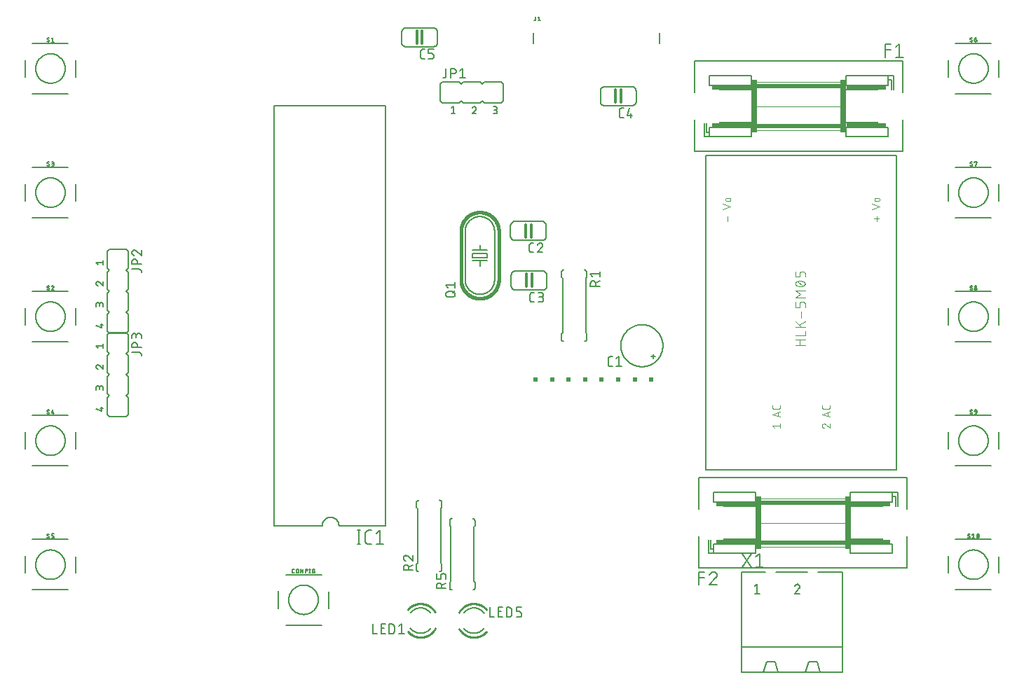
<source format=gbr>
G04 EAGLE Gerber RS-274X export*
G75*
%MOMM*%
%FSLAX34Y34*%
%LPD*%
%INSilkscreen Top*%
%IPPOS*%
%AMOC8*
5,1,8,0,0,1.08239X$1,22.5*%
G01*
%ADD10C,0.152400*%
%ADD11C,0.127000*%
%ADD12C,0.304800*%
%ADD13C,0.203200*%
%ADD14C,0.050800*%
%ADD15R,0.635000X1.143000*%
%ADD16R,0.635000X4.064000*%
%ADD17R,10.160000X0.508000*%
%ADD18R,3.937000X0.127000*%
%ADD19R,4.826000X0.508000*%
%ADD20C,0.177800*%
%ADD21C,0.254000*%
%ADD22C,0.406400*%
%ADD23R,0.508000X0.508000*%
%ADD24C,0.101600*%
%ADD25C,0.076200*%


D10*
X690910Y352100D02*
X688370Y352100D01*
X688370Y354640D01*
X688370Y352100D02*
X685830Y352100D01*
X688370Y352100D02*
X688370Y349560D01*
X649000Y364800D02*
X649008Y365423D01*
X649031Y366046D01*
X649069Y366669D01*
X649122Y367290D01*
X649191Y367909D01*
X649275Y368527D01*
X649374Y369142D01*
X649488Y369755D01*
X649617Y370365D01*
X649761Y370972D01*
X649920Y371575D01*
X650094Y372173D01*
X650282Y372768D01*
X650485Y373357D01*
X650702Y373941D01*
X650933Y374520D01*
X651179Y375093D01*
X651439Y375660D01*
X651712Y376220D01*
X651999Y376773D01*
X652300Y377320D01*
X652614Y377858D01*
X652941Y378389D01*
X653281Y378911D01*
X653633Y379426D01*
X653999Y379931D01*
X654376Y380427D01*
X654766Y380914D01*
X655167Y381391D01*
X655580Y381858D01*
X656004Y382314D01*
X656439Y382761D01*
X656886Y383196D01*
X657342Y383620D01*
X657809Y384033D01*
X658286Y384434D01*
X658773Y384824D01*
X659269Y385201D01*
X659774Y385567D01*
X660289Y385919D01*
X660811Y386259D01*
X661342Y386586D01*
X661880Y386900D01*
X662427Y387201D01*
X662980Y387488D01*
X663540Y387761D01*
X664107Y388021D01*
X664680Y388267D01*
X665259Y388498D01*
X665843Y388715D01*
X666432Y388918D01*
X667027Y389106D01*
X667625Y389280D01*
X668228Y389439D01*
X668835Y389583D01*
X669445Y389712D01*
X670058Y389826D01*
X670673Y389925D01*
X671291Y390009D01*
X671910Y390078D01*
X672531Y390131D01*
X673154Y390169D01*
X673777Y390192D01*
X674400Y390200D01*
X675023Y390192D01*
X675646Y390169D01*
X676269Y390131D01*
X676890Y390078D01*
X677509Y390009D01*
X678127Y389925D01*
X678742Y389826D01*
X679355Y389712D01*
X679965Y389583D01*
X680572Y389439D01*
X681175Y389280D01*
X681773Y389106D01*
X682368Y388918D01*
X682957Y388715D01*
X683541Y388498D01*
X684120Y388267D01*
X684693Y388021D01*
X685260Y387761D01*
X685820Y387488D01*
X686373Y387201D01*
X686920Y386900D01*
X687458Y386586D01*
X687989Y386259D01*
X688511Y385919D01*
X689026Y385567D01*
X689531Y385201D01*
X690027Y384824D01*
X690514Y384434D01*
X690991Y384033D01*
X691458Y383620D01*
X691914Y383196D01*
X692361Y382761D01*
X692796Y382314D01*
X693220Y381858D01*
X693633Y381391D01*
X694034Y380914D01*
X694424Y380427D01*
X694801Y379931D01*
X695167Y379426D01*
X695519Y378911D01*
X695859Y378389D01*
X696186Y377858D01*
X696500Y377320D01*
X696801Y376773D01*
X697088Y376220D01*
X697361Y375660D01*
X697621Y375093D01*
X697867Y374520D01*
X698098Y373941D01*
X698315Y373357D01*
X698518Y372768D01*
X698706Y372173D01*
X698880Y371575D01*
X699039Y370972D01*
X699183Y370365D01*
X699312Y369755D01*
X699426Y369142D01*
X699525Y368527D01*
X699609Y367909D01*
X699678Y367290D01*
X699731Y366669D01*
X699769Y366046D01*
X699792Y365423D01*
X699800Y364800D01*
X699792Y364177D01*
X699769Y363554D01*
X699731Y362931D01*
X699678Y362310D01*
X699609Y361691D01*
X699525Y361073D01*
X699426Y360458D01*
X699312Y359845D01*
X699183Y359235D01*
X699039Y358628D01*
X698880Y358025D01*
X698706Y357427D01*
X698518Y356832D01*
X698315Y356243D01*
X698098Y355659D01*
X697867Y355080D01*
X697621Y354507D01*
X697361Y353940D01*
X697088Y353380D01*
X696801Y352827D01*
X696500Y352280D01*
X696186Y351742D01*
X695859Y351211D01*
X695519Y350689D01*
X695167Y350174D01*
X694801Y349669D01*
X694424Y349173D01*
X694034Y348686D01*
X693633Y348209D01*
X693220Y347742D01*
X692796Y347286D01*
X692361Y346839D01*
X691914Y346404D01*
X691458Y345980D01*
X690991Y345567D01*
X690514Y345166D01*
X690027Y344776D01*
X689531Y344399D01*
X689026Y344033D01*
X688511Y343681D01*
X687989Y343341D01*
X687458Y343014D01*
X686920Y342700D01*
X686373Y342399D01*
X685820Y342112D01*
X685260Y341839D01*
X684693Y341579D01*
X684120Y341333D01*
X683541Y341102D01*
X682957Y340885D01*
X682368Y340682D01*
X681773Y340494D01*
X681175Y340320D01*
X680572Y340161D01*
X679965Y340017D01*
X679355Y339888D01*
X678742Y339774D01*
X678127Y339675D01*
X677509Y339591D01*
X676890Y339522D01*
X676269Y339469D01*
X675646Y339431D01*
X675023Y339408D01*
X674400Y339400D01*
X673777Y339408D01*
X673154Y339431D01*
X672531Y339469D01*
X671910Y339522D01*
X671291Y339591D01*
X670673Y339675D01*
X670058Y339774D01*
X669445Y339888D01*
X668835Y340017D01*
X668228Y340161D01*
X667625Y340320D01*
X667027Y340494D01*
X666432Y340682D01*
X665843Y340885D01*
X665259Y341102D01*
X664680Y341333D01*
X664107Y341579D01*
X663540Y341839D01*
X662980Y342112D01*
X662427Y342399D01*
X661880Y342700D01*
X661342Y343014D01*
X660811Y343341D01*
X660289Y343681D01*
X659774Y344033D01*
X659269Y344399D01*
X658773Y344776D01*
X658286Y345166D01*
X657809Y345567D01*
X657342Y345980D01*
X656886Y346404D01*
X656439Y346839D01*
X656004Y347286D01*
X655580Y347742D01*
X655167Y348209D01*
X654766Y348686D01*
X654376Y349173D01*
X653999Y349669D01*
X653633Y350174D01*
X653281Y350689D01*
X652941Y351211D01*
X652614Y351742D01*
X652300Y352280D01*
X651999Y352827D01*
X651712Y353380D01*
X651439Y353940D01*
X651179Y354507D01*
X650933Y355080D01*
X650702Y355659D01*
X650485Y356243D01*
X650282Y356832D01*
X650094Y357427D01*
X649920Y358025D01*
X649761Y358628D01*
X649617Y359235D01*
X649488Y359845D01*
X649374Y360458D01*
X649275Y361073D01*
X649191Y361691D01*
X649122Y362310D01*
X649069Y362931D01*
X649031Y363554D01*
X649008Y364177D01*
X649000Y364800D01*
D11*
X638803Y340035D02*
X636263Y340035D01*
X636163Y340037D01*
X636064Y340043D01*
X635964Y340053D01*
X635866Y340066D01*
X635767Y340084D01*
X635670Y340105D01*
X635574Y340130D01*
X635478Y340159D01*
X635384Y340192D01*
X635291Y340228D01*
X635200Y340268D01*
X635110Y340312D01*
X635022Y340359D01*
X634936Y340409D01*
X634852Y340463D01*
X634770Y340520D01*
X634691Y340580D01*
X634613Y340644D01*
X634539Y340710D01*
X634467Y340779D01*
X634398Y340851D01*
X634332Y340925D01*
X634268Y341003D01*
X634208Y341082D01*
X634151Y341164D01*
X634097Y341248D01*
X634047Y341334D01*
X634000Y341422D01*
X633956Y341512D01*
X633916Y341603D01*
X633880Y341696D01*
X633847Y341790D01*
X633818Y341886D01*
X633793Y341982D01*
X633772Y342079D01*
X633754Y342178D01*
X633741Y342276D01*
X633731Y342376D01*
X633725Y342475D01*
X633723Y342575D01*
X633723Y348925D01*
X633725Y349025D01*
X633731Y349124D01*
X633741Y349224D01*
X633754Y349322D01*
X633772Y349421D01*
X633793Y349518D01*
X633818Y349614D01*
X633847Y349710D01*
X633880Y349804D01*
X633916Y349897D01*
X633956Y349988D01*
X634000Y350078D01*
X634047Y350166D01*
X634097Y350252D01*
X634151Y350336D01*
X634208Y350418D01*
X634268Y350497D01*
X634332Y350575D01*
X634398Y350649D01*
X634467Y350721D01*
X634539Y350790D01*
X634613Y350856D01*
X634691Y350920D01*
X634770Y350980D01*
X634852Y351037D01*
X634936Y351091D01*
X635022Y351141D01*
X635110Y351188D01*
X635200Y351232D01*
X635291Y351272D01*
X635384Y351308D01*
X635478Y351341D01*
X635574Y351370D01*
X635670Y351395D01*
X635767Y351416D01*
X635866Y351434D01*
X635964Y351447D01*
X636064Y351457D01*
X636163Y351463D01*
X636263Y351465D01*
X638803Y351465D01*
X643285Y348925D02*
X646460Y351465D01*
X646460Y340035D01*
X643285Y340035D02*
X649635Y340035D01*
D10*
X558990Y497350D02*
X558990Y510050D01*
X558990Y497350D02*
X558988Y497210D01*
X558982Y497070D01*
X558973Y496930D01*
X558959Y496791D01*
X558942Y496652D01*
X558921Y496514D01*
X558896Y496376D01*
X558867Y496239D01*
X558835Y496103D01*
X558798Y495968D01*
X558758Y495834D01*
X558715Y495701D01*
X558667Y495569D01*
X558617Y495438D01*
X558562Y495309D01*
X558504Y495182D01*
X558443Y495056D01*
X558378Y494932D01*
X558309Y494810D01*
X558238Y494690D01*
X558163Y494572D01*
X558085Y494455D01*
X558003Y494341D01*
X557919Y494230D01*
X557831Y494121D01*
X557741Y494014D01*
X557647Y493909D01*
X557551Y493808D01*
X557452Y493709D01*
X557351Y493613D01*
X557246Y493519D01*
X557139Y493429D01*
X557030Y493341D01*
X556919Y493257D01*
X556805Y493175D01*
X556688Y493097D01*
X556570Y493022D01*
X556450Y492951D01*
X556328Y492882D01*
X556204Y492817D01*
X556078Y492756D01*
X555951Y492698D01*
X555822Y492643D01*
X555691Y492593D01*
X555559Y492545D01*
X555426Y492502D01*
X555292Y492462D01*
X555157Y492425D01*
X555021Y492393D01*
X554884Y492364D01*
X554746Y492339D01*
X554608Y492318D01*
X554469Y492301D01*
X554330Y492287D01*
X554190Y492278D01*
X554050Y492272D01*
X553910Y492270D01*
X558990Y510050D02*
X558988Y510190D01*
X558982Y510330D01*
X558973Y510470D01*
X558959Y510609D01*
X558942Y510748D01*
X558921Y510886D01*
X558896Y511024D01*
X558867Y511161D01*
X558835Y511297D01*
X558798Y511432D01*
X558758Y511566D01*
X558715Y511699D01*
X558667Y511831D01*
X558617Y511962D01*
X558562Y512091D01*
X558504Y512218D01*
X558443Y512344D01*
X558378Y512468D01*
X558309Y512590D01*
X558238Y512710D01*
X558163Y512828D01*
X558085Y512945D01*
X558003Y513059D01*
X557919Y513170D01*
X557831Y513279D01*
X557741Y513386D01*
X557647Y513491D01*
X557551Y513592D01*
X557452Y513691D01*
X557351Y513787D01*
X557246Y513881D01*
X557139Y513971D01*
X557030Y514059D01*
X556919Y514143D01*
X556805Y514225D01*
X556688Y514303D01*
X556570Y514378D01*
X556450Y514449D01*
X556328Y514518D01*
X556204Y514583D01*
X556078Y514644D01*
X555951Y514702D01*
X555822Y514757D01*
X555691Y514807D01*
X555559Y514855D01*
X555426Y514898D01*
X555292Y514938D01*
X555157Y514975D01*
X555021Y515007D01*
X554884Y515036D01*
X554746Y515061D01*
X554608Y515082D01*
X554469Y515099D01*
X554330Y515113D01*
X554190Y515122D01*
X554050Y515128D01*
X553910Y515130D01*
X553910Y492270D02*
X520890Y492270D01*
X515810Y497350D02*
X515810Y510050D01*
X520890Y515130D02*
X553910Y515130D01*
X520890Y492270D02*
X520750Y492272D01*
X520610Y492278D01*
X520470Y492287D01*
X520331Y492301D01*
X520192Y492318D01*
X520054Y492339D01*
X519916Y492364D01*
X519779Y492393D01*
X519643Y492425D01*
X519508Y492462D01*
X519374Y492502D01*
X519241Y492545D01*
X519109Y492593D01*
X518978Y492643D01*
X518849Y492698D01*
X518722Y492756D01*
X518596Y492817D01*
X518472Y492882D01*
X518350Y492951D01*
X518230Y493022D01*
X518112Y493097D01*
X517995Y493175D01*
X517881Y493257D01*
X517770Y493341D01*
X517661Y493429D01*
X517554Y493519D01*
X517449Y493613D01*
X517348Y493709D01*
X517249Y493808D01*
X517153Y493909D01*
X517059Y494014D01*
X516969Y494121D01*
X516881Y494230D01*
X516797Y494341D01*
X516715Y494455D01*
X516637Y494572D01*
X516562Y494690D01*
X516491Y494810D01*
X516422Y494932D01*
X516357Y495056D01*
X516296Y495182D01*
X516238Y495309D01*
X516183Y495438D01*
X516133Y495569D01*
X516085Y495701D01*
X516042Y495834D01*
X516002Y495968D01*
X515965Y496103D01*
X515933Y496239D01*
X515904Y496376D01*
X515879Y496514D01*
X515858Y496652D01*
X515841Y496791D01*
X515827Y496930D01*
X515818Y497070D01*
X515812Y497210D01*
X515810Y497350D01*
X515810Y510050D02*
X515812Y510190D01*
X515818Y510330D01*
X515827Y510470D01*
X515841Y510609D01*
X515858Y510748D01*
X515879Y510886D01*
X515904Y511024D01*
X515933Y511161D01*
X515965Y511297D01*
X516002Y511432D01*
X516042Y511566D01*
X516085Y511699D01*
X516133Y511831D01*
X516183Y511962D01*
X516238Y512091D01*
X516296Y512218D01*
X516357Y512344D01*
X516422Y512468D01*
X516491Y512590D01*
X516562Y512710D01*
X516637Y512828D01*
X516715Y512945D01*
X516797Y513059D01*
X516881Y513170D01*
X516969Y513279D01*
X517059Y513386D01*
X517153Y513491D01*
X517249Y513592D01*
X517348Y513691D01*
X517449Y513787D01*
X517554Y513881D01*
X517661Y513971D01*
X517770Y514059D01*
X517881Y514143D01*
X517995Y514225D01*
X518112Y514303D01*
X518230Y514378D01*
X518350Y514449D01*
X518472Y514518D01*
X518596Y514583D01*
X518722Y514644D01*
X518849Y514702D01*
X518978Y514757D01*
X519109Y514807D01*
X519241Y514855D01*
X519374Y514898D01*
X519508Y514938D01*
X519643Y514975D01*
X519779Y515007D01*
X519916Y515036D01*
X520054Y515061D01*
X520192Y515082D01*
X520331Y515099D01*
X520470Y515113D01*
X520610Y515122D01*
X520750Y515128D01*
X520890Y515130D01*
D12*
X540448Y511320D02*
X540448Y496080D01*
X534098Y496080D02*
X534098Y511320D01*
D11*
X541173Y477665D02*
X543713Y477665D01*
X541173Y477665D02*
X541073Y477667D01*
X540974Y477673D01*
X540874Y477683D01*
X540776Y477696D01*
X540677Y477714D01*
X540580Y477735D01*
X540484Y477760D01*
X540388Y477789D01*
X540294Y477822D01*
X540201Y477858D01*
X540110Y477898D01*
X540020Y477942D01*
X539932Y477989D01*
X539846Y478039D01*
X539762Y478093D01*
X539680Y478150D01*
X539601Y478210D01*
X539523Y478274D01*
X539449Y478340D01*
X539377Y478409D01*
X539308Y478481D01*
X539242Y478555D01*
X539178Y478633D01*
X539118Y478712D01*
X539061Y478794D01*
X539007Y478878D01*
X538957Y478964D01*
X538910Y479052D01*
X538866Y479142D01*
X538826Y479233D01*
X538790Y479326D01*
X538757Y479420D01*
X538728Y479516D01*
X538703Y479612D01*
X538682Y479709D01*
X538664Y479808D01*
X538651Y479906D01*
X538641Y480006D01*
X538635Y480105D01*
X538633Y480205D01*
X538633Y486555D01*
X538635Y486655D01*
X538641Y486754D01*
X538651Y486854D01*
X538664Y486952D01*
X538682Y487051D01*
X538703Y487148D01*
X538728Y487244D01*
X538757Y487340D01*
X538790Y487434D01*
X538826Y487527D01*
X538866Y487618D01*
X538910Y487708D01*
X538957Y487796D01*
X539007Y487882D01*
X539061Y487966D01*
X539118Y488048D01*
X539178Y488127D01*
X539242Y488205D01*
X539308Y488279D01*
X539377Y488351D01*
X539449Y488420D01*
X539523Y488486D01*
X539601Y488550D01*
X539680Y488610D01*
X539762Y488667D01*
X539846Y488721D01*
X539932Y488771D01*
X540020Y488818D01*
X540110Y488862D01*
X540201Y488902D01*
X540294Y488938D01*
X540388Y488971D01*
X540484Y489000D01*
X540580Y489025D01*
X540677Y489046D01*
X540776Y489064D01*
X540874Y489077D01*
X540974Y489087D01*
X541073Y489093D01*
X541173Y489095D01*
X543713Y489095D01*
X551688Y489096D02*
X551792Y489094D01*
X551897Y489088D01*
X552001Y489079D01*
X552104Y489066D01*
X552207Y489048D01*
X552309Y489028D01*
X552411Y489003D01*
X552511Y488975D01*
X552611Y488943D01*
X552709Y488907D01*
X552806Y488868D01*
X552901Y488826D01*
X552995Y488780D01*
X553087Y488730D01*
X553177Y488678D01*
X553265Y488622D01*
X553351Y488562D01*
X553435Y488500D01*
X553516Y488435D01*
X553595Y488367D01*
X553672Y488295D01*
X553745Y488222D01*
X553817Y488145D01*
X553885Y488066D01*
X553950Y487985D01*
X554012Y487901D01*
X554072Y487815D01*
X554128Y487727D01*
X554180Y487637D01*
X554230Y487545D01*
X554276Y487451D01*
X554318Y487356D01*
X554357Y487259D01*
X554393Y487161D01*
X554425Y487061D01*
X554453Y486961D01*
X554478Y486859D01*
X554498Y486757D01*
X554516Y486654D01*
X554529Y486551D01*
X554538Y486447D01*
X554544Y486342D01*
X554546Y486238D01*
X551688Y489095D02*
X551570Y489093D01*
X551451Y489087D01*
X551333Y489078D01*
X551216Y489065D01*
X551099Y489047D01*
X550982Y489027D01*
X550866Y489002D01*
X550751Y488974D01*
X550638Y488941D01*
X550525Y488906D01*
X550413Y488866D01*
X550303Y488824D01*
X550194Y488777D01*
X550086Y488727D01*
X549981Y488674D01*
X549877Y488617D01*
X549775Y488557D01*
X549675Y488494D01*
X549577Y488427D01*
X549481Y488358D01*
X549388Y488285D01*
X549297Y488209D01*
X549208Y488131D01*
X549122Y488049D01*
X549039Y487965D01*
X548958Y487879D01*
X548881Y487789D01*
X548806Y487698D01*
X548734Y487604D01*
X548665Y487507D01*
X548600Y487409D01*
X548537Y487308D01*
X548478Y487205D01*
X548422Y487101D01*
X548370Y486995D01*
X548321Y486887D01*
X548276Y486778D01*
X548234Y486667D01*
X548196Y486555D01*
X553593Y484016D02*
X553669Y484091D01*
X553744Y484170D01*
X553815Y484251D01*
X553884Y484335D01*
X553949Y484421D01*
X554011Y484509D01*
X554071Y484599D01*
X554127Y484691D01*
X554180Y484786D01*
X554229Y484882D01*
X554275Y484980D01*
X554318Y485079D01*
X554357Y485180D01*
X554392Y485282D01*
X554424Y485385D01*
X554452Y485489D01*
X554477Y485594D01*
X554498Y485701D01*
X554515Y485807D01*
X554528Y485914D01*
X554537Y486022D01*
X554543Y486130D01*
X554545Y486238D01*
X553593Y484015D02*
X548195Y477665D01*
X554545Y477665D01*
D10*
X559790Y450050D02*
X559790Y437350D01*
X559788Y437210D01*
X559782Y437070D01*
X559773Y436930D01*
X559759Y436791D01*
X559742Y436652D01*
X559721Y436514D01*
X559696Y436376D01*
X559667Y436239D01*
X559635Y436103D01*
X559598Y435968D01*
X559558Y435834D01*
X559515Y435701D01*
X559467Y435569D01*
X559417Y435438D01*
X559362Y435309D01*
X559304Y435182D01*
X559243Y435056D01*
X559178Y434932D01*
X559109Y434810D01*
X559038Y434690D01*
X558963Y434572D01*
X558885Y434455D01*
X558803Y434341D01*
X558719Y434230D01*
X558631Y434121D01*
X558541Y434014D01*
X558447Y433909D01*
X558351Y433808D01*
X558252Y433709D01*
X558151Y433613D01*
X558046Y433519D01*
X557939Y433429D01*
X557830Y433341D01*
X557719Y433257D01*
X557605Y433175D01*
X557488Y433097D01*
X557370Y433022D01*
X557250Y432951D01*
X557128Y432882D01*
X557004Y432817D01*
X556878Y432756D01*
X556751Y432698D01*
X556622Y432643D01*
X556491Y432593D01*
X556359Y432545D01*
X556226Y432502D01*
X556092Y432462D01*
X555957Y432425D01*
X555821Y432393D01*
X555684Y432364D01*
X555546Y432339D01*
X555408Y432318D01*
X555269Y432301D01*
X555130Y432287D01*
X554990Y432278D01*
X554850Y432272D01*
X554710Y432270D01*
X559790Y450050D02*
X559788Y450190D01*
X559782Y450330D01*
X559773Y450470D01*
X559759Y450609D01*
X559742Y450748D01*
X559721Y450886D01*
X559696Y451024D01*
X559667Y451161D01*
X559635Y451297D01*
X559598Y451432D01*
X559558Y451566D01*
X559515Y451699D01*
X559467Y451831D01*
X559417Y451962D01*
X559362Y452091D01*
X559304Y452218D01*
X559243Y452344D01*
X559178Y452468D01*
X559109Y452590D01*
X559038Y452710D01*
X558963Y452828D01*
X558885Y452945D01*
X558803Y453059D01*
X558719Y453170D01*
X558631Y453279D01*
X558541Y453386D01*
X558447Y453491D01*
X558351Y453592D01*
X558252Y453691D01*
X558151Y453787D01*
X558046Y453881D01*
X557939Y453971D01*
X557830Y454059D01*
X557719Y454143D01*
X557605Y454225D01*
X557488Y454303D01*
X557370Y454378D01*
X557250Y454449D01*
X557128Y454518D01*
X557004Y454583D01*
X556878Y454644D01*
X556751Y454702D01*
X556622Y454757D01*
X556491Y454807D01*
X556359Y454855D01*
X556226Y454898D01*
X556092Y454938D01*
X555957Y454975D01*
X555821Y455007D01*
X555684Y455036D01*
X555546Y455061D01*
X555408Y455082D01*
X555269Y455099D01*
X555130Y455113D01*
X554990Y455122D01*
X554850Y455128D01*
X554710Y455130D01*
X554710Y432270D02*
X521690Y432270D01*
X516610Y437350D02*
X516610Y450050D01*
X521690Y455130D02*
X554710Y455130D01*
X521690Y432270D02*
X521550Y432272D01*
X521410Y432278D01*
X521270Y432287D01*
X521131Y432301D01*
X520992Y432318D01*
X520854Y432339D01*
X520716Y432364D01*
X520579Y432393D01*
X520443Y432425D01*
X520308Y432462D01*
X520174Y432502D01*
X520041Y432545D01*
X519909Y432593D01*
X519778Y432643D01*
X519649Y432698D01*
X519522Y432756D01*
X519396Y432817D01*
X519272Y432882D01*
X519150Y432951D01*
X519030Y433022D01*
X518912Y433097D01*
X518795Y433175D01*
X518681Y433257D01*
X518570Y433341D01*
X518461Y433429D01*
X518354Y433519D01*
X518249Y433613D01*
X518148Y433709D01*
X518049Y433808D01*
X517953Y433909D01*
X517859Y434014D01*
X517769Y434121D01*
X517681Y434230D01*
X517597Y434341D01*
X517515Y434455D01*
X517437Y434572D01*
X517362Y434690D01*
X517291Y434810D01*
X517222Y434932D01*
X517157Y435056D01*
X517096Y435182D01*
X517038Y435309D01*
X516983Y435438D01*
X516933Y435569D01*
X516885Y435701D01*
X516842Y435834D01*
X516802Y435968D01*
X516765Y436103D01*
X516733Y436239D01*
X516704Y436376D01*
X516679Y436514D01*
X516658Y436652D01*
X516641Y436791D01*
X516627Y436930D01*
X516618Y437070D01*
X516612Y437210D01*
X516610Y437350D01*
X516610Y450050D02*
X516612Y450190D01*
X516618Y450330D01*
X516627Y450470D01*
X516641Y450609D01*
X516658Y450748D01*
X516679Y450886D01*
X516704Y451024D01*
X516733Y451161D01*
X516765Y451297D01*
X516802Y451432D01*
X516842Y451566D01*
X516885Y451699D01*
X516933Y451831D01*
X516983Y451962D01*
X517038Y452091D01*
X517096Y452218D01*
X517157Y452344D01*
X517222Y452468D01*
X517291Y452590D01*
X517362Y452710D01*
X517437Y452828D01*
X517515Y452945D01*
X517597Y453059D01*
X517681Y453170D01*
X517769Y453279D01*
X517859Y453386D01*
X517953Y453491D01*
X518049Y453592D01*
X518148Y453691D01*
X518249Y453787D01*
X518354Y453881D01*
X518461Y453971D01*
X518570Y454059D01*
X518681Y454143D01*
X518795Y454225D01*
X518912Y454303D01*
X519030Y454378D01*
X519150Y454449D01*
X519272Y454518D01*
X519396Y454583D01*
X519522Y454644D01*
X519649Y454702D01*
X519778Y454757D01*
X519909Y454807D01*
X520041Y454855D01*
X520174Y454898D01*
X520308Y454938D01*
X520443Y454975D01*
X520579Y455007D01*
X520716Y455036D01*
X520854Y455061D01*
X520992Y455082D01*
X521131Y455099D01*
X521270Y455113D01*
X521410Y455122D01*
X521550Y455128D01*
X521690Y455130D01*
D12*
X541248Y451320D02*
X541248Y436080D01*
X534898Y436080D02*
X534898Y451320D01*
D11*
X541973Y417665D02*
X544513Y417665D01*
X541973Y417665D02*
X541873Y417667D01*
X541774Y417673D01*
X541674Y417683D01*
X541576Y417696D01*
X541477Y417714D01*
X541380Y417735D01*
X541284Y417760D01*
X541188Y417789D01*
X541094Y417822D01*
X541001Y417858D01*
X540910Y417898D01*
X540820Y417942D01*
X540732Y417989D01*
X540646Y418039D01*
X540562Y418093D01*
X540480Y418150D01*
X540401Y418210D01*
X540323Y418274D01*
X540249Y418340D01*
X540177Y418409D01*
X540108Y418481D01*
X540042Y418555D01*
X539978Y418633D01*
X539918Y418712D01*
X539861Y418794D01*
X539807Y418878D01*
X539757Y418964D01*
X539710Y419052D01*
X539666Y419142D01*
X539626Y419233D01*
X539590Y419326D01*
X539557Y419420D01*
X539528Y419516D01*
X539503Y419612D01*
X539482Y419709D01*
X539464Y419808D01*
X539451Y419906D01*
X539441Y420006D01*
X539435Y420105D01*
X539433Y420205D01*
X539433Y426555D01*
X539435Y426655D01*
X539441Y426754D01*
X539451Y426854D01*
X539464Y426952D01*
X539482Y427051D01*
X539503Y427148D01*
X539528Y427244D01*
X539557Y427340D01*
X539590Y427434D01*
X539626Y427527D01*
X539666Y427618D01*
X539710Y427708D01*
X539757Y427796D01*
X539807Y427882D01*
X539861Y427966D01*
X539918Y428048D01*
X539978Y428127D01*
X540042Y428205D01*
X540108Y428279D01*
X540177Y428351D01*
X540249Y428420D01*
X540323Y428486D01*
X540401Y428550D01*
X540480Y428610D01*
X540562Y428667D01*
X540646Y428721D01*
X540732Y428771D01*
X540820Y428818D01*
X540910Y428862D01*
X541001Y428902D01*
X541094Y428938D01*
X541188Y428971D01*
X541284Y429000D01*
X541380Y429025D01*
X541477Y429046D01*
X541576Y429064D01*
X541674Y429077D01*
X541774Y429087D01*
X541873Y429093D01*
X541973Y429095D01*
X544513Y429095D01*
X548995Y417665D02*
X552170Y417665D01*
X552281Y417667D01*
X552391Y417673D01*
X552502Y417682D01*
X552612Y417696D01*
X552721Y417713D01*
X552830Y417734D01*
X552938Y417759D01*
X553045Y417788D01*
X553151Y417820D01*
X553256Y417856D01*
X553359Y417896D01*
X553461Y417939D01*
X553562Y417986D01*
X553661Y418037D01*
X553758Y418090D01*
X553852Y418147D01*
X553945Y418208D01*
X554036Y418271D01*
X554125Y418338D01*
X554211Y418408D01*
X554294Y418481D01*
X554376Y418556D01*
X554454Y418634D01*
X554529Y418716D01*
X554602Y418799D01*
X554672Y418885D01*
X554739Y418974D01*
X554802Y419065D01*
X554863Y419158D01*
X554920Y419252D01*
X554973Y419349D01*
X555024Y419448D01*
X555071Y419549D01*
X555114Y419651D01*
X555154Y419754D01*
X555190Y419859D01*
X555222Y419965D01*
X555251Y420072D01*
X555276Y420180D01*
X555297Y420289D01*
X555314Y420398D01*
X555328Y420508D01*
X555337Y420619D01*
X555343Y420729D01*
X555345Y420840D01*
X555343Y420951D01*
X555337Y421061D01*
X555328Y421172D01*
X555314Y421282D01*
X555297Y421391D01*
X555276Y421500D01*
X555251Y421608D01*
X555222Y421715D01*
X555190Y421821D01*
X555154Y421926D01*
X555114Y422029D01*
X555071Y422131D01*
X555024Y422232D01*
X554973Y422331D01*
X554920Y422427D01*
X554863Y422522D01*
X554802Y422615D01*
X554739Y422706D01*
X554672Y422795D01*
X554602Y422881D01*
X554529Y422964D01*
X554454Y423046D01*
X554376Y423124D01*
X554294Y423199D01*
X554211Y423272D01*
X554125Y423342D01*
X554036Y423409D01*
X553945Y423472D01*
X553852Y423533D01*
X553758Y423590D01*
X553661Y423643D01*
X553562Y423694D01*
X553461Y423741D01*
X553359Y423784D01*
X553256Y423824D01*
X553151Y423860D01*
X553045Y423892D01*
X552938Y423921D01*
X552830Y423946D01*
X552721Y423967D01*
X552612Y423984D01*
X552502Y423998D01*
X552391Y424007D01*
X552281Y424013D01*
X552170Y424015D01*
X552805Y429095D02*
X548995Y429095D01*
X552805Y429095D02*
X552905Y429093D01*
X553004Y429087D01*
X553104Y429077D01*
X553202Y429064D01*
X553301Y429046D01*
X553398Y429025D01*
X553494Y429000D01*
X553590Y428971D01*
X553684Y428938D01*
X553777Y428902D01*
X553868Y428862D01*
X553958Y428818D01*
X554046Y428771D01*
X554132Y428721D01*
X554216Y428667D01*
X554298Y428610D01*
X554377Y428550D01*
X554455Y428486D01*
X554529Y428420D01*
X554601Y428351D01*
X554670Y428279D01*
X554736Y428205D01*
X554800Y428127D01*
X554860Y428048D01*
X554917Y427966D01*
X554971Y427882D01*
X555021Y427796D01*
X555068Y427708D01*
X555112Y427618D01*
X555152Y427527D01*
X555188Y427434D01*
X555221Y427340D01*
X555250Y427244D01*
X555275Y427148D01*
X555296Y427051D01*
X555314Y426952D01*
X555327Y426854D01*
X555337Y426754D01*
X555343Y426655D01*
X555345Y426555D01*
X555343Y426455D01*
X555337Y426356D01*
X555327Y426256D01*
X555314Y426158D01*
X555296Y426059D01*
X555275Y425962D01*
X555250Y425866D01*
X555221Y425770D01*
X555188Y425676D01*
X555152Y425583D01*
X555112Y425492D01*
X555068Y425402D01*
X555021Y425314D01*
X554971Y425228D01*
X554917Y425144D01*
X554860Y425062D01*
X554800Y424983D01*
X554736Y424905D01*
X554670Y424831D01*
X554601Y424759D01*
X554529Y424690D01*
X554455Y424624D01*
X554377Y424560D01*
X554298Y424500D01*
X554216Y424443D01*
X554132Y424389D01*
X554046Y424339D01*
X553958Y424292D01*
X553868Y424248D01*
X553777Y424208D01*
X553684Y424172D01*
X553590Y424139D01*
X553494Y424110D01*
X553398Y424085D01*
X553301Y424064D01*
X553202Y424046D01*
X553104Y424033D01*
X553004Y424023D01*
X552905Y424017D01*
X552805Y424015D01*
X550265Y424015D01*
D13*
X287290Y88080D02*
X244110Y88080D01*
X244110Y27120D02*
X287290Y27120D01*
X296180Y47440D02*
X296180Y67580D01*
X235220Y67880D02*
X235220Y47440D01*
X247920Y57600D02*
X247925Y58036D01*
X247941Y58472D01*
X247968Y58908D01*
X248006Y59343D01*
X248054Y59776D01*
X248112Y60209D01*
X248182Y60640D01*
X248262Y61069D01*
X248352Y61496D01*
X248453Y61920D01*
X248564Y62342D01*
X248686Y62761D01*
X248817Y63177D01*
X248959Y63590D01*
X249111Y63999D01*
X249273Y64404D01*
X249445Y64805D01*
X249627Y65202D01*
X249818Y65594D01*
X250019Y65981D01*
X250230Y66364D01*
X250450Y66741D01*
X250679Y67112D01*
X250916Y67478D01*
X251163Y67838D01*
X251419Y68192D01*
X251683Y68539D01*
X251956Y68880D01*
X252237Y69213D01*
X252526Y69540D01*
X252823Y69860D01*
X253128Y70172D01*
X253440Y70477D01*
X253760Y70774D01*
X254087Y71063D01*
X254420Y71344D01*
X254761Y71617D01*
X255108Y71881D01*
X255462Y72137D01*
X255822Y72384D01*
X256188Y72621D01*
X256559Y72850D01*
X256936Y73070D01*
X257319Y73281D01*
X257706Y73482D01*
X258098Y73673D01*
X258495Y73855D01*
X258896Y74027D01*
X259301Y74189D01*
X259710Y74341D01*
X260123Y74483D01*
X260539Y74614D01*
X260958Y74736D01*
X261380Y74847D01*
X261804Y74948D01*
X262231Y75038D01*
X262660Y75118D01*
X263091Y75188D01*
X263524Y75246D01*
X263957Y75294D01*
X264392Y75332D01*
X264828Y75359D01*
X265264Y75375D01*
X265700Y75380D01*
X266136Y75375D01*
X266572Y75359D01*
X267008Y75332D01*
X267443Y75294D01*
X267876Y75246D01*
X268309Y75188D01*
X268740Y75118D01*
X269169Y75038D01*
X269596Y74948D01*
X270020Y74847D01*
X270442Y74736D01*
X270861Y74614D01*
X271277Y74483D01*
X271690Y74341D01*
X272099Y74189D01*
X272504Y74027D01*
X272905Y73855D01*
X273302Y73673D01*
X273694Y73482D01*
X274081Y73281D01*
X274464Y73070D01*
X274841Y72850D01*
X275212Y72621D01*
X275578Y72384D01*
X275938Y72137D01*
X276292Y71881D01*
X276639Y71617D01*
X276980Y71344D01*
X277313Y71063D01*
X277640Y70774D01*
X277960Y70477D01*
X278272Y70172D01*
X278577Y69860D01*
X278874Y69540D01*
X279163Y69213D01*
X279444Y68880D01*
X279717Y68539D01*
X279981Y68192D01*
X280237Y67838D01*
X280484Y67478D01*
X280721Y67112D01*
X280950Y66741D01*
X281170Y66364D01*
X281381Y65981D01*
X281582Y65594D01*
X281773Y65202D01*
X281955Y64805D01*
X282127Y64404D01*
X282289Y63999D01*
X282441Y63590D01*
X282583Y63177D01*
X282714Y62761D01*
X282836Y62342D01*
X282947Y61920D01*
X283048Y61496D01*
X283138Y61069D01*
X283218Y60640D01*
X283288Y60209D01*
X283346Y59776D01*
X283394Y59343D01*
X283432Y58908D01*
X283459Y58472D01*
X283475Y58036D01*
X283480Y57600D01*
X283475Y57164D01*
X283459Y56728D01*
X283432Y56292D01*
X283394Y55857D01*
X283346Y55424D01*
X283288Y54991D01*
X283218Y54560D01*
X283138Y54131D01*
X283048Y53704D01*
X282947Y53280D01*
X282836Y52858D01*
X282714Y52439D01*
X282583Y52023D01*
X282441Y51610D01*
X282289Y51201D01*
X282127Y50796D01*
X281955Y50395D01*
X281773Y49998D01*
X281582Y49606D01*
X281381Y49219D01*
X281170Y48836D01*
X280950Y48459D01*
X280721Y48088D01*
X280484Y47722D01*
X280237Y47362D01*
X279981Y47008D01*
X279717Y46661D01*
X279444Y46320D01*
X279163Y45987D01*
X278874Y45660D01*
X278577Y45340D01*
X278272Y45028D01*
X277960Y44723D01*
X277640Y44426D01*
X277313Y44137D01*
X276980Y43856D01*
X276639Y43583D01*
X276292Y43319D01*
X275938Y43063D01*
X275578Y42816D01*
X275212Y42579D01*
X274841Y42350D01*
X274464Y42130D01*
X274081Y41919D01*
X273694Y41718D01*
X273302Y41527D01*
X272905Y41345D01*
X272504Y41173D01*
X272099Y41011D01*
X271690Y40859D01*
X271277Y40717D01*
X270861Y40586D01*
X270442Y40464D01*
X270020Y40353D01*
X269596Y40252D01*
X269169Y40162D01*
X268740Y40082D01*
X268309Y40012D01*
X267876Y39954D01*
X267443Y39906D01*
X267008Y39868D01*
X266572Y39841D01*
X266136Y39825D01*
X265700Y39820D01*
X265264Y39825D01*
X264828Y39841D01*
X264392Y39868D01*
X263957Y39906D01*
X263524Y39954D01*
X263091Y40012D01*
X262660Y40082D01*
X262231Y40162D01*
X261804Y40252D01*
X261380Y40353D01*
X260958Y40464D01*
X260539Y40586D01*
X260123Y40717D01*
X259710Y40859D01*
X259301Y41011D01*
X258896Y41173D01*
X258495Y41345D01*
X258098Y41527D01*
X257706Y41718D01*
X257319Y41919D01*
X256936Y42130D01*
X256559Y42350D01*
X256188Y42579D01*
X255822Y42816D01*
X255462Y43063D01*
X255108Y43319D01*
X254761Y43583D01*
X254420Y43856D01*
X254087Y44137D01*
X253760Y44426D01*
X253440Y44723D01*
X253128Y45028D01*
X252823Y45340D01*
X252526Y45660D01*
X252237Y45987D01*
X251956Y46320D01*
X251683Y46661D01*
X251419Y47008D01*
X251163Y47362D01*
X250916Y47722D01*
X250679Y48088D01*
X250450Y48459D01*
X250230Y48836D01*
X250019Y49219D01*
X249818Y49606D01*
X249627Y49998D01*
X249445Y50395D01*
X249273Y50796D01*
X249111Y51201D01*
X248959Y51610D01*
X248817Y52023D01*
X248686Y52439D01*
X248564Y52858D01*
X248453Y53280D01*
X248352Y53704D01*
X248262Y54131D01*
X248182Y54560D01*
X248112Y54991D01*
X248054Y55424D01*
X248006Y55857D01*
X247968Y56292D01*
X247941Y56728D01*
X247925Y57164D01*
X247920Y57600D01*
D11*
X253348Y89985D02*
X254420Y89985D01*
X253348Y89985D02*
X253283Y89987D01*
X253219Y89993D01*
X253155Y90003D01*
X253091Y90016D01*
X253029Y90034D01*
X252968Y90055D01*
X252908Y90079D01*
X252850Y90108D01*
X252793Y90140D01*
X252739Y90175D01*
X252687Y90213D01*
X252637Y90255D01*
X252590Y90299D01*
X252546Y90346D01*
X252504Y90396D01*
X252466Y90448D01*
X252431Y90502D01*
X252399Y90559D01*
X252370Y90617D01*
X252346Y90677D01*
X252325Y90738D01*
X252307Y90800D01*
X252294Y90864D01*
X252284Y90928D01*
X252278Y90992D01*
X252276Y91057D01*
X252275Y91057D02*
X252275Y93739D01*
X252276Y93739D02*
X252278Y93804D01*
X252284Y93868D01*
X252294Y93932D01*
X252307Y93996D01*
X252325Y94058D01*
X252346Y94119D01*
X252370Y94179D01*
X252399Y94237D01*
X252431Y94294D01*
X252466Y94348D01*
X252504Y94400D01*
X252546Y94450D01*
X252590Y94497D01*
X252637Y94541D01*
X252687Y94583D01*
X252739Y94621D01*
X252793Y94656D01*
X252850Y94688D01*
X252908Y94717D01*
X252968Y94741D01*
X253029Y94762D01*
X253091Y94780D01*
X253155Y94793D01*
X253219Y94803D01*
X253283Y94809D01*
X253348Y94811D01*
X254420Y94811D01*
X256876Y93470D02*
X256876Y91326D01*
X256875Y93470D02*
X256877Y93541D01*
X256883Y93613D01*
X256892Y93683D01*
X256905Y93753D01*
X256922Y93823D01*
X256943Y93891D01*
X256967Y93958D01*
X256995Y94024D01*
X257026Y94088D01*
X257061Y94151D01*
X257099Y94211D01*
X257140Y94270D01*
X257184Y94326D01*
X257231Y94380D01*
X257280Y94431D01*
X257333Y94479D01*
X257388Y94525D01*
X257445Y94567D01*
X257505Y94607D01*
X257566Y94643D01*
X257630Y94676D01*
X257695Y94705D01*
X257761Y94731D01*
X257829Y94754D01*
X257898Y94773D01*
X257968Y94788D01*
X258038Y94799D01*
X258109Y94807D01*
X258180Y94811D01*
X258252Y94811D01*
X258323Y94807D01*
X258394Y94799D01*
X258464Y94788D01*
X258534Y94773D01*
X258603Y94754D01*
X258671Y94731D01*
X258737Y94705D01*
X258802Y94676D01*
X258866Y94643D01*
X258927Y94607D01*
X258987Y94567D01*
X259044Y94525D01*
X259099Y94479D01*
X259152Y94431D01*
X259201Y94380D01*
X259248Y94326D01*
X259292Y94270D01*
X259333Y94211D01*
X259371Y94151D01*
X259406Y94088D01*
X259437Y94024D01*
X259465Y93958D01*
X259489Y93891D01*
X259510Y93823D01*
X259527Y93753D01*
X259540Y93683D01*
X259549Y93613D01*
X259555Y93541D01*
X259557Y93470D01*
X259557Y91326D01*
X259555Y91255D01*
X259549Y91183D01*
X259540Y91113D01*
X259527Y91043D01*
X259510Y90973D01*
X259489Y90905D01*
X259465Y90838D01*
X259437Y90772D01*
X259406Y90708D01*
X259371Y90645D01*
X259333Y90585D01*
X259292Y90526D01*
X259248Y90470D01*
X259201Y90416D01*
X259152Y90365D01*
X259099Y90317D01*
X259044Y90271D01*
X258987Y90229D01*
X258927Y90189D01*
X258866Y90153D01*
X258802Y90120D01*
X258737Y90091D01*
X258671Y90065D01*
X258603Y90042D01*
X258534Y90023D01*
X258464Y90008D01*
X258394Y89997D01*
X258323Y89989D01*
X258252Y89985D01*
X258180Y89985D01*
X258109Y89989D01*
X258038Y89997D01*
X257968Y90008D01*
X257898Y90023D01*
X257829Y90042D01*
X257761Y90065D01*
X257695Y90091D01*
X257630Y90120D01*
X257566Y90153D01*
X257505Y90189D01*
X257445Y90229D01*
X257388Y90271D01*
X257333Y90317D01*
X257280Y90365D01*
X257231Y90416D01*
X257184Y90470D01*
X257140Y90526D01*
X257099Y90585D01*
X257061Y90645D01*
X257026Y90708D01*
X256995Y90772D01*
X256967Y90838D01*
X256943Y90905D01*
X256922Y90973D01*
X256905Y91043D01*
X256892Y91113D01*
X256883Y91183D01*
X256877Y91255D01*
X256875Y91326D01*
X262545Y89985D02*
X262545Y94811D01*
X265226Y89985D01*
X265226Y94811D01*
X268417Y94811D02*
X268417Y89985D01*
X268417Y94811D02*
X270562Y94811D01*
X270562Y92666D02*
X268417Y92666D01*
X273212Y94811D02*
X273212Y89985D01*
X272676Y89985D02*
X273749Y89985D01*
X273749Y94811D02*
X272676Y94811D01*
X278321Y92666D02*
X279125Y92666D01*
X279125Y89985D01*
X277516Y89985D01*
X277451Y89987D01*
X277387Y89993D01*
X277323Y90003D01*
X277259Y90016D01*
X277197Y90034D01*
X277136Y90055D01*
X277076Y90079D01*
X277018Y90108D01*
X276961Y90140D01*
X276907Y90175D01*
X276855Y90213D01*
X276805Y90255D01*
X276758Y90299D01*
X276714Y90346D01*
X276672Y90396D01*
X276634Y90448D01*
X276599Y90502D01*
X276567Y90559D01*
X276538Y90617D01*
X276514Y90677D01*
X276493Y90738D01*
X276475Y90800D01*
X276462Y90864D01*
X276452Y90928D01*
X276446Y90992D01*
X276444Y91057D01*
X276444Y93739D01*
X276446Y93804D01*
X276452Y93868D01*
X276462Y93932D01*
X276475Y93996D01*
X276493Y94058D01*
X276514Y94119D01*
X276538Y94179D01*
X276567Y94237D01*
X276599Y94294D01*
X276634Y94348D01*
X276672Y94400D01*
X276714Y94450D01*
X276758Y94497D01*
X276805Y94541D01*
X276855Y94583D01*
X276907Y94621D01*
X276961Y94656D01*
X277018Y94688D01*
X277076Y94717D01*
X277136Y94741D01*
X277197Y94762D01*
X277259Y94780D01*
X277323Y94793D01*
X277387Y94803D01*
X277451Y94809D01*
X277516Y94811D01*
X279125Y94811D01*
D10*
X738270Y708910D02*
X989730Y708910D01*
X989730Y599690D02*
X738270Y599690D01*
D14*
X813200Y683510D02*
X914800Y683510D01*
X914800Y625090D02*
X813200Y625090D01*
D10*
X921150Y617470D02*
X971950Y617470D01*
X971950Y686050D02*
X971950Y691130D01*
X971950Y679700D02*
X921150Y679700D01*
X971950Y628900D02*
X971950Y617470D01*
X971950Y628900D02*
X921150Y628900D01*
X921150Y691130D02*
X971950Y691130D01*
X921150Y691130D02*
X921150Y679700D01*
X971950Y691130D02*
X978300Y691130D01*
X978300Y674620D01*
X975760Y674620D02*
X975760Y686050D01*
X971950Y686050D01*
X971950Y679700D01*
X921150Y628900D02*
X921150Y617470D01*
X806850Y691130D02*
X756050Y691130D01*
X756050Y622550D02*
X756050Y617470D01*
X756050Y628900D02*
X806850Y628900D01*
X756050Y679700D02*
X756050Y691130D01*
X756050Y679700D02*
X806850Y679700D01*
X806850Y617470D02*
X756050Y617470D01*
X806850Y617470D02*
X806850Y628900D01*
X756050Y617470D02*
X749700Y617470D01*
X749700Y633980D01*
X752240Y633980D02*
X752240Y622550D01*
X756050Y622550D01*
X756050Y628900D01*
X806850Y679700D02*
X806850Y691130D01*
D14*
X811930Y654300D02*
X916070Y654300D01*
D10*
X738270Y637790D02*
X738270Y599690D01*
X738270Y670810D02*
X738270Y708910D01*
X989730Y637790D02*
X989730Y599690D01*
X989730Y670810D02*
X989730Y708910D01*
D15*
X917975Y680335D03*
X917975Y628265D03*
D16*
X917975Y654300D03*
D15*
X810025Y628265D03*
X810025Y680335D03*
D16*
X810025Y654300D03*
D17*
X864000Y630170D03*
X864000Y678430D03*
D18*
X787165Y673985D03*
X787165Y634615D03*
X940835Y634615D03*
X940835Y673985D03*
D19*
X945280Y677160D03*
X945280Y631440D03*
X782720Y631440D03*
X782720Y677160D03*
D20*
X968228Y713609D02*
X968228Y729611D01*
X975340Y729611D01*
X975340Y722499D02*
X968228Y722499D01*
X981221Y726055D02*
X985666Y729611D01*
X985666Y713609D01*
X981221Y713609D02*
X990111Y713609D01*
D10*
X995030Y96090D02*
X743570Y96090D01*
X743570Y205310D02*
X995030Y205310D01*
D14*
X920100Y121490D02*
X818500Y121490D01*
X818500Y179910D02*
X920100Y179910D01*
D10*
X812150Y187530D02*
X761350Y187530D01*
X761350Y118950D02*
X761350Y113870D01*
X761350Y125300D02*
X812150Y125300D01*
X761350Y176100D02*
X761350Y187530D01*
X761350Y176100D02*
X812150Y176100D01*
X812150Y113870D02*
X761350Y113870D01*
X812150Y113870D02*
X812150Y125300D01*
X761350Y113870D02*
X755000Y113870D01*
X755000Y130380D01*
X757540Y130380D02*
X757540Y118950D01*
X761350Y118950D01*
X761350Y125300D01*
X812150Y176100D02*
X812150Y187530D01*
X926450Y113870D02*
X977250Y113870D01*
X977250Y182450D02*
X977250Y187530D01*
X977250Y176100D02*
X926450Y176100D01*
X977250Y125300D02*
X977250Y113870D01*
X977250Y125300D02*
X926450Y125300D01*
X926450Y187530D02*
X977250Y187530D01*
X926450Y187530D02*
X926450Y176100D01*
X977250Y187530D02*
X983600Y187530D01*
X983600Y171020D01*
X981060Y171020D02*
X981060Y182450D01*
X977250Y182450D01*
X977250Y176100D01*
X926450Y125300D02*
X926450Y113870D01*
D14*
X921370Y150700D02*
X817230Y150700D01*
D10*
X995030Y167210D02*
X995030Y205310D01*
X995030Y134190D02*
X995030Y96090D01*
X743570Y167210D02*
X743570Y205310D01*
X743570Y134190D02*
X743570Y96090D01*
D15*
X815325Y124665D03*
X815325Y176735D03*
D16*
X815325Y150700D03*
D15*
X923275Y176735D03*
X923275Y124665D03*
D16*
X923275Y150700D03*
D17*
X869300Y174830D03*
X869300Y126570D03*
D18*
X946135Y131015D03*
X946135Y170385D03*
X792465Y170385D03*
X792465Y131015D03*
D19*
X788020Y127840D03*
X788020Y173560D03*
X950580Y173560D03*
X950580Y127840D03*
D20*
X743189Y91391D02*
X743189Y75389D01*
X743189Y91391D02*
X750301Y91391D01*
X750301Y84279D02*
X743189Y84279D01*
X761072Y91392D02*
X761198Y91390D01*
X761323Y91384D01*
X761449Y91374D01*
X761573Y91360D01*
X761698Y91343D01*
X761822Y91321D01*
X761945Y91296D01*
X762067Y91266D01*
X762188Y91233D01*
X762308Y91196D01*
X762427Y91155D01*
X762545Y91111D01*
X762661Y91063D01*
X762776Y91011D01*
X762888Y90956D01*
X762999Y90897D01*
X763109Y90835D01*
X763216Y90769D01*
X763321Y90700D01*
X763424Y90628D01*
X763524Y90552D01*
X763622Y90474D01*
X763718Y90392D01*
X763811Y90308D01*
X763901Y90220D01*
X763989Y90130D01*
X764073Y90037D01*
X764155Y89941D01*
X764233Y89843D01*
X764309Y89743D01*
X764381Y89640D01*
X764450Y89535D01*
X764516Y89428D01*
X764578Y89318D01*
X764637Y89207D01*
X764692Y89095D01*
X764744Y88980D01*
X764792Y88864D01*
X764836Y88746D01*
X764877Y88627D01*
X764914Y88507D01*
X764947Y88386D01*
X764977Y88264D01*
X765002Y88141D01*
X765024Y88017D01*
X765041Y87892D01*
X765055Y87768D01*
X765065Y87642D01*
X765071Y87517D01*
X765073Y87391D01*
X761072Y91391D02*
X760931Y91389D01*
X760791Y91383D01*
X760651Y91374D01*
X760511Y91360D01*
X760372Y91343D01*
X760233Y91322D01*
X760094Y91297D01*
X759957Y91269D01*
X759820Y91236D01*
X759684Y91200D01*
X759549Y91160D01*
X759416Y91117D01*
X759283Y91070D01*
X759152Y91019D01*
X759023Y90965D01*
X758895Y90907D01*
X758768Y90846D01*
X758643Y90781D01*
X758521Y90713D01*
X758400Y90642D01*
X758280Y90567D01*
X758164Y90489D01*
X758049Y90408D01*
X757936Y90324D01*
X757826Y90236D01*
X757718Y90146D01*
X757613Y90053D01*
X757511Y89957D01*
X757411Y89858D01*
X757313Y89757D01*
X757219Y89653D01*
X757127Y89546D01*
X757039Y89437D01*
X756953Y89326D01*
X756871Y89212D01*
X756791Y89096D01*
X756715Y88978D01*
X756642Y88858D01*
X756573Y88736D01*
X756506Y88612D01*
X756443Y88486D01*
X756384Y88359D01*
X756328Y88230D01*
X756276Y88100D01*
X756227Y87968D01*
X756182Y87835D01*
X763738Y84279D02*
X763830Y84370D01*
X763920Y84463D01*
X764006Y84558D01*
X764090Y84656D01*
X764170Y84757D01*
X764248Y84860D01*
X764322Y84965D01*
X764393Y85073D01*
X764461Y85182D01*
X764525Y85294D01*
X764587Y85407D01*
X764644Y85522D01*
X764699Y85639D01*
X764750Y85758D01*
X764797Y85878D01*
X764840Y85999D01*
X764880Y86121D01*
X764916Y86245D01*
X764949Y86370D01*
X764978Y86495D01*
X765003Y86622D01*
X765024Y86749D01*
X765041Y86877D01*
X765055Y87005D01*
X765064Y87133D01*
X765070Y87262D01*
X765072Y87391D01*
X763739Y84279D02*
X756182Y75389D01*
X765072Y75389D01*
D10*
X229790Y147300D02*
X229790Y655300D01*
X364410Y655300D02*
X364410Y147300D01*
X364410Y655300D02*
X229790Y655300D01*
X229790Y147300D02*
X288210Y147300D01*
X308530Y147300D02*
X364410Y147300D01*
X308530Y147300D02*
X308527Y147547D01*
X308518Y147795D01*
X308503Y148042D01*
X308482Y148288D01*
X308455Y148534D01*
X308422Y148779D01*
X308383Y149024D01*
X308338Y149267D01*
X308287Y149509D01*
X308230Y149750D01*
X308168Y149989D01*
X308099Y150227D01*
X308025Y150463D01*
X307945Y150697D01*
X307860Y150929D01*
X307768Y151159D01*
X307672Y151387D01*
X307569Y151612D01*
X307462Y151835D01*
X307348Y152055D01*
X307230Y152272D01*
X307106Y152487D01*
X306977Y152698D01*
X306843Y152906D01*
X306704Y153111D01*
X306560Y153312D01*
X306412Y153510D01*
X306258Y153704D01*
X306100Y153894D01*
X305937Y154080D01*
X305770Y154262D01*
X305598Y154440D01*
X305422Y154614D01*
X305242Y154784D01*
X305057Y154949D01*
X304869Y155109D01*
X304677Y155265D01*
X304481Y155417D01*
X304282Y155563D01*
X304079Y155705D01*
X303872Y155841D01*
X303663Y155973D01*
X303450Y156099D01*
X303234Y156220D01*
X303016Y156336D01*
X302794Y156446D01*
X302570Y156551D01*
X302344Y156651D01*
X302115Y156745D01*
X301884Y156833D01*
X301650Y156916D01*
X301415Y156993D01*
X301178Y157064D01*
X300940Y157130D01*
X300700Y157189D01*
X300458Y157243D01*
X300215Y157291D01*
X299972Y157333D01*
X299727Y157369D01*
X299481Y157399D01*
X299235Y157423D01*
X298988Y157441D01*
X298741Y157453D01*
X298494Y157459D01*
X298246Y157459D01*
X297999Y157453D01*
X297752Y157441D01*
X297505Y157423D01*
X297259Y157399D01*
X297013Y157369D01*
X296768Y157333D01*
X296525Y157291D01*
X296282Y157243D01*
X296040Y157189D01*
X295800Y157130D01*
X295562Y157064D01*
X295325Y156993D01*
X295090Y156916D01*
X294856Y156833D01*
X294625Y156745D01*
X294396Y156651D01*
X294170Y156551D01*
X293946Y156446D01*
X293724Y156336D01*
X293506Y156220D01*
X293290Y156099D01*
X293077Y155973D01*
X292868Y155841D01*
X292661Y155705D01*
X292458Y155563D01*
X292259Y155417D01*
X292063Y155265D01*
X291871Y155109D01*
X291683Y154949D01*
X291498Y154784D01*
X291318Y154614D01*
X291142Y154440D01*
X290970Y154262D01*
X290803Y154080D01*
X290640Y153894D01*
X290482Y153704D01*
X290328Y153510D01*
X290180Y153312D01*
X290036Y153111D01*
X289897Y152906D01*
X289763Y152698D01*
X289634Y152487D01*
X289510Y152272D01*
X289392Y152055D01*
X289278Y151835D01*
X289171Y151612D01*
X289068Y151387D01*
X288972Y151159D01*
X288880Y150929D01*
X288795Y150697D01*
X288715Y150463D01*
X288641Y150227D01*
X288572Y149989D01*
X288510Y149750D01*
X288453Y149509D01*
X288402Y149267D01*
X288357Y149024D01*
X288318Y148779D01*
X288285Y148534D01*
X288258Y148288D01*
X288237Y148042D01*
X288222Y147795D01*
X288213Y147547D01*
X288210Y147300D01*
X332332Y141458D02*
X332332Y125202D01*
X334138Y125202D02*
X330525Y125202D01*
X330525Y141458D02*
X334138Y141458D01*
X343894Y125202D02*
X347506Y125202D01*
X343894Y125202D02*
X343776Y125204D01*
X343658Y125210D01*
X343540Y125219D01*
X343423Y125233D01*
X343306Y125250D01*
X343189Y125271D01*
X343074Y125296D01*
X342959Y125325D01*
X342845Y125358D01*
X342733Y125394D01*
X342622Y125434D01*
X342512Y125477D01*
X342403Y125524D01*
X342296Y125574D01*
X342191Y125629D01*
X342088Y125686D01*
X341987Y125747D01*
X341887Y125811D01*
X341790Y125878D01*
X341695Y125948D01*
X341603Y126022D01*
X341512Y126098D01*
X341425Y126178D01*
X341340Y126260D01*
X341258Y126345D01*
X341178Y126432D01*
X341102Y126523D01*
X341028Y126615D01*
X340958Y126710D01*
X340891Y126807D01*
X340827Y126907D01*
X340766Y127008D01*
X340709Y127111D01*
X340654Y127216D01*
X340604Y127323D01*
X340557Y127432D01*
X340514Y127542D01*
X340474Y127653D01*
X340438Y127765D01*
X340405Y127879D01*
X340376Y127994D01*
X340351Y128109D01*
X340330Y128226D01*
X340313Y128343D01*
X340299Y128460D01*
X340290Y128578D01*
X340284Y128696D01*
X340282Y128814D01*
X340281Y128814D02*
X340281Y137846D01*
X340282Y137846D02*
X340284Y137964D01*
X340290Y138082D01*
X340299Y138200D01*
X340313Y138317D01*
X340330Y138434D01*
X340351Y138551D01*
X340376Y138666D01*
X340405Y138781D01*
X340438Y138895D01*
X340474Y139007D01*
X340514Y139118D01*
X340557Y139228D01*
X340604Y139337D01*
X340654Y139444D01*
X340708Y139549D01*
X340766Y139652D01*
X340827Y139753D01*
X340891Y139853D01*
X340958Y139950D01*
X341028Y140045D01*
X341102Y140137D01*
X341178Y140228D01*
X341258Y140315D01*
X341340Y140400D01*
X341425Y140482D01*
X341512Y140562D01*
X341603Y140638D01*
X341695Y140712D01*
X341790Y140782D01*
X341887Y140849D01*
X341987Y140913D01*
X342088Y140974D01*
X342191Y141031D01*
X342296Y141085D01*
X342403Y141136D01*
X342512Y141183D01*
X342622Y141226D01*
X342733Y141266D01*
X342845Y141302D01*
X342959Y141335D01*
X343074Y141364D01*
X343189Y141389D01*
X343306Y141410D01*
X343423Y141427D01*
X343540Y141441D01*
X343658Y141450D01*
X343776Y141456D01*
X343894Y141458D01*
X347506Y141458D01*
X353347Y137846D02*
X357862Y141458D01*
X357862Y125202D01*
X353347Y125202D02*
X362378Y125202D01*
X430700Y661140D02*
X430700Y681460D01*
X484040Y684000D02*
X504360Y684000D01*
X484040Y684000D02*
X481500Y681460D01*
X484040Y658600D02*
X504360Y658600D01*
X484040Y658600D02*
X481500Y661140D01*
X504360Y658600D02*
X506900Y661140D01*
X506900Y681460D02*
X504360Y684000D01*
X506900Y681460D02*
X506900Y661140D01*
X481500Y681460D02*
X478960Y684000D01*
X458640Y684000D01*
X456100Y681460D01*
X453560Y684000D01*
X433240Y684000D02*
X430700Y681460D01*
X433240Y684000D02*
X453560Y684000D01*
X478960Y658600D02*
X481500Y661140D01*
X458640Y658600D02*
X456100Y661140D01*
X453560Y658600D01*
X433240Y658600D02*
X430700Y661140D01*
X458640Y658600D02*
X478960Y658600D01*
X453560Y658600D02*
X433240Y658600D01*
D11*
X444035Y651982D02*
X446434Y653901D01*
X446434Y645265D01*
X444035Y645265D02*
X448833Y645265D01*
X472074Y653901D02*
X472166Y653899D01*
X472257Y653893D01*
X472348Y653884D01*
X472439Y653870D01*
X472529Y653853D01*
X472618Y653831D01*
X472706Y653806D01*
X472793Y653778D01*
X472879Y653745D01*
X472963Y653709D01*
X473046Y653670D01*
X473127Y653627D01*
X473206Y653580D01*
X473283Y653531D01*
X473358Y653478D01*
X473430Y653422D01*
X473500Y653363D01*
X473568Y653301D01*
X473633Y653236D01*
X473695Y653168D01*
X473754Y653098D01*
X473810Y653026D01*
X473863Y652951D01*
X473912Y652874D01*
X473959Y652795D01*
X474002Y652714D01*
X474041Y652631D01*
X474077Y652547D01*
X474110Y652461D01*
X474138Y652374D01*
X474163Y652286D01*
X474185Y652197D01*
X474202Y652107D01*
X474216Y652016D01*
X474225Y651925D01*
X474231Y651834D01*
X474233Y651742D01*
X472074Y653901D02*
X471971Y653899D01*
X471869Y653893D01*
X471767Y653884D01*
X471665Y653871D01*
X471564Y653854D01*
X471463Y653833D01*
X471364Y653809D01*
X471265Y653780D01*
X471168Y653749D01*
X471071Y653713D01*
X470976Y653675D01*
X470883Y653632D01*
X470791Y653586D01*
X470701Y653537D01*
X470613Y653485D01*
X470526Y653429D01*
X470442Y653370D01*
X470361Y653309D01*
X470281Y653244D01*
X470204Y653176D01*
X470129Y653105D01*
X470058Y653032D01*
X469989Y652956D01*
X469922Y652878D01*
X469859Y652797D01*
X469799Y652714D01*
X469742Y652629D01*
X469688Y652542D01*
X469637Y652452D01*
X469590Y652361D01*
X469546Y652269D01*
X469505Y652174D01*
X469468Y652079D01*
X469435Y651982D01*
X473513Y650063D02*
X473580Y650129D01*
X473644Y650198D01*
X473705Y650269D01*
X473763Y650343D01*
X473818Y650419D01*
X473870Y650497D01*
X473919Y650577D01*
X473965Y650659D01*
X474007Y650743D01*
X474046Y650829D01*
X474081Y650916D01*
X474112Y651004D01*
X474140Y651094D01*
X474165Y651184D01*
X474186Y651276D01*
X474203Y651368D01*
X474216Y651461D01*
X474225Y651554D01*
X474231Y651648D01*
X474233Y651742D01*
X473513Y650063D02*
X469435Y645265D01*
X474233Y645265D01*
X494835Y645265D02*
X497234Y645265D01*
X497331Y645267D01*
X497427Y645273D01*
X497523Y645282D01*
X497619Y645296D01*
X497714Y645313D01*
X497808Y645335D01*
X497901Y645360D01*
X497994Y645388D01*
X498085Y645421D01*
X498174Y645457D01*
X498262Y645497D01*
X498349Y645540D01*
X498434Y645586D01*
X498516Y645636D01*
X498597Y645690D01*
X498675Y645746D01*
X498751Y645806D01*
X498825Y645868D01*
X498896Y645934D01*
X498964Y646002D01*
X499030Y646073D01*
X499092Y646147D01*
X499152Y646223D01*
X499208Y646301D01*
X499262Y646382D01*
X499312Y646465D01*
X499358Y646549D01*
X499401Y646636D01*
X499441Y646724D01*
X499477Y646813D01*
X499510Y646904D01*
X499538Y646997D01*
X499563Y647090D01*
X499585Y647184D01*
X499602Y647279D01*
X499616Y647375D01*
X499625Y647471D01*
X499631Y647567D01*
X499633Y647664D01*
X499631Y647761D01*
X499625Y647857D01*
X499616Y647953D01*
X499602Y648049D01*
X499585Y648144D01*
X499563Y648238D01*
X499538Y648331D01*
X499510Y648424D01*
X499477Y648515D01*
X499441Y648604D01*
X499401Y648692D01*
X499358Y648779D01*
X499312Y648864D01*
X499262Y648946D01*
X499208Y649027D01*
X499152Y649105D01*
X499092Y649181D01*
X499030Y649255D01*
X498964Y649326D01*
X498896Y649394D01*
X498825Y649460D01*
X498751Y649522D01*
X498675Y649582D01*
X498597Y649638D01*
X498516Y649692D01*
X498434Y649742D01*
X498349Y649788D01*
X498262Y649831D01*
X498174Y649871D01*
X498085Y649907D01*
X497994Y649940D01*
X497901Y649968D01*
X497808Y649993D01*
X497714Y650015D01*
X497619Y650032D01*
X497523Y650046D01*
X497427Y650055D01*
X497331Y650061D01*
X497234Y650063D01*
X497714Y653901D02*
X494835Y653901D01*
X497714Y653901D02*
X497800Y653899D01*
X497886Y653893D01*
X497972Y653884D01*
X498057Y653870D01*
X498141Y653853D01*
X498225Y653832D01*
X498307Y653807D01*
X498388Y653779D01*
X498468Y653747D01*
X498547Y653711D01*
X498623Y653672D01*
X498698Y653629D01*
X498771Y653584D01*
X498842Y653535D01*
X498910Y653482D01*
X498977Y653427D01*
X499040Y653369D01*
X499101Y653308D01*
X499159Y653245D01*
X499214Y653178D01*
X499267Y653110D01*
X499316Y653039D01*
X499361Y652966D01*
X499404Y652891D01*
X499443Y652815D01*
X499479Y652736D01*
X499511Y652656D01*
X499539Y652575D01*
X499564Y652493D01*
X499585Y652409D01*
X499602Y652325D01*
X499616Y652240D01*
X499625Y652154D01*
X499631Y652068D01*
X499633Y651982D01*
X499631Y651896D01*
X499625Y651810D01*
X499616Y651724D01*
X499602Y651639D01*
X499585Y651555D01*
X499564Y651471D01*
X499539Y651389D01*
X499511Y651308D01*
X499479Y651228D01*
X499443Y651149D01*
X499404Y651073D01*
X499361Y650998D01*
X499316Y650925D01*
X499267Y650854D01*
X499214Y650786D01*
X499159Y650719D01*
X499101Y650656D01*
X499040Y650595D01*
X498977Y650537D01*
X498910Y650482D01*
X498842Y650429D01*
X498771Y650380D01*
X498698Y650335D01*
X498623Y650292D01*
X498547Y650253D01*
X498468Y650217D01*
X498388Y650185D01*
X498307Y650157D01*
X498225Y650132D01*
X498141Y650111D01*
X498057Y650094D01*
X497972Y650080D01*
X497886Y650071D01*
X497800Y650065D01*
X497714Y650063D01*
X495795Y650063D01*
X437685Y690985D02*
X437685Y699875D01*
X437685Y690985D02*
X437683Y690885D01*
X437677Y690786D01*
X437667Y690686D01*
X437654Y690588D01*
X437636Y690489D01*
X437615Y690392D01*
X437590Y690296D01*
X437561Y690200D01*
X437528Y690106D01*
X437492Y690013D01*
X437452Y689922D01*
X437408Y689832D01*
X437361Y689744D01*
X437311Y689658D01*
X437257Y689574D01*
X437200Y689492D01*
X437140Y689413D01*
X437076Y689335D01*
X437010Y689261D01*
X436941Y689189D01*
X436869Y689120D01*
X436795Y689054D01*
X436717Y688990D01*
X436638Y688930D01*
X436556Y688873D01*
X436472Y688819D01*
X436386Y688769D01*
X436298Y688722D01*
X436208Y688678D01*
X436117Y688638D01*
X436024Y688602D01*
X435930Y688569D01*
X435834Y688540D01*
X435738Y688515D01*
X435641Y688494D01*
X435542Y688476D01*
X435444Y688463D01*
X435344Y688453D01*
X435245Y688447D01*
X435145Y688445D01*
X433875Y688445D01*
X443665Y688445D02*
X443665Y699875D01*
X446840Y699875D01*
X446951Y699873D01*
X447061Y699867D01*
X447172Y699858D01*
X447282Y699844D01*
X447391Y699827D01*
X447500Y699806D01*
X447608Y699781D01*
X447715Y699752D01*
X447821Y699720D01*
X447926Y699684D01*
X448029Y699644D01*
X448131Y699601D01*
X448232Y699554D01*
X448331Y699503D01*
X448428Y699450D01*
X448522Y699393D01*
X448615Y699332D01*
X448706Y699269D01*
X448795Y699202D01*
X448881Y699132D01*
X448964Y699059D01*
X449046Y698984D01*
X449124Y698906D01*
X449199Y698824D01*
X449272Y698741D01*
X449342Y698655D01*
X449409Y698566D01*
X449472Y698475D01*
X449533Y698382D01*
X449590Y698287D01*
X449643Y698191D01*
X449694Y698092D01*
X449741Y697991D01*
X449784Y697889D01*
X449824Y697786D01*
X449860Y697681D01*
X449892Y697575D01*
X449921Y697468D01*
X449946Y697360D01*
X449967Y697251D01*
X449984Y697142D01*
X449998Y697032D01*
X450007Y696921D01*
X450013Y696811D01*
X450015Y696700D01*
X450013Y696589D01*
X450007Y696479D01*
X449998Y696368D01*
X449984Y696258D01*
X449967Y696149D01*
X449946Y696040D01*
X449921Y695932D01*
X449892Y695825D01*
X449860Y695719D01*
X449824Y695614D01*
X449784Y695511D01*
X449741Y695409D01*
X449694Y695308D01*
X449643Y695209D01*
X449590Y695113D01*
X449533Y695018D01*
X449472Y694925D01*
X449409Y694834D01*
X449342Y694745D01*
X449272Y694659D01*
X449199Y694576D01*
X449124Y694494D01*
X449046Y694416D01*
X448964Y694341D01*
X448881Y694268D01*
X448795Y694198D01*
X448706Y694131D01*
X448615Y694068D01*
X448522Y694007D01*
X448428Y693950D01*
X448331Y693897D01*
X448232Y693846D01*
X448131Y693799D01*
X448029Y693756D01*
X447926Y693716D01*
X447821Y693680D01*
X447715Y693648D01*
X447608Y693619D01*
X447500Y693594D01*
X447391Y693573D01*
X447282Y693556D01*
X447172Y693542D01*
X447061Y693533D01*
X446951Y693527D01*
X446840Y693525D01*
X443665Y693525D01*
X454524Y697335D02*
X457699Y699875D01*
X457699Y688445D01*
X454524Y688445D02*
X460874Y688445D01*
D10*
X51460Y481100D02*
X31140Y481100D01*
X54000Y427760D02*
X54000Y407440D01*
X54000Y427760D02*
X51460Y430300D01*
X28600Y427760D02*
X28600Y407440D01*
X28600Y427760D02*
X31140Y430300D01*
X28600Y407440D02*
X31140Y404900D01*
X51460Y404900D02*
X54000Y407440D01*
X51460Y430300D02*
X54000Y432840D01*
X54000Y453160D01*
X51460Y455700D01*
X54000Y458240D01*
X54000Y478560D02*
X51460Y481100D01*
X54000Y478560D02*
X54000Y458240D01*
X28600Y432840D02*
X31140Y430300D01*
X28600Y453160D02*
X31140Y455700D01*
X28600Y458240D01*
X28600Y478560D02*
X31140Y481100D01*
X28600Y453160D02*
X28600Y432840D01*
X28600Y458240D02*
X28600Y478560D01*
X31140Y379500D02*
X51460Y379500D01*
X54000Y382040D01*
X31140Y379500D02*
X28600Y382040D01*
X28600Y402360D02*
X31140Y404900D01*
X51460Y404900D02*
X54000Y402360D01*
X54000Y382040D01*
X28600Y382040D02*
X28600Y402360D01*
D11*
X17184Y462967D02*
X15265Y465366D01*
X23901Y465366D01*
X23901Y462967D02*
X23901Y467765D01*
X17424Y442365D02*
X17332Y442363D01*
X17241Y442357D01*
X17150Y442348D01*
X17059Y442334D01*
X16969Y442317D01*
X16880Y442295D01*
X16792Y442270D01*
X16705Y442242D01*
X16619Y442209D01*
X16535Y442173D01*
X16452Y442134D01*
X16371Y442091D01*
X16292Y442044D01*
X16215Y441995D01*
X16140Y441942D01*
X16068Y441886D01*
X15998Y441827D01*
X15930Y441765D01*
X15865Y441700D01*
X15803Y441632D01*
X15744Y441562D01*
X15688Y441490D01*
X15635Y441415D01*
X15586Y441338D01*
X15539Y441259D01*
X15496Y441178D01*
X15457Y441095D01*
X15421Y441011D01*
X15388Y440925D01*
X15360Y440838D01*
X15335Y440750D01*
X15313Y440661D01*
X15296Y440571D01*
X15282Y440480D01*
X15273Y440389D01*
X15267Y440298D01*
X15265Y440206D01*
X15267Y440103D01*
X15273Y440001D01*
X15282Y439899D01*
X15295Y439797D01*
X15312Y439696D01*
X15333Y439595D01*
X15357Y439496D01*
X15386Y439397D01*
X15417Y439300D01*
X15453Y439203D01*
X15491Y439108D01*
X15534Y439015D01*
X15580Y438923D01*
X15629Y438833D01*
X15681Y438745D01*
X15737Y438658D01*
X15796Y438574D01*
X15857Y438493D01*
X15922Y438413D01*
X15990Y438336D01*
X16061Y438261D01*
X16134Y438190D01*
X16210Y438121D01*
X16288Y438054D01*
X16369Y437991D01*
X16452Y437931D01*
X16537Y437874D01*
X16624Y437820D01*
X16714Y437769D01*
X16805Y437722D01*
X16897Y437678D01*
X16992Y437637D01*
X17087Y437600D01*
X17184Y437567D01*
X19103Y441645D02*
X19037Y441712D01*
X18968Y441776D01*
X18897Y441837D01*
X18823Y441895D01*
X18747Y441950D01*
X18669Y442002D01*
X18589Y442051D01*
X18507Y442097D01*
X18423Y442139D01*
X18337Y442178D01*
X18250Y442213D01*
X18162Y442244D01*
X18072Y442272D01*
X17982Y442297D01*
X17890Y442318D01*
X17798Y442335D01*
X17705Y442348D01*
X17612Y442357D01*
X17518Y442363D01*
X17424Y442365D01*
X19103Y441645D02*
X23901Y437567D01*
X23901Y442365D01*
X23901Y414566D02*
X23901Y412167D01*
X23901Y414566D02*
X23899Y414663D01*
X23893Y414759D01*
X23884Y414855D01*
X23870Y414951D01*
X23853Y415046D01*
X23831Y415140D01*
X23806Y415233D01*
X23778Y415326D01*
X23745Y415417D01*
X23709Y415506D01*
X23669Y415594D01*
X23626Y415681D01*
X23580Y415766D01*
X23530Y415848D01*
X23476Y415929D01*
X23420Y416007D01*
X23360Y416083D01*
X23298Y416157D01*
X23232Y416228D01*
X23164Y416296D01*
X23093Y416362D01*
X23019Y416424D01*
X22943Y416484D01*
X22865Y416540D01*
X22784Y416594D01*
X22702Y416644D01*
X22617Y416690D01*
X22530Y416733D01*
X22442Y416773D01*
X22353Y416809D01*
X22262Y416842D01*
X22169Y416870D01*
X22076Y416895D01*
X21982Y416917D01*
X21887Y416934D01*
X21791Y416948D01*
X21695Y416957D01*
X21599Y416963D01*
X21502Y416965D01*
X21405Y416963D01*
X21309Y416957D01*
X21213Y416948D01*
X21117Y416934D01*
X21022Y416917D01*
X20928Y416895D01*
X20835Y416870D01*
X20742Y416842D01*
X20651Y416809D01*
X20562Y416773D01*
X20474Y416733D01*
X20387Y416690D01*
X20303Y416644D01*
X20220Y416594D01*
X20139Y416540D01*
X20061Y416484D01*
X19985Y416424D01*
X19911Y416362D01*
X19840Y416296D01*
X19772Y416228D01*
X19706Y416157D01*
X19644Y416083D01*
X19584Y416007D01*
X19528Y415929D01*
X19474Y415848D01*
X19424Y415766D01*
X19378Y415681D01*
X19335Y415594D01*
X19295Y415506D01*
X19259Y415417D01*
X19226Y415326D01*
X19198Y415233D01*
X19173Y415140D01*
X19151Y415046D01*
X19134Y414951D01*
X19120Y414855D01*
X19111Y414759D01*
X19105Y414663D01*
X19103Y414566D01*
X15265Y415046D02*
X15265Y412167D01*
X15265Y415046D02*
X15267Y415132D01*
X15273Y415218D01*
X15282Y415304D01*
X15296Y415389D01*
X15313Y415473D01*
X15334Y415557D01*
X15359Y415639D01*
X15387Y415720D01*
X15419Y415800D01*
X15455Y415879D01*
X15494Y415955D01*
X15537Y416030D01*
X15582Y416103D01*
X15631Y416174D01*
X15684Y416242D01*
X15739Y416309D01*
X15797Y416372D01*
X15858Y416433D01*
X15921Y416491D01*
X15988Y416546D01*
X16056Y416599D01*
X16127Y416648D01*
X16200Y416693D01*
X16275Y416736D01*
X16351Y416775D01*
X16430Y416811D01*
X16510Y416843D01*
X16591Y416871D01*
X16673Y416896D01*
X16757Y416917D01*
X16841Y416934D01*
X16926Y416948D01*
X17012Y416957D01*
X17098Y416963D01*
X17184Y416965D01*
X17270Y416963D01*
X17356Y416957D01*
X17442Y416948D01*
X17527Y416934D01*
X17611Y416917D01*
X17695Y416896D01*
X17777Y416871D01*
X17858Y416843D01*
X17938Y416811D01*
X18017Y416775D01*
X18093Y416736D01*
X18168Y416693D01*
X18241Y416648D01*
X18312Y416599D01*
X18380Y416546D01*
X18447Y416491D01*
X18510Y416433D01*
X18571Y416372D01*
X18629Y416309D01*
X18684Y416242D01*
X18737Y416174D01*
X18786Y416103D01*
X18831Y416030D01*
X18874Y415955D01*
X18913Y415879D01*
X18949Y415800D01*
X18981Y415720D01*
X19009Y415639D01*
X19034Y415557D01*
X19055Y415473D01*
X19072Y415389D01*
X19086Y415304D01*
X19095Y415218D01*
X19101Y415132D01*
X19103Y415046D01*
X19103Y413127D01*
X15265Y388686D02*
X21982Y386767D01*
X21982Y391565D01*
X20063Y390126D02*
X23901Y390126D01*
X58445Y457276D02*
X67335Y457276D01*
X67435Y457274D01*
X67534Y457268D01*
X67634Y457258D01*
X67732Y457245D01*
X67831Y457227D01*
X67928Y457206D01*
X68024Y457181D01*
X68120Y457152D01*
X68214Y457119D01*
X68307Y457083D01*
X68398Y457043D01*
X68488Y456999D01*
X68576Y456952D01*
X68662Y456902D01*
X68746Y456848D01*
X68828Y456791D01*
X68907Y456731D01*
X68985Y456667D01*
X69059Y456601D01*
X69131Y456532D01*
X69200Y456460D01*
X69266Y456386D01*
X69330Y456308D01*
X69390Y456229D01*
X69447Y456147D01*
X69501Y456063D01*
X69551Y455977D01*
X69598Y455889D01*
X69642Y455799D01*
X69682Y455708D01*
X69718Y455615D01*
X69751Y455521D01*
X69780Y455425D01*
X69805Y455329D01*
X69826Y455232D01*
X69844Y455133D01*
X69857Y455035D01*
X69867Y454935D01*
X69873Y454836D01*
X69875Y454736D01*
X69875Y453466D01*
X69875Y463257D02*
X58445Y463257D01*
X58445Y466432D01*
X58447Y466543D01*
X58453Y466653D01*
X58462Y466764D01*
X58476Y466874D01*
X58493Y466983D01*
X58514Y467092D01*
X58539Y467200D01*
X58568Y467307D01*
X58600Y467413D01*
X58636Y467518D01*
X58676Y467621D01*
X58719Y467723D01*
X58766Y467824D01*
X58817Y467923D01*
X58870Y468020D01*
X58927Y468114D01*
X58988Y468207D01*
X59051Y468298D01*
X59118Y468387D01*
X59188Y468473D01*
X59261Y468556D01*
X59336Y468638D01*
X59414Y468716D01*
X59496Y468791D01*
X59579Y468864D01*
X59665Y468934D01*
X59754Y469001D01*
X59845Y469064D01*
X59938Y469125D01*
X60032Y469182D01*
X60129Y469235D01*
X60228Y469286D01*
X60329Y469333D01*
X60431Y469376D01*
X60534Y469416D01*
X60639Y469452D01*
X60745Y469484D01*
X60852Y469513D01*
X60960Y469538D01*
X61069Y469559D01*
X61178Y469576D01*
X61288Y469590D01*
X61399Y469599D01*
X61509Y469605D01*
X61620Y469607D01*
X61731Y469605D01*
X61841Y469599D01*
X61952Y469590D01*
X62062Y469576D01*
X62171Y469559D01*
X62280Y469538D01*
X62388Y469513D01*
X62495Y469484D01*
X62601Y469452D01*
X62706Y469416D01*
X62809Y469376D01*
X62911Y469333D01*
X63012Y469286D01*
X63111Y469235D01*
X63208Y469182D01*
X63302Y469125D01*
X63395Y469064D01*
X63486Y469001D01*
X63575Y468934D01*
X63661Y468864D01*
X63744Y468791D01*
X63826Y468716D01*
X63904Y468638D01*
X63979Y468556D01*
X64052Y468473D01*
X64122Y468387D01*
X64189Y468298D01*
X64252Y468207D01*
X64313Y468114D01*
X64370Y468020D01*
X64423Y467923D01*
X64474Y467824D01*
X64521Y467723D01*
X64564Y467621D01*
X64604Y467518D01*
X64640Y467413D01*
X64672Y467307D01*
X64701Y467200D01*
X64726Y467092D01*
X64747Y466983D01*
X64764Y466874D01*
X64778Y466764D01*
X64787Y466653D01*
X64793Y466543D01*
X64795Y466432D01*
X64795Y463257D01*
X58445Y477608D02*
X58447Y477712D01*
X58453Y477817D01*
X58462Y477921D01*
X58475Y478024D01*
X58493Y478127D01*
X58513Y478229D01*
X58538Y478331D01*
X58566Y478431D01*
X58598Y478531D01*
X58634Y478629D01*
X58673Y478726D01*
X58715Y478821D01*
X58761Y478915D01*
X58811Y479007D01*
X58863Y479097D01*
X58919Y479185D01*
X58979Y479271D01*
X59041Y479355D01*
X59106Y479436D01*
X59174Y479515D01*
X59246Y479592D01*
X59319Y479665D01*
X59396Y479737D01*
X59475Y479805D01*
X59556Y479870D01*
X59640Y479932D01*
X59726Y479992D01*
X59814Y480048D01*
X59904Y480100D01*
X59996Y480150D01*
X60090Y480196D01*
X60185Y480238D01*
X60282Y480277D01*
X60380Y480313D01*
X60480Y480345D01*
X60580Y480373D01*
X60682Y480398D01*
X60784Y480418D01*
X60887Y480436D01*
X60990Y480449D01*
X61094Y480458D01*
X61199Y480464D01*
X61303Y480466D01*
X58445Y477608D02*
X58447Y477490D01*
X58453Y477371D01*
X58462Y477253D01*
X58475Y477136D01*
X58493Y477019D01*
X58513Y476902D01*
X58538Y476786D01*
X58566Y476671D01*
X58599Y476558D01*
X58634Y476445D01*
X58674Y476333D01*
X58716Y476223D01*
X58763Y476114D01*
X58813Y476006D01*
X58866Y475901D01*
X58923Y475797D01*
X58983Y475695D01*
X59046Y475595D01*
X59113Y475497D01*
X59182Y475401D01*
X59255Y475308D01*
X59331Y475217D01*
X59409Y475128D01*
X59491Y475042D01*
X59575Y474959D01*
X59661Y474878D01*
X59751Y474801D01*
X59842Y474726D01*
X59936Y474654D01*
X60033Y474585D01*
X60131Y474520D01*
X60232Y474457D01*
X60335Y474398D01*
X60439Y474342D01*
X60545Y474290D01*
X60653Y474241D01*
X60762Y474196D01*
X60873Y474154D01*
X60985Y474116D01*
X63525Y479513D02*
X63450Y479589D01*
X63371Y479664D01*
X63290Y479735D01*
X63206Y479804D01*
X63120Y479869D01*
X63032Y479931D01*
X62942Y479991D01*
X62850Y480047D01*
X62755Y480100D01*
X62659Y480149D01*
X62561Y480195D01*
X62462Y480238D01*
X62361Y480277D01*
X62259Y480312D01*
X62156Y480344D01*
X62052Y480372D01*
X61947Y480397D01*
X61840Y480418D01*
X61734Y480435D01*
X61627Y480448D01*
X61519Y480457D01*
X61411Y480463D01*
X61303Y480465D01*
X63525Y479513D02*
X69875Y474115D01*
X69875Y480465D01*
D10*
X51460Y380400D02*
X31140Y380400D01*
X54000Y327060D02*
X54000Y306740D01*
X54000Y327060D02*
X51460Y329600D01*
X28600Y327060D02*
X28600Y306740D01*
X28600Y327060D02*
X31140Y329600D01*
X28600Y306740D02*
X31140Y304200D01*
X51460Y304200D02*
X54000Y306740D01*
X51460Y329600D02*
X54000Y332140D01*
X54000Y352460D01*
X51460Y355000D01*
X54000Y357540D01*
X54000Y377860D02*
X51460Y380400D01*
X54000Y377860D02*
X54000Y357540D01*
X28600Y332140D02*
X31140Y329600D01*
X28600Y352460D02*
X31140Y355000D01*
X28600Y357540D01*
X28600Y377860D02*
X31140Y380400D01*
X28600Y352460D02*
X28600Y332140D01*
X28600Y357540D02*
X28600Y377860D01*
X31140Y278800D02*
X51460Y278800D01*
X54000Y281340D01*
X31140Y278800D02*
X28600Y281340D01*
X28600Y301660D02*
X31140Y304200D01*
X51460Y304200D02*
X54000Y301660D01*
X54000Y281340D01*
X28600Y281340D02*
X28600Y301660D01*
D11*
X17184Y362267D02*
X15265Y364666D01*
X23901Y364666D01*
X23901Y362267D02*
X23901Y367065D01*
X17424Y341665D02*
X17332Y341663D01*
X17241Y341657D01*
X17150Y341648D01*
X17059Y341634D01*
X16969Y341617D01*
X16880Y341595D01*
X16792Y341570D01*
X16705Y341542D01*
X16619Y341509D01*
X16535Y341473D01*
X16452Y341434D01*
X16371Y341391D01*
X16292Y341344D01*
X16215Y341295D01*
X16140Y341242D01*
X16068Y341186D01*
X15998Y341127D01*
X15930Y341065D01*
X15865Y341000D01*
X15803Y340932D01*
X15744Y340862D01*
X15688Y340790D01*
X15635Y340715D01*
X15586Y340638D01*
X15539Y340559D01*
X15496Y340478D01*
X15457Y340395D01*
X15421Y340311D01*
X15388Y340225D01*
X15360Y340138D01*
X15335Y340050D01*
X15313Y339961D01*
X15296Y339871D01*
X15282Y339780D01*
X15273Y339689D01*
X15267Y339598D01*
X15265Y339506D01*
X15267Y339403D01*
X15273Y339301D01*
X15282Y339199D01*
X15295Y339097D01*
X15312Y338996D01*
X15333Y338895D01*
X15357Y338796D01*
X15386Y338697D01*
X15417Y338600D01*
X15453Y338503D01*
X15491Y338408D01*
X15534Y338315D01*
X15580Y338223D01*
X15629Y338133D01*
X15681Y338045D01*
X15737Y337958D01*
X15796Y337874D01*
X15857Y337793D01*
X15922Y337713D01*
X15990Y337636D01*
X16061Y337561D01*
X16134Y337490D01*
X16210Y337421D01*
X16288Y337354D01*
X16369Y337291D01*
X16452Y337231D01*
X16537Y337174D01*
X16624Y337120D01*
X16714Y337069D01*
X16805Y337022D01*
X16897Y336978D01*
X16992Y336937D01*
X17087Y336900D01*
X17184Y336867D01*
X19103Y340945D02*
X19037Y341012D01*
X18968Y341076D01*
X18897Y341137D01*
X18823Y341195D01*
X18747Y341250D01*
X18669Y341302D01*
X18589Y341351D01*
X18507Y341397D01*
X18423Y341439D01*
X18337Y341478D01*
X18250Y341513D01*
X18162Y341544D01*
X18072Y341572D01*
X17982Y341597D01*
X17890Y341618D01*
X17798Y341635D01*
X17705Y341648D01*
X17612Y341657D01*
X17518Y341663D01*
X17424Y341665D01*
X19103Y340945D02*
X23901Y336867D01*
X23901Y341665D01*
X23901Y313866D02*
X23901Y311467D01*
X23901Y313866D02*
X23899Y313963D01*
X23893Y314059D01*
X23884Y314155D01*
X23870Y314251D01*
X23853Y314346D01*
X23831Y314440D01*
X23806Y314533D01*
X23778Y314626D01*
X23745Y314717D01*
X23709Y314806D01*
X23669Y314894D01*
X23626Y314981D01*
X23580Y315066D01*
X23530Y315148D01*
X23476Y315229D01*
X23420Y315307D01*
X23360Y315383D01*
X23298Y315457D01*
X23232Y315528D01*
X23164Y315596D01*
X23093Y315662D01*
X23019Y315724D01*
X22943Y315784D01*
X22865Y315840D01*
X22784Y315894D01*
X22702Y315944D01*
X22617Y315990D01*
X22530Y316033D01*
X22442Y316073D01*
X22353Y316109D01*
X22262Y316142D01*
X22169Y316170D01*
X22076Y316195D01*
X21982Y316217D01*
X21887Y316234D01*
X21791Y316248D01*
X21695Y316257D01*
X21599Y316263D01*
X21502Y316265D01*
X21405Y316263D01*
X21309Y316257D01*
X21213Y316248D01*
X21117Y316234D01*
X21022Y316217D01*
X20928Y316195D01*
X20835Y316170D01*
X20742Y316142D01*
X20651Y316109D01*
X20562Y316073D01*
X20474Y316033D01*
X20387Y315990D01*
X20303Y315944D01*
X20220Y315894D01*
X20139Y315840D01*
X20061Y315784D01*
X19985Y315724D01*
X19911Y315662D01*
X19840Y315596D01*
X19772Y315528D01*
X19706Y315457D01*
X19644Y315383D01*
X19584Y315307D01*
X19528Y315229D01*
X19474Y315148D01*
X19424Y315066D01*
X19378Y314981D01*
X19335Y314894D01*
X19295Y314806D01*
X19259Y314717D01*
X19226Y314626D01*
X19198Y314533D01*
X19173Y314440D01*
X19151Y314346D01*
X19134Y314251D01*
X19120Y314155D01*
X19111Y314059D01*
X19105Y313963D01*
X19103Y313866D01*
X15265Y314346D02*
X15265Y311467D01*
X15265Y314346D02*
X15267Y314432D01*
X15273Y314518D01*
X15282Y314604D01*
X15296Y314689D01*
X15313Y314773D01*
X15334Y314857D01*
X15359Y314939D01*
X15387Y315020D01*
X15419Y315100D01*
X15455Y315179D01*
X15494Y315255D01*
X15537Y315330D01*
X15582Y315403D01*
X15631Y315474D01*
X15684Y315542D01*
X15739Y315609D01*
X15797Y315672D01*
X15858Y315733D01*
X15921Y315791D01*
X15988Y315846D01*
X16056Y315899D01*
X16127Y315948D01*
X16200Y315993D01*
X16275Y316036D01*
X16351Y316075D01*
X16430Y316111D01*
X16510Y316143D01*
X16591Y316171D01*
X16673Y316196D01*
X16757Y316217D01*
X16841Y316234D01*
X16926Y316248D01*
X17012Y316257D01*
X17098Y316263D01*
X17184Y316265D01*
X17270Y316263D01*
X17356Y316257D01*
X17442Y316248D01*
X17527Y316234D01*
X17611Y316217D01*
X17695Y316196D01*
X17777Y316171D01*
X17858Y316143D01*
X17938Y316111D01*
X18017Y316075D01*
X18093Y316036D01*
X18168Y315993D01*
X18241Y315948D01*
X18312Y315899D01*
X18380Y315846D01*
X18447Y315791D01*
X18510Y315733D01*
X18571Y315672D01*
X18629Y315609D01*
X18684Y315542D01*
X18737Y315474D01*
X18786Y315403D01*
X18831Y315330D01*
X18874Y315255D01*
X18913Y315179D01*
X18949Y315100D01*
X18981Y315020D01*
X19009Y314939D01*
X19034Y314857D01*
X19055Y314773D01*
X19072Y314689D01*
X19086Y314604D01*
X19095Y314518D01*
X19101Y314432D01*
X19103Y314346D01*
X19103Y312427D01*
X15265Y287986D02*
X21982Y286067D01*
X21982Y290865D01*
X20063Y289426D02*
X23901Y289426D01*
X58445Y356576D02*
X67335Y356576D01*
X67435Y356574D01*
X67534Y356568D01*
X67634Y356558D01*
X67732Y356545D01*
X67831Y356527D01*
X67928Y356506D01*
X68024Y356481D01*
X68120Y356452D01*
X68214Y356419D01*
X68307Y356383D01*
X68398Y356343D01*
X68488Y356299D01*
X68576Y356252D01*
X68662Y356202D01*
X68746Y356148D01*
X68828Y356091D01*
X68907Y356031D01*
X68985Y355967D01*
X69059Y355901D01*
X69131Y355832D01*
X69200Y355760D01*
X69266Y355686D01*
X69330Y355608D01*
X69390Y355529D01*
X69447Y355447D01*
X69501Y355363D01*
X69551Y355277D01*
X69598Y355189D01*
X69642Y355099D01*
X69682Y355008D01*
X69718Y354915D01*
X69751Y354821D01*
X69780Y354725D01*
X69805Y354629D01*
X69826Y354532D01*
X69844Y354433D01*
X69857Y354335D01*
X69867Y354235D01*
X69873Y354136D01*
X69875Y354036D01*
X69875Y352766D01*
X69875Y362557D02*
X58445Y362557D01*
X58445Y365732D01*
X58447Y365843D01*
X58453Y365953D01*
X58462Y366064D01*
X58476Y366174D01*
X58493Y366283D01*
X58514Y366392D01*
X58539Y366500D01*
X58568Y366607D01*
X58600Y366713D01*
X58636Y366818D01*
X58676Y366921D01*
X58719Y367023D01*
X58766Y367124D01*
X58817Y367223D01*
X58870Y367320D01*
X58927Y367414D01*
X58988Y367507D01*
X59051Y367598D01*
X59118Y367687D01*
X59188Y367773D01*
X59261Y367856D01*
X59336Y367938D01*
X59414Y368016D01*
X59496Y368091D01*
X59579Y368164D01*
X59665Y368234D01*
X59754Y368301D01*
X59845Y368364D01*
X59938Y368425D01*
X60032Y368482D01*
X60129Y368535D01*
X60228Y368586D01*
X60329Y368633D01*
X60431Y368676D01*
X60534Y368716D01*
X60639Y368752D01*
X60745Y368784D01*
X60852Y368813D01*
X60960Y368838D01*
X61069Y368859D01*
X61178Y368876D01*
X61288Y368890D01*
X61399Y368899D01*
X61509Y368905D01*
X61620Y368907D01*
X61731Y368905D01*
X61841Y368899D01*
X61952Y368890D01*
X62062Y368876D01*
X62171Y368859D01*
X62280Y368838D01*
X62388Y368813D01*
X62495Y368784D01*
X62601Y368752D01*
X62706Y368716D01*
X62809Y368676D01*
X62911Y368633D01*
X63012Y368586D01*
X63111Y368535D01*
X63208Y368482D01*
X63302Y368425D01*
X63395Y368364D01*
X63486Y368301D01*
X63575Y368234D01*
X63661Y368164D01*
X63744Y368091D01*
X63826Y368016D01*
X63904Y367938D01*
X63979Y367856D01*
X64052Y367773D01*
X64122Y367687D01*
X64189Y367598D01*
X64252Y367507D01*
X64313Y367414D01*
X64370Y367320D01*
X64423Y367223D01*
X64474Y367124D01*
X64521Y367023D01*
X64564Y366921D01*
X64604Y366818D01*
X64640Y366713D01*
X64672Y366607D01*
X64701Y366500D01*
X64726Y366392D01*
X64747Y366283D01*
X64764Y366174D01*
X64778Y366064D01*
X64787Y365953D01*
X64793Y365843D01*
X64795Y365732D01*
X64795Y362557D01*
X69875Y373415D02*
X69875Y376590D01*
X69873Y376701D01*
X69867Y376811D01*
X69858Y376922D01*
X69844Y377032D01*
X69827Y377141D01*
X69806Y377250D01*
X69781Y377358D01*
X69752Y377465D01*
X69720Y377571D01*
X69684Y377676D01*
X69644Y377779D01*
X69601Y377881D01*
X69554Y377982D01*
X69503Y378081D01*
X69450Y378178D01*
X69393Y378272D01*
X69332Y378365D01*
X69269Y378456D01*
X69202Y378545D01*
X69132Y378631D01*
X69059Y378714D01*
X68984Y378796D01*
X68906Y378874D01*
X68824Y378949D01*
X68741Y379022D01*
X68655Y379092D01*
X68566Y379159D01*
X68475Y379222D01*
X68382Y379283D01*
X68288Y379340D01*
X68191Y379393D01*
X68092Y379444D01*
X67991Y379491D01*
X67889Y379534D01*
X67786Y379574D01*
X67681Y379610D01*
X67575Y379642D01*
X67468Y379671D01*
X67360Y379696D01*
X67251Y379717D01*
X67142Y379734D01*
X67032Y379748D01*
X66921Y379757D01*
X66811Y379763D01*
X66700Y379765D01*
X66589Y379763D01*
X66479Y379757D01*
X66368Y379748D01*
X66258Y379734D01*
X66149Y379717D01*
X66040Y379696D01*
X65932Y379671D01*
X65825Y379642D01*
X65719Y379610D01*
X65614Y379574D01*
X65511Y379534D01*
X65409Y379491D01*
X65308Y379444D01*
X65209Y379393D01*
X65112Y379340D01*
X65018Y379283D01*
X64925Y379222D01*
X64834Y379159D01*
X64745Y379092D01*
X64659Y379022D01*
X64576Y378949D01*
X64494Y378874D01*
X64416Y378796D01*
X64341Y378714D01*
X64268Y378631D01*
X64198Y378545D01*
X64131Y378456D01*
X64068Y378365D01*
X64007Y378272D01*
X63950Y378178D01*
X63897Y378081D01*
X63846Y377982D01*
X63799Y377881D01*
X63756Y377779D01*
X63716Y377676D01*
X63680Y377571D01*
X63648Y377465D01*
X63619Y377358D01*
X63594Y377250D01*
X63573Y377141D01*
X63556Y377032D01*
X63542Y376922D01*
X63533Y376811D01*
X63527Y376701D01*
X63525Y376590D01*
X58445Y377225D02*
X58445Y373415D01*
X58445Y377225D02*
X58447Y377325D01*
X58453Y377424D01*
X58463Y377524D01*
X58476Y377622D01*
X58494Y377721D01*
X58515Y377818D01*
X58540Y377914D01*
X58569Y378010D01*
X58602Y378104D01*
X58638Y378197D01*
X58678Y378288D01*
X58722Y378378D01*
X58769Y378466D01*
X58819Y378552D01*
X58873Y378636D01*
X58930Y378718D01*
X58990Y378797D01*
X59054Y378875D01*
X59120Y378949D01*
X59189Y379021D01*
X59261Y379090D01*
X59335Y379156D01*
X59413Y379220D01*
X59492Y379280D01*
X59574Y379337D01*
X59658Y379391D01*
X59744Y379441D01*
X59832Y379488D01*
X59922Y379532D01*
X60013Y379572D01*
X60106Y379608D01*
X60200Y379641D01*
X60296Y379670D01*
X60392Y379695D01*
X60489Y379716D01*
X60588Y379734D01*
X60686Y379747D01*
X60786Y379757D01*
X60885Y379763D01*
X60985Y379765D01*
X61085Y379763D01*
X61184Y379757D01*
X61284Y379747D01*
X61382Y379734D01*
X61481Y379716D01*
X61578Y379695D01*
X61674Y379670D01*
X61770Y379641D01*
X61864Y379608D01*
X61957Y379572D01*
X62048Y379532D01*
X62138Y379488D01*
X62226Y379441D01*
X62312Y379391D01*
X62396Y379337D01*
X62478Y379280D01*
X62557Y379220D01*
X62635Y379156D01*
X62709Y379090D01*
X62781Y379021D01*
X62850Y378949D01*
X62916Y378875D01*
X62980Y378797D01*
X63040Y378718D01*
X63097Y378636D01*
X63151Y378552D01*
X63201Y378466D01*
X63248Y378378D01*
X63292Y378288D01*
X63332Y378197D01*
X63368Y378104D01*
X63401Y378010D01*
X63430Y377914D01*
X63455Y377818D01*
X63476Y377721D01*
X63494Y377622D01*
X63507Y377524D01*
X63517Y377424D01*
X63523Y377325D01*
X63525Y377225D01*
X63525Y374685D01*
D10*
X394599Y23642D02*
X394818Y23342D01*
X395045Y23048D01*
X395279Y22760D01*
X395520Y22477D01*
X395767Y22200D01*
X396022Y21929D01*
X396283Y21665D01*
X396550Y21407D01*
X396823Y21156D01*
X397103Y20911D01*
X397388Y20673D01*
X397679Y20443D01*
X397976Y20219D01*
X398278Y20003D01*
X398585Y19794D01*
X398897Y19593D01*
X399214Y19399D01*
X399536Y19213D01*
X399862Y19035D01*
X400192Y18865D01*
X400526Y18703D01*
X400864Y18550D01*
X401206Y18404D01*
X401551Y18267D01*
X401900Y18139D01*
X402251Y18019D01*
X402606Y17907D01*
X402963Y17805D01*
X403322Y17710D01*
X403683Y17625D01*
X404047Y17549D01*
X404412Y17481D01*
X404779Y17423D01*
X405147Y17373D01*
X405516Y17332D01*
X405886Y17301D01*
X406257Y17278D01*
X406628Y17265D01*
X407000Y17260D01*
X407372Y17265D01*
X407743Y17278D01*
X408115Y17301D01*
X408485Y17333D01*
X408855Y17373D01*
X409223Y17423D01*
X409591Y17482D01*
X409956Y17549D01*
X410320Y17626D01*
X410682Y17712D01*
X411042Y17806D01*
X411399Y17909D01*
X411754Y18020D01*
X412106Y18141D01*
X412455Y18270D01*
X412800Y18407D01*
X413142Y18553D01*
X413481Y18707D01*
X413816Y18869D01*
X414146Y19039D01*
X414472Y19218D01*
X414794Y19404D01*
X415112Y19598D01*
X415424Y19800D01*
X415731Y20009D01*
X416033Y20226D01*
X416330Y20450D01*
X416622Y20681D01*
X416907Y20919D01*
X417187Y21165D01*
X417460Y21417D01*
X417728Y21675D01*
X417988Y21940D01*
X418243Y22211D01*
X418491Y22489D01*
X418731Y22772D01*
X418965Y23061D01*
X419192Y23356D01*
X407000Y47740D02*
X406635Y47736D01*
X406270Y47723D01*
X405906Y47701D01*
X405543Y47670D01*
X405180Y47631D01*
X404818Y47583D01*
X404458Y47526D01*
X404099Y47461D01*
X403741Y47388D01*
X403386Y47305D01*
X403033Y47215D01*
X402681Y47115D01*
X402333Y47008D01*
X401987Y46892D01*
X401644Y46768D01*
X401304Y46635D01*
X400967Y46495D01*
X400634Y46347D01*
X400304Y46190D01*
X399978Y46026D01*
X399656Y45854D01*
X399339Y45674D01*
X399026Y45487D01*
X398717Y45293D01*
X398413Y45091D01*
X398114Y44881D01*
X397820Y44665D01*
X397532Y44442D01*
X397249Y44212D01*
X396971Y43975D01*
X396699Y43732D01*
X396433Y43482D01*
X396173Y43226D01*
X395920Y42963D01*
X395672Y42695D01*
X395432Y42421D01*
X395197Y42141D01*
X394970Y41856D01*
X407000Y47740D02*
X407365Y47736D01*
X407730Y47723D01*
X408094Y47701D01*
X408457Y47670D01*
X408820Y47631D01*
X409182Y47583D01*
X409542Y47526D01*
X409901Y47461D01*
X410259Y47388D01*
X410614Y47305D01*
X410967Y47215D01*
X411319Y47115D01*
X411667Y47008D01*
X412013Y46892D01*
X412356Y46768D01*
X412696Y46635D01*
X413033Y46495D01*
X413366Y46347D01*
X413696Y46190D01*
X414022Y46026D01*
X414344Y45854D01*
X414661Y45674D01*
X414974Y45487D01*
X415283Y45293D01*
X415587Y45091D01*
X415886Y44881D01*
X416180Y44665D01*
X416468Y44442D01*
X416751Y44212D01*
X417029Y43975D01*
X417301Y43732D01*
X417567Y43482D01*
X417827Y43226D01*
X418080Y42963D01*
X418328Y42695D01*
X418568Y42421D01*
X418803Y42141D01*
X419030Y41856D01*
D21*
X407000Y12180D02*
X406506Y12186D01*
X406012Y12204D01*
X405518Y12234D01*
X405025Y12276D01*
X404534Y12330D01*
X404044Y12396D01*
X403556Y12474D01*
X403069Y12564D01*
X402585Y12665D01*
X402104Y12779D01*
X401626Y12904D01*
X401150Y13040D01*
X400679Y13188D01*
X400211Y13348D01*
X399747Y13519D01*
X399287Y13701D01*
X398832Y13894D01*
X398381Y14098D01*
X397936Y14313D01*
X397496Y14539D01*
X397062Y14776D01*
X396634Y15023D01*
X396212Y15280D01*
X395796Y15548D01*
X395387Y15826D01*
X394985Y16113D01*
X394589Y16410D01*
X394202Y16717D01*
X393821Y17033D01*
X393449Y17358D01*
X393084Y17693D01*
X392728Y18036D01*
X392381Y18387D01*
X392041Y18747D01*
X391711Y19115D01*
X391390Y19491D01*
X407000Y12180D02*
X407488Y12186D01*
X407975Y12203D01*
X408462Y12233D01*
X408949Y12274D01*
X409434Y12326D01*
X409918Y12391D01*
X410400Y12467D01*
X410880Y12554D01*
X411358Y12653D01*
X411833Y12763D01*
X412306Y12885D01*
X412775Y13018D01*
X413242Y13163D01*
X413704Y13318D01*
X414163Y13485D01*
X414618Y13662D01*
X415068Y13851D01*
X415513Y14050D01*
X415954Y14260D01*
X416390Y14480D01*
X416820Y14711D01*
X417244Y14952D01*
X417662Y15203D01*
X418075Y15464D01*
X418481Y15735D01*
X418880Y16015D01*
X419273Y16305D01*
X419658Y16605D01*
X420036Y16914D01*
X420407Y17231D01*
X420769Y17558D01*
X421124Y17893D01*
X421471Y18236D01*
X421809Y18588D01*
X422139Y18947D01*
X422460Y19315D01*
X422773Y19690D01*
X423076Y20073D01*
X423370Y20462D01*
X423654Y20859D01*
X423929Y21262D01*
X424194Y21672D01*
X424449Y22088D01*
X424694Y22510D01*
X424929Y22938D01*
X407000Y52820D02*
X406510Y52814D01*
X406020Y52796D01*
X405531Y52767D01*
X405042Y52725D01*
X404555Y52672D01*
X404069Y52608D01*
X403585Y52531D01*
X403103Y52443D01*
X402623Y52343D01*
X402145Y52232D01*
X401671Y52109D01*
X401199Y51974D01*
X400731Y51829D01*
X400267Y51672D01*
X399806Y51504D01*
X399350Y51325D01*
X398898Y51135D01*
X398451Y50934D01*
X398009Y50722D01*
X397572Y50500D01*
X397140Y50268D01*
X396714Y50025D01*
X396295Y49771D01*
X395881Y49508D01*
X395474Y49235D01*
X395074Y48952D01*
X394680Y48659D01*
X394294Y48358D01*
X393915Y48046D01*
X393544Y47726D01*
X393181Y47397D01*
X392825Y47060D01*
X392478Y46713D01*
X392140Y46359D01*
X391810Y45996D01*
X391488Y45626D01*
X407000Y52820D02*
X407497Y52814D01*
X407994Y52796D01*
X408490Y52765D01*
X408985Y52723D01*
X409479Y52668D01*
X409972Y52602D01*
X410462Y52523D01*
X410951Y52432D01*
X411437Y52330D01*
X411921Y52215D01*
X412401Y52089D01*
X412879Y51951D01*
X413353Y51802D01*
X413823Y51641D01*
X414289Y51468D01*
X414751Y51284D01*
X415208Y51089D01*
X415660Y50883D01*
X416107Y50666D01*
X416548Y50437D01*
X416984Y50199D01*
X417414Y49949D01*
X417837Y49689D01*
X418255Y49419D01*
X418665Y49139D01*
X419068Y48849D01*
X419465Y48549D01*
X419853Y48239D01*
X420234Y47920D01*
X420607Y47592D01*
X420972Y47255D01*
X421329Y46909D01*
X421677Y46554D01*
X422016Y46191D01*
X422347Y45820D01*
X422668Y45440D01*
X422980Y45053D01*
X423282Y44659D01*
X423574Y44257D01*
X423857Y43848D01*
X424129Y43433D01*
X424392Y43010D01*
X424643Y42582D01*
D11*
X349367Y28055D02*
X349367Y16625D01*
X354447Y16625D01*
X359273Y16625D02*
X364353Y16625D01*
X359273Y16625D02*
X359273Y28055D01*
X364353Y28055D01*
X363083Y22975D02*
X359273Y22975D01*
X369154Y28055D02*
X369154Y16625D01*
X369154Y28055D02*
X372329Y28055D01*
X372440Y28053D01*
X372550Y28047D01*
X372661Y28038D01*
X372771Y28024D01*
X372880Y28007D01*
X372989Y27986D01*
X373097Y27961D01*
X373204Y27932D01*
X373310Y27900D01*
X373415Y27864D01*
X373518Y27824D01*
X373620Y27781D01*
X373721Y27734D01*
X373820Y27683D01*
X373917Y27630D01*
X374011Y27573D01*
X374104Y27512D01*
X374195Y27449D01*
X374284Y27382D01*
X374370Y27312D01*
X374453Y27239D01*
X374535Y27164D01*
X374613Y27086D01*
X374688Y27004D01*
X374761Y26921D01*
X374831Y26835D01*
X374898Y26746D01*
X374961Y26655D01*
X375022Y26562D01*
X375079Y26468D01*
X375132Y26371D01*
X375183Y26272D01*
X375230Y26171D01*
X375273Y26069D01*
X375313Y25966D01*
X375349Y25861D01*
X375381Y25755D01*
X375410Y25648D01*
X375435Y25540D01*
X375456Y25431D01*
X375473Y25322D01*
X375487Y25212D01*
X375496Y25101D01*
X375502Y24991D01*
X375504Y24880D01*
X375504Y19800D01*
X375502Y19689D01*
X375496Y19579D01*
X375487Y19468D01*
X375473Y19358D01*
X375456Y19249D01*
X375435Y19140D01*
X375410Y19032D01*
X375381Y18925D01*
X375349Y18819D01*
X375313Y18714D01*
X375273Y18611D01*
X375230Y18509D01*
X375183Y18408D01*
X375132Y18309D01*
X375079Y18212D01*
X375022Y18118D01*
X374961Y18025D01*
X374898Y17934D01*
X374831Y17845D01*
X374761Y17759D01*
X374688Y17676D01*
X374613Y17594D01*
X374535Y17516D01*
X374453Y17441D01*
X374370Y17368D01*
X374284Y17298D01*
X374195Y17231D01*
X374104Y17168D01*
X374011Y17107D01*
X373917Y17050D01*
X373820Y16997D01*
X373721Y16946D01*
X373620Y16899D01*
X373518Y16856D01*
X373415Y16816D01*
X373310Y16780D01*
X373204Y16748D01*
X373097Y16719D01*
X372989Y16694D01*
X372880Y16673D01*
X372771Y16656D01*
X372661Y16642D01*
X372550Y16633D01*
X372440Y16627D01*
X372329Y16625D01*
X369154Y16625D01*
X380965Y25515D02*
X384140Y28055D01*
X384140Y16625D01*
X380965Y16625D02*
X387315Y16625D01*
D10*
X471400Y47740D02*
X471772Y47735D01*
X472143Y47722D01*
X472514Y47699D01*
X472884Y47668D01*
X473253Y47627D01*
X473621Y47577D01*
X473988Y47519D01*
X474353Y47451D01*
X474717Y47375D01*
X475078Y47290D01*
X475437Y47195D01*
X475794Y47093D01*
X476149Y46981D01*
X476500Y46861D01*
X476849Y46733D01*
X477194Y46596D01*
X477536Y46450D01*
X477874Y46297D01*
X478208Y46135D01*
X478538Y45965D01*
X478864Y45787D01*
X479186Y45601D01*
X479503Y45407D01*
X479815Y45206D01*
X480122Y44997D01*
X480424Y44781D01*
X480721Y44557D01*
X481012Y44327D01*
X481297Y44089D01*
X481577Y43844D01*
X481850Y43593D01*
X482117Y43335D01*
X482378Y43071D01*
X482633Y42800D01*
X482880Y42523D01*
X483121Y42240D01*
X483355Y41952D01*
X483582Y41658D01*
X483801Y41358D01*
X471400Y47740D02*
X471028Y47735D01*
X470657Y47722D01*
X470285Y47699D01*
X469915Y47667D01*
X469545Y47627D01*
X469177Y47577D01*
X468809Y47518D01*
X468444Y47451D01*
X468080Y47374D01*
X467718Y47288D01*
X467358Y47194D01*
X467001Y47091D01*
X466646Y46980D01*
X466294Y46859D01*
X465945Y46730D01*
X465600Y46593D01*
X465258Y46447D01*
X464919Y46293D01*
X464584Y46131D01*
X464254Y45961D01*
X463928Y45782D01*
X463606Y45596D01*
X463288Y45402D01*
X462976Y45200D01*
X462669Y44991D01*
X462367Y44774D01*
X462070Y44550D01*
X461778Y44319D01*
X461493Y44081D01*
X461213Y43835D01*
X460940Y43583D01*
X460672Y43325D01*
X460412Y43060D01*
X460157Y42789D01*
X459909Y42511D01*
X459669Y42228D01*
X459435Y41939D01*
X459208Y41644D01*
X471400Y17260D02*
X471765Y17264D01*
X472130Y17277D01*
X472494Y17299D01*
X472857Y17330D01*
X473220Y17369D01*
X473582Y17417D01*
X473942Y17474D01*
X474301Y17539D01*
X474659Y17612D01*
X475014Y17695D01*
X475367Y17785D01*
X475719Y17885D01*
X476067Y17992D01*
X476413Y18108D01*
X476756Y18232D01*
X477096Y18365D01*
X477433Y18505D01*
X477766Y18653D01*
X478096Y18810D01*
X478422Y18974D01*
X478744Y19146D01*
X479061Y19326D01*
X479374Y19513D01*
X479683Y19707D01*
X479987Y19909D01*
X480286Y20119D01*
X480580Y20335D01*
X480868Y20558D01*
X481151Y20788D01*
X481429Y21025D01*
X481701Y21268D01*
X481967Y21518D01*
X482227Y21774D01*
X482480Y22037D01*
X482728Y22305D01*
X482968Y22579D01*
X483203Y22859D01*
X483430Y23144D01*
X471400Y17260D02*
X471035Y17264D01*
X470670Y17277D01*
X470306Y17299D01*
X469943Y17330D01*
X469580Y17369D01*
X469218Y17417D01*
X468858Y17474D01*
X468499Y17539D01*
X468141Y17612D01*
X467786Y17695D01*
X467433Y17785D01*
X467081Y17885D01*
X466733Y17992D01*
X466387Y18108D01*
X466044Y18232D01*
X465704Y18365D01*
X465367Y18505D01*
X465034Y18653D01*
X464704Y18810D01*
X464378Y18974D01*
X464056Y19146D01*
X463739Y19326D01*
X463426Y19513D01*
X463117Y19707D01*
X462813Y19909D01*
X462514Y20119D01*
X462220Y20335D01*
X461932Y20558D01*
X461649Y20788D01*
X461371Y21025D01*
X461099Y21268D01*
X460833Y21518D01*
X460573Y21774D01*
X460320Y22037D01*
X460072Y22305D01*
X459832Y22579D01*
X459597Y22859D01*
X459370Y23144D01*
D21*
X471400Y52820D02*
X471894Y52814D01*
X472388Y52796D01*
X472882Y52766D01*
X473375Y52724D01*
X473866Y52670D01*
X474356Y52604D01*
X474844Y52526D01*
X475331Y52436D01*
X475815Y52335D01*
X476296Y52221D01*
X476774Y52096D01*
X477250Y51960D01*
X477721Y51812D01*
X478189Y51652D01*
X478653Y51481D01*
X479113Y51299D01*
X479568Y51106D01*
X480019Y50902D01*
X480464Y50687D01*
X480904Y50461D01*
X481338Y50224D01*
X481766Y49977D01*
X482188Y49720D01*
X482604Y49452D01*
X483013Y49174D01*
X483415Y48887D01*
X483811Y48590D01*
X484198Y48283D01*
X484579Y47967D01*
X484951Y47642D01*
X485316Y47307D01*
X485672Y46964D01*
X486019Y46613D01*
X486359Y46253D01*
X486689Y45885D01*
X487010Y45509D01*
X471400Y52820D02*
X470912Y52814D01*
X470425Y52797D01*
X469938Y52767D01*
X469451Y52726D01*
X468966Y52674D01*
X468482Y52609D01*
X468000Y52533D01*
X467520Y52446D01*
X467042Y52347D01*
X466567Y52237D01*
X466094Y52115D01*
X465625Y51982D01*
X465158Y51837D01*
X464696Y51682D01*
X464237Y51515D01*
X463782Y51338D01*
X463332Y51149D01*
X462887Y50950D01*
X462446Y50740D01*
X462010Y50520D01*
X461580Y50289D01*
X461156Y50048D01*
X460738Y49797D01*
X460325Y49536D01*
X459919Y49265D01*
X459520Y48985D01*
X459127Y48695D01*
X458742Y48395D01*
X458364Y48086D01*
X457993Y47769D01*
X457631Y47442D01*
X457276Y47107D01*
X456929Y46764D01*
X456591Y46412D01*
X456261Y46053D01*
X455940Y45685D01*
X455627Y45310D01*
X455324Y44927D01*
X455030Y44538D01*
X454746Y44141D01*
X454471Y43738D01*
X454206Y43328D01*
X453951Y42912D01*
X453706Y42490D01*
X453471Y42062D01*
X471400Y12180D02*
X471890Y12186D01*
X472380Y12204D01*
X472869Y12233D01*
X473358Y12275D01*
X473845Y12328D01*
X474331Y12392D01*
X474815Y12469D01*
X475297Y12557D01*
X475777Y12657D01*
X476255Y12768D01*
X476729Y12891D01*
X477201Y13026D01*
X477669Y13171D01*
X478133Y13328D01*
X478594Y13496D01*
X479050Y13675D01*
X479502Y13865D01*
X479949Y14066D01*
X480391Y14278D01*
X480828Y14500D01*
X481260Y14732D01*
X481686Y14975D01*
X482105Y15229D01*
X482519Y15492D01*
X482926Y15765D01*
X483326Y16048D01*
X483720Y16341D01*
X484106Y16642D01*
X484485Y16954D01*
X484856Y17274D01*
X485219Y17603D01*
X485575Y17940D01*
X485922Y18287D01*
X486260Y18641D01*
X486590Y19004D01*
X486912Y19374D01*
X471400Y12180D02*
X470903Y12186D01*
X470406Y12204D01*
X469910Y12235D01*
X469415Y12277D01*
X468921Y12332D01*
X468428Y12398D01*
X467938Y12477D01*
X467449Y12568D01*
X466963Y12670D01*
X466479Y12785D01*
X465999Y12911D01*
X465521Y13049D01*
X465047Y13198D01*
X464577Y13359D01*
X464111Y13532D01*
X463649Y13716D01*
X463192Y13911D01*
X462740Y14117D01*
X462293Y14334D01*
X461852Y14563D01*
X461416Y14801D01*
X460986Y15051D01*
X460563Y15311D01*
X460145Y15581D01*
X459735Y15861D01*
X459332Y16151D01*
X458935Y16451D01*
X458547Y16761D01*
X458166Y17080D01*
X457793Y17408D01*
X457428Y17745D01*
X457071Y18091D01*
X456723Y18446D01*
X456384Y18809D01*
X456053Y19180D01*
X455732Y19560D01*
X455420Y19947D01*
X455118Y20341D01*
X454826Y20743D01*
X454543Y21152D01*
X454271Y21567D01*
X454008Y21990D01*
X453757Y22418D01*
D11*
X491085Y36945D02*
X491085Y48375D01*
X491085Y36945D02*
X496165Y36945D01*
X500991Y36945D02*
X506071Y36945D01*
X500991Y36945D02*
X500991Y48375D01*
X506071Y48375D01*
X504801Y43295D02*
X500991Y43295D01*
X510872Y48375D02*
X510872Y36945D01*
X510872Y48375D02*
X514047Y48375D01*
X514158Y48373D01*
X514268Y48367D01*
X514379Y48358D01*
X514489Y48344D01*
X514598Y48327D01*
X514707Y48306D01*
X514815Y48281D01*
X514922Y48252D01*
X515028Y48220D01*
X515133Y48184D01*
X515236Y48144D01*
X515338Y48101D01*
X515439Y48054D01*
X515538Y48003D01*
X515635Y47950D01*
X515729Y47893D01*
X515822Y47832D01*
X515913Y47769D01*
X516002Y47702D01*
X516088Y47632D01*
X516171Y47559D01*
X516253Y47484D01*
X516331Y47406D01*
X516406Y47324D01*
X516479Y47241D01*
X516549Y47155D01*
X516616Y47066D01*
X516679Y46975D01*
X516740Y46882D01*
X516797Y46788D01*
X516850Y46691D01*
X516901Y46592D01*
X516948Y46491D01*
X516991Y46389D01*
X517031Y46286D01*
X517067Y46181D01*
X517099Y46075D01*
X517128Y45968D01*
X517153Y45860D01*
X517174Y45751D01*
X517191Y45642D01*
X517205Y45532D01*
X517214Y45421D01*
X517220Y45311D01*
X517222Y45200D01*
X517222Y40120D01*
X517220Y40009D01*
X517214Y39899D01*
X517205Y39788D01*
X517191Y39678D01*
X517174Y39569D01*
X517153Y39460D01*
X517128Y39352D01*
X517099Y39245D01*
X517067Y39139D01*
X517031Y39034D01*
X516991Y38931D01*
X516948Y38829D01*
X516901Y38728D01*
X516850Y38629D01*
X516797Y38532D01*
X516740Y38438D01*
X516679Y38345D01*
X516616Y38254D01*
X516549Y38165D01*
X516479Y38079D01*
X516406Y37996D01*
X516331Y37914D01*
X516253Y37836D01*
X516171Y37761D01*
X516088Y37688D01*
X516002Y37618D01*
X515913Y37551D01*
X515822Y37488D01*
X515729Y37427D01*
X515635Y37370D01*
X515538Y37317D01*
X515439Y37266D01*
X515338Y37219D01*
X515236Y37176D01*
X515133Y37136D01*
X515028Y37100D01*
X514922Y37068D01*
X514815Y37039D01*
X514707Y37014D01*
X514598Y36993D01*
X514489Y36976D01*
X514379Y36962D01*
X514268Y36953D01*
X514158Y36947D01*
X514047Y36945D01*
X510872Y36945D01*
X522683Y36945D02*
X526493Y36945D01*
X526593Y36947D01*
X526692Y36953D01*
X526792Y36963D01*
X526890Y36976D01*
X526989Y36994D01*
X527086Y37015D01*
X527182Y37040D01*
X527278Y37069D01*
X527372Y37102D01*
X527465Y37138D01*
X527556Y37178D01*
X527646Y37222D01*
X527734Y37269D01*
X527820Y37319D01*
X527904Y37373D01*
X527986Y37430D01*
X528065Y37490D01*
X528143Y37554D01*
X528217Y37620D01*
X528289Y37689D01*
X528358Y37761D01*
X528424Y37835D01*
X528488Y37913D01*
X528548Y37992D01*
X528605Y38074D01*
X528659Y38158D01*
X528709Y38244D01*
X528756Y38332D01*
X528800Y38422D01*
X528840Y38513D01*
X528876Y38606D01*
X528909Y38700D01*
X528938Y38796D01*
X528963Y38892D01*
X528984Y38989D01*
X529002Y39088D01*
X529015Y39186D01*
X529025Y39286D01*
X529031Y39385D01*
X529033Y39485D01*
X529033Y40755D01*
X529031Y40855D01*
X529025Y40954D01*
X529015Y41054D01*
X529002Y41152D01*
X528984Y41251D01*
X528963Y41348D01*
X528938Y41444D01*
X528909Y41540D01*
X528876Y41634D01*
X528840Y41727D01*
X528800Y41818D01*
X528756Y41908D01*
X528709Y41996D01*
X528659Y42082D01*
X528605Y42166D01*
X528548Y42248D01*
X528488Y42327D01*
X528424Y42405D01*
X528358Y42479D01*
X528289Y42551D01*
X528217Y42620D01*
X528143Y42686D01*
X528065Y42750D01*
X527986Y42810D01*
X527904Y42867D01*
X527820Y42921D01*
X527734Y42971D01*
X527646Y43018D01*
X527556Y43062D01*
X527465Y43102D01*
X527372Y43138D01*
X527278Y43171D01*
X527182Y43200D01*
X527086Y43225D01*
X526989Y43246D01*
X526890Y43264D01*
X526792Y43277D01*
X526692Y43287D01*
X526593Y43293D01*
X526493Y43295D01*
X522683Y43295D01*
X522683Y48375D01*
X529033Y48375D01*
D22*
X501560Y444790D02*
X501560Y503210D01*
X455840Y503210D02*
X455840Y444790D01*
D10*
X496480Y444790D02*
X496480Y503210D01*
X460920Y503210D02*
X460920Y444790D01*
X460920Y503210D02*
X460925Y503643D01*
X460941Y504076D01*
X460967Y504508D01*
X461004Y504939D01*
X461052Y505370D01*
X461109Y505799D01*
X461178Y506226D01*
X461256Y506652D01*
X461345Y507076D01*
X461445Y507497D01*
X461554Y507916D01*
X461674Y508332D01*
X461804Y508745D01*
X461943Y509155D01*
X462093Y509562D01*
X462253Y509964D01*
X462422Y510363D01*
X462601Y510757D01*
X462790Y511147D01*
X462988Y511532D01*
X463195Y511912D01*
X463411Y512287D01*
X463637Y512656D01*
X463872Y513020D01*
X464115Y513379D01*
X464367Y513731D01*
X464627Y514077D01*
X464896Y514416D01*
X465173Y514749D01*
X465458Y515075D01*
X465751Y515394D01*
X466051Y515706D01*
X466359Y516010D01*
X466675Y516307D01*
X466997Y516596D01*
X467327Y516877D01*
X467663Y517149D01*
X468005Y517414D01*
X468355Y517670D01*
X468710Y517918D01*
X469071Y518157D01*
X469438Y518387D01*
X469810Y518608D01*
X470188Y518820D01*
X470570Y519023D01*
X470958Y519216D01*
X471350Y519400D01*
X471746Y519574D01*
X472147Y519738D01*
X472551Y519893D01*
X472959Y520038D01*
X473371Y520173D01*
X473785Y520297D01*
X474203Y520412D01*
X474623Y520516D01*
X475046Y520610D01*
X475470Y520694D01*
X475897Y520768D01*
X476326Y520831D01*
X476755Y520883D01*
X477186Y520925D01*
X477618Y520957D01*
X478051Y520978D01*
X478484Y520989D01*
X478916Y520989D01*
X479349Y520978D01*
X479782Y520957D01*
X480214Y520925D01*
X480645Y520883D01*
X481074Y520831D01*
X481503Y520768D01*
X481930Y520694D01*
X482354Y520610D01*
X482777Y520516D01*
X483197Y520412D01*
X483615Y520297D01*
X484029Y520173D01*
X484441Y520038D01*
X484849Y519893D01*
X485253Y519738D01*
X485654Y519574D01*
X486050Y519400D01*
X486442Y519216D01*
X486830Y519023D01*
X487212Y518820D01*
X487590Y518608D01*
X487962Y518387D01*
X488329Y518157D01*
X488690Y517918D01*
X489045Y517670D01*
X489395Y517414D01*
X489737Y517149D01*
X490073Y516877D01*
X490403Y516596D01*
X490725Y516307D01*
X491041Y516010D01*
X491349Y515706D01*
X491649Y515394D01*
X491942Y515075D01*
X492227Y514749D01*
X492504Y514416D01*
X492773Y514077D01*
X493033Y513731D01*
X493285Y513379D01*
X493528Y513020D01*
X493763Y512656D01*
X493989Y512287D01*
X494205Y511912D01*
X494412Y511532D01*
X494610Y511147D01*
X494799Y510757D01*
X494978Y510363D01*
X495147Y509964D01*
X495307Y509562D01*
X495457Y509155D01*
X495596Y508745D01*
X495726Y508332D01*
X495846Y507916D01*
X495955Y507497D01*
X496055Y507076D01*
X496144Y506652D01*
X496222Y506226D01*
X496291Y505799D01*
X496348Y505370D01*
X496396Y504939D01*
X496433Y504508D01*
X496459Y504076D01*
X496475Y503643D01*
X496480Y503210D01*
D22*
X501560Y503210D02*
X501553Y503767D01*
X501533Y504323D01*
X501499Y504879D01*
X501452Y505433D01*
X501391Y505987D01*
X501316Y506538D01*
X501229Y507088D01*
X501128Y507636D01*
X501013Y508180D01*
X500885Y508722D01*
X500745Y509261D01*
X500591Y509796D01*
X500424Y510327D01*
X500244Y510854D01*
X500052Y511376D01*
X499846Y511894D01*
X499629Y512406D01*
X499399Y512913D01*
X499156Y513414D01*
X498902Y513909D01*
X498635Y514398D01*
X498357Y514880D01*
X498067Y515355D01*
X497765Y515823D01*
X497452Y516284D01*
X497128Y516737D01*
X496794Y517181D01*
X496448Y517618D01*
X496092Y518046D01*
X495725Y518465D01*
X495349Y518875D01*
X494963Y519276D01*
X494567Y519667D01*
X494161Y520048D01*
X493746Y520420D01*
X493323Y520781D01*
X492891Y521132D01*
X492450Y521472D01*
X492001Y521802D01*
X491545Y522120D01*
X491080Y522427D01*
X490609Y522723D01*
X490130Y523007D01*
X489645Y523280D01*
X489153Y523540D01*
X488654Y523789D01*
X488150Y524025D01*
X487641Y524249D01*
X487126Y524461D01*
X486606Y524659D01*
X486081Y524846D01*
X485552Y525019D01*
X485019Y525179D01*
X484482Y525327D01*
X483942Y525461D01*
X483398Y525582D01*
X482852Y525690D01*
X482304Y525784D01*
X481753Y525865D01*
X481200Y525933D01*
X480646Y525987D01*
X480091Y526028D01*
X479535Y526055D01*
X478978Y526068D01*
X478422Y526068D01*
X477865Y526055D01*
X477309Y526028D01*
X476754Y525987D01*
X476200Y525933D01*
X475647Y525865D01*
X475096Y525784D01*
X474548Y525690D01*
X474002Y525582D01*
X473458Y525461D01*
X472918Y525327D01*
X472381Y525179D01*
X471848Y525019D01*
X471319Y524846D01*
X470794Y524659D01*
X470274Y524461D01*
X469759Y524249D01*
X469250Y524025D01*
X468746Y523789D01*
X468247Y523540D01*
X467755Y523280D01*
X467270Y523007D01*
X466791Y522723D01*
X466320Y522427D01*
X465855Y522120D01*
X465399Y521802D01*
X464950Y521472D01*
X464509Y521132D01*
X464077Y520781D01*
X463654Y520420D01*
X463239Y520048D01*
X462833Y519667D01*
X462437Y519276D01*
X462051Y518875D01*
X461675Y518465D01*
X461308Y518046D01*
X460952Y517618D01*
X460606Y517181D01*
X460272Y516737D01*
X459948Y516284D01*
X459635Y515823D01*
X459333Y515355D01*
X459043Y514880D01*
X458765Y514398D01*
X458498Y513909D01*
X458244Y513414D01*
X458001Y512913D01*
X457771Y512406D01*
X457554Y511894D01*
X457348Y511376D01*
X457156Y510854D01*
X456976Y510327D01*
X456809Y509796D01*
X456655Y509261D01*
X456515Y508722D01*
X456387Y508180D01*
X456272Y507636D01*
X456171Y507088D01*
X456084Y506538D01*
X456009Y505987D01*
X455948Y505433D01*
X455901Y504879D01*
X455867Y504323D01*
X455847Y503767D01*
X455840Y503210D01*
X455840Y444790D02*
X455847Y444233D01*
X455867Y443677D01*
X455901Y443121D01*
X455948Y442567D01*
X456009Y442013D01*
X456084Y441462D01*
X456171Y440912D01*
X456272Y440364D01*
X456387Y439820D01*
X456515Y439278D01*
X456655Y438739D01*
X456809Y438204D01*
X456976Y437673D01*
X457156Y437146D01*
X457348Y436624D01*
X457554Y436106D01*
X457771Y435594D01*
X458001Y435087D01*
X458244Y434586D01*
X458498Y434091D01*
X458765Y433602D01*
X459043Y433120D01*
X459333Y432645D01*
X459635Y432177D01*
X459948Y431716D01*
X460272Y431263D01*
X460606Y430819D01*
X460952Y430382D01*
X461308Y429954D01*
X461675Y429535D01*
X462051Y429125D01*
X462437Y428724D01*
X462833Y428333D01*
X463239Y427952D01*
X463654Y427580D01*
X464077Y427219D01*
X464509Y426868D01*
X464950Y426528D01*
X465399Y426198D01*
X465855Y425880D01*
X466320Y425573D01*
X466791Y425277D01*
X467270Y424993D01*
X467755Y424720D01*
X468247Y424460D01*
X468746Y424211D01*
X469250Y423975D01*
X469759Y423751D01*
X470274Y423539D01*
X470794Y423341D01*
X471319Y423154D01*
X471848Y422981D01*
X472381Y422821D01*
X472918Y422673D01*
X473458Y422539D01*
X474002Y422418D01*
X474548Y422310D01*
X475096Y422216D01*
X475647Y422135D01*
X476200Y422067D01*
X476754Y422013D01*
X477309Y421972D01*
X477865Y421945D01*
X478422Y421932D01*
X478978Y421932D01*
X479535Y421945D01*
X480091Y421972D01*
X480646Y422013D01*
X481200Y422067D01*
X481753Y422135D01*
X482304Y422216D01*
X482852Y422310D01*
X483398Y422418D01*
X483942Y422539D01*
X484482Y422673D01*
X485019Y422821D01*
X485552Y422981D01*
X486081Y423154D01*
X486606Y423341D01*
X487126Y423539D01*
X487641Y423751D01*
X488150Y423975D01*
X488654Y424211D01*
X489153Y424460D01*
X489645Y424720D01*
X490130Y424993D01*
X490609Y425277D01*
X491080Y425573D01*
X491545Y425880D01*
X492001Y426198D01*
X492450Y426528D01*
X492891Y426868D01*
X493323Y427219D01*
X493746Y427580D01*
X494161Y427952D01*
X494567Y428333D01*
X494963Y428724D01*
X495349Y429125D01*
X495725Y429535D01*
X496092Y429954D01*
X496448Y430382D01*
X496794Y430819D01*
X497128Y431263D01*
X497452Y431716D01*
X497765Y432177D01*
X498067Y432645D01*
X498357Y433120D01*
X498635Y433602D01*
X498902Y434091D01*
X499156Y434586D01*
X499399Y435087D01*
X499629Y435594D01*
X499846Y436106D01*
X500052Y436624D01*
X500244Y437146D01*
X500424Y437673D01*
X500591Y438204D01*
X500745Y438739D01*
X500885Y439278D01*
X501013Y439820D01*
X501128Y440364D01*
X501229Y440912D01*
X501316Y441462D01*
X501391Y442013D01*
X501452Y442567D01*
X501499Y443121D01*
X501533Y443677D01*
X501553Y444233D01*
X501560Y444790D01*
D10*
X496480Y444790D02*
X496475Y444357D01*
X496459Y443924D01*
X496433Y443492D01*
X496396Y443061D01*
X496348Y442630D01*
X496291Y442201D01*
X496222Y441774D01*
X496144Y441348D01*
X496055Y440924D01*
X495955Y440503D01*
X495846Y440084D01*
X495726Y439668D01*
X495596Y439255D01*
X495457Y438845D01*
X495307Y438438D01*
X495147Y438036D01*
X494978Y437637D01*
X494799Y437243D01*
X494610Y436853D01*
X494412Y436468D01*
X494205Y436088D01*
X493989Y435713D01*
X493763Y435344D01*
X493528Y434980D01*
X493285Y434621D01*
X493033Y434269D01*
X492773Y433923D01*
X492504Y433584D01*
X492227Y433251D01*
X491942Y432925D01*
X491649Y432606D01*
X491349Y432294D01*
X491041Y431990D01*
X490725Y431693D01*
X490403Y431404D01*
X490073Y431123D01*
X489737Y430851D01*
X489395Y430586D01*
X489045Y430330D01*
X488690Y430082D01*
X488329Y429843D01*
X487962Y429613D01*
X487590Y429392D01*
X487212Y429180D01*
X486830Y428977D01*
X486442Y428784D01*
X486050Y428600D01*
X485654Y428426D01*
X485253Y428262D01*
X484849Y428107D01*
X484441Y427962D01*
X484029Y427827D01*
X483615Y427703D01*
X483197Y427588D01*
X482777Y427484D01*
X482354Y427390D01*
X481930Y427306D01*
X481503Y427232D01*
X481074Y427169D01*
X480645Y427117D01*
X480214Y427075D01*
X479782Y427043D01*
X479349Y427022D01*
X478916Y427011D01*
X478484Y427011D01*
X478051Y427022D01*
X477618Y427043D01*
X477186Y427075D01*
X476755Y427117D01*
X476326Y427169D01*
X475897Y427232D01*
X475470Y427306D01*
X475046Y427390D01*
X474623Y427484D01*
X474203Y427588D01*
X473785Y427703D01*
X473371Y427827D01*
X472959Y427962D01*
X472551Y428107D01*
X472147Y428262D01*
X471746Y428426D01*
X471350Y428600D01*
X470958Y428784D01*
X470570Y428977D01*
X470188Y429180D01*
X469810Y429392D01*
X469438Y429613D01*
X469071Y429843D01*
X468710Y430082D01*
X468355Y430330D01*
X468005Y430586D01*
X467663Y430851D01*
X467327Y431123D01*
X466997Y431404D01*
X466675Y431693D01*
X466359Y431990D01*
X466051Y432294D01*
X465751Y432606D01*
X465458Y432925D01*
X465173Y433251D01*
X464896Y433584D01*
X464627Y433923D01*
X464367Y434269D01*
X464115Y434621D01*
X463872Y434980D01*
X463637Y435344D01*
X463411Y435713D01*
X463195Y436088D01*
X462988Y436468D01*
X462790Y436853D01*
X462601Y437243D01*
X462422Y437637D01*
X462253Y438036D01*
X462093Y438438D01*
X461943Y438845D01*
X461804Y439255D01*
X461674Y439668D01*
X461554Y440084D01*
X461445Y440503D01*
X461345Y440924D01*
X461256Y441348D01*
X461178Y441774D01*
X461109Y442201D01*
X461052Y442630D01*
X461004Y443061D01*
X460967Y443492D01*
X460941Y443924D01*
X460925Y444357D01*
X460920Y444790D01*
X469810Y471460D02*
X469810Y476540D01*
X487590Y476540D01*
X487590Y471460D01*
X469810Y471460D01*
X469810Y480350D02*
X478700Y480350D01*
X487590Y480350D01*
X478700Y467650D02*
X469810Y467650D01*
X478700Y467650D02*
X487590Y467650D01*
X478700Y480350D02*
X478700Y486700D01*
X478700Y467650D02*
X478700Y461300D01*
D11*
X445680Y423835D02*
X440600Y423835D01*
X440489Y423837D01*
X440379Y423843D01*
X440268Y423852D01*
X440158Y423866D01*
X440049Y423883D01*
X439940Y423904D01*
X439832Y423929D01*
X439725Y423958D01*
X439619Y423990D01*
X439514Y424026D01*
X439411Y424066D01*
X439309Y424109D01*
X439208Y424156D01*
X439109Y424207D01*
X439013Y424260D01*
X438918Y424317D01*
X438825Y424378D01*
X438734Y424441D01*
X438645Y424508D01*
X438559Y424578D01*
X438476Y424651D01*
X438394Y424726D01*
X438316Y424804D01*
X438241Y424886D01*
X438168Y424969D01*
X438098Y425055D01*
X438031Y425144D01*
X437968Y425235D01*
X437907Y425328D01*
X437850Y425423D01*
X437797Y425519D01*
X437746Y425618D01*
X437699Y425719D01*
X437656Y425821D01*
X437616Y425924D01*
X437580Y426029D01*
X437548Y426135D01*
X437519Y426242D01*
X437494Y426350D01*
X437473Y426459D01*
X437456Y426568D01*
X437442Y426678D01*
X437433Y426789D01*
X437427Y426899D01*
X437425Y427010D01*
X437427Y427121D01*
X437433Y427231D01*
X437442Y427342D01*
X437456Y427452D01*
X437473Y427561D01*
X437494Y427670D01*
X437519Y427778D01*
X437548Y427885D01*
X437580Y427991D01*
X437616Y428096D01*
X437656Y428199D01*
X437699Y428301D01*
X437746Y428402D01*
X437797Y428501D01*
X437850Y428598D01*
X437907Y428692D01*
X437968Y428785D01*
X438031Y428876D01*
X438098Y428965D01*
X438168Y429051D01*
X438241Y429134D01*
X438316Y429216D01*
X438394Y429294D01*
X438476Y429369D01*
X438559Y429442D01*
X438645Y429512D01*
X438734Y429579D01*
X438825Y429642D01*
X438918Y429703D01*
X439013Y429760D01*
X439109Y429813D01*
X439208Y429864D01*
X439309Y429911D01*
X439411Y429954D01*
X439514Y429994D01*
X439619Y430030D01*
X439725Y430062D01*
X439832Y430091D01*
X439940Y430116D01*
X440049Y430137D01*
X440158Y430154D01*
X440268Y430168D01*
X440379Y430177D01*
X440489Y430183D01*
X440600Y430185D01*
X445680Y430185D01*
X445791Y430183D01*
X445901Y430177D01*
X446012Y430168D01*
X446122Y430154D01*
X446231Y430137D01*
X446340Y430116D01*
X446448Y430091D01*
X446555Y430062D01*
X446661Y430030D01*
X446766Y429994D01*
X446869Y429954D01*
X446971Y429911D01*
X447072Y429864D01*
X447171Y429813D01*
X447268Y429760D01*
X447362Y429703D01*
X447455Y429642D01*
X447546Y429579D01*
X447635Y429512D01*
X447721Y429442D01*
X447804Y429369D01*
X447886Y429294D01*
X447964Y429216D01*
X448039Y429134D01*
X448112Y429051D01*
X448182Y428965D01*
X448249Y428876D01*
X448312Y428785D01*
X448373Y428692D01*
X448430Y428597D01*
X448483Y428501D01*
X448534Y428402D01*
X448581Y428301D01*
X448624Y428199D01*
X448664Y428096D01*
X448700Y427991D01*
X448732Y427885D01*
X448761Y427778D01*
X448786Y427670D01*
X448807Y427561D01*
X448824Y427452D01*
X448838Y427342D01*
X448847Y427231D01*
X448853Y427121D01*
X448855Y427010D01*
X448853Y426899D01*
X448847Y426789D01*
X448838Y426678D01*
X448824Y426568D01*
X448807Y426459D01*
X448786Y426350D01*
X448761Y426242D01*
X448732Y426135D01*
X448700Y426029D01*
X448664Y425924D01*
X448624Y425821D01*
X448581Y425719D01*
X448534Y425618D01*
X448483Y425519D01*
X448430Y425422D01*
X448373Y425328D01*
X448312Y425235D01*
X448249Y425144D01*
X448182Y425055D01*
X448112Y424969D01*
X448039Y424886D01*
X447964Y424804D01*
X447886Y424726D01*
X447804Y424651D01*
X447721Y424578D01*
X447635Y424508D01*
X447546Y424441D01*
X447455Y424378D01*
X447362Y424317D01*
X447268Y424260D01*
X447171Y424207D01*
X447072Y424156D01*
X446971Y424109D01*
X446869Y424066D01*
X446766Y424026D01*
X446661Y423990D01*
X446555Y423958D01*
X446448Y423929D01*
X446340Y423904D01*
X446231Y423883D01*
X446122Y423866D01*
X446012Y423852D01*
X445901Y423843D01*
X445791Y423837D01*
X445680Y423835D01*
X446315Y428915D02*
X448855Y431455D01*
X439965Y434896D02*
X437425Y438071D01*
X448855Y438071D01*
X448855Y434896D02*
X448855Y441246D01*
D10*
X605200Y456480D02*
X605300Y456478D01*
X605399Y456472D01*
X605499Y456462D01*
X605597Y456449D01*
X605696Y456431D01*
X605793Y456410D01*
X605889Y456385D01*
X605985Y456356D01*
X606079Y456323D01*
X606172Y456287D01*
X606263Y456247D01*
X606353Y456203D01*
X606441Y456156D01*
X606527Y456106D01*
X606611Y456052D01*
X606693Y455995D01*
X606772Y455935D01*
X606850Y455871D01*
X606924Y455805D01*
X606996Y455736D01*
X607065Y455664D01*
X607131Y455590D01*
X607195Y455512D01*
X607255Y455433D01*
X607312Y455351D01*
X607366Y455267D01*
X607416Y455181D01*
X607463Y455093D01*
X607507Y455003D01*
X607547Y454912D01*
X607583Y454819D01*
X607616Y454725D01*
X607645Y454629D01*
X607670Y454533D01*
X607691Y454436D01*
X607709Y454337D01*
X607722Y454239D01*
X607732Y454139D01*
X607738Y454040D01*
X607740Y453940D01*
X579800Y456480D02*
X579700Y456478D01*
X579601Y456472D01*
X579501Y456462D01*
X579403Y456449D01*
X579304Y456431D01*
X579207Y456410D01*
X579111Y456385D01*
X579015Y456356D01*
X578921Y456323D01*
X578828Y456287D01*
X578737Y456247D01*
X578647Y456203D01*
X578559Y456156D01*
X578473Y456106D01*
X578389Y456052D01*
X578307Y455995D01*
X578228Y455935D01*
X578150Y455871D01*
X578076Y455805D01*
X578004Y455736D01*
X577935Y455664D01*
X577869Y455590D01*
X577805Y455512D01*
X577745Y455433D01*
X577688Y455351D01*
X577634Y455267D01*
X577584Y455181D01*
X577537Y455093D01*
X577493Y455003D01*
X577453Y454912D01*
X577417Y454819D01*
X577384Y454725D01*
X577355Y454629D01*
X577330Y454533D01*
X577309Y454436D01*
X577291Y454337D01*
X577278Y454239D01*
X577268Y454139D01*
X577262Y454040D01*
X577260Y453940D01*
X577260Y372660D02*
X577262Y372560D01*
X577268Y372461D01*
X577278Y372361D01*
X577291Y372263D01*
X577309Y372164D01*
X577330Y372067D01*
X577355Y371971D01*
X577384Y371875D01*
X577417Y371781D01*
X577453Y371688D01*
X577493Y371597D01*
X577537Y371507D01*
X577584Y371419D01*
X577634Y371333D01*
X577688Y371249D01*
X577745Y371167D01*
X577805Y371088D01*
X577869Y371010D01*
X577935Y370936D01*
X578004Y370864D01*
X578076Y370795D01*
X578150Y370729D01*
X578228Y370665D01*
X578307Y370605D01*
X578389Y370548D01*
X578473Y370494D01*
X578559Y370444D01*
X578647Y370397D01*
X578737Y370353D01*
X578828Y370313D01*
X578921Y370277D01*
X579015Y370244D01*
X579111Y370215D01*
X579207Y370190D01*
X579304Y370169D01*
X579403Y370151D01*
X579501Y370138D01*
X579601Y370128D01*
X579700Y370122D01*
X579800Y370120D01*
X605200Y370120D02*
X605300Y370122D01*
X605399Y370128D01*
X605499Y370138D01*
X605597Y370151D01*
X605696Y370169D01*
X605793Y370190D01*
X605889Y370215D01*
X605985Y370244D01*
X606079Y370277D01*
X606172Y370313D01*
X606263Y370353D01*
X606353Y370397D01*
X606441Y370444D01*
X606527Y370494D01*
X606611Y370548D01*
X606693Y370605D01*
X606772Y370665D01*
X606850Y370729D01*
X606924Y370795D01*
X606996Y370864D01*
X607065Y370936D01*
X607131Y371010D01*
X607195Y371088D01*
X607255Y371167D01*
X607312Y371249D01*
X607366Y371333D01*
X607416Y371419D01*
X607463Y371507D01*
X607507Y371597D01*
X607547Y371688D01*
X607583Y371781D01*
X607616Y371875D01*
X607645Y371971D01*
X607670Y372067D01*
X607691Y372164D01*
X607709Y372263D01*
X607722Y372361D01*
X607732Y372461D01*
X607738Y372560D01*
X607740Y372660D01*
X607740Y447590D02*
X607740Y453940D01*
X607740Y447590D02*
X606470Y446320D01*
X577260Y447590D02*
X577260Y453940D01*
X577260Y447590D02*
X578530Y446320D01*
X606470Y380280D02*
X607740Y379010D01*
X606470Y380280D02*
X606470Y446320D01*
X578530Y380280D02*
X577260Y379010D01*
X578530Y380280D02*
X578530Y446320D01*
X607740Y379010D02*
X607740Y372660D01*
X577260Y372660D02*
X577260Y379010D01*
D11*
X612185Y436878D02*
X623615Y436878D01*
X612185Y436878D02*
X612185Y440053D01*
X612187Y440164D01*
X612193Y440274D01*
X612202Y440385D01*
X612216Y440495D01*
X612233Y440604D01*
X612254Y440713D01*
X612279Y440821D01*
X612308Y440928D01*
X612340Y441034D01*
X612376Y441139D01*
X612416Y441242D01*
X612459Y441344D01*
X612506Y441445D01*
X612557Y441544D01*
X612610Y441641D01*
X612667Y441735D01*
X612728Y441828D01*
X612791Y441919D01*
X612858Y442008D01*
X612928Y442094D01*
X613001Y442177D01*
X613076Y442259D01*
X613154Y442337D01*
X613236Y442412D01*
X613319Y442485D01*
X613405Y442555D01*
X613494Y442622D01*
X613585Y442685D01*
X613678Y442746D01*
X613773Y442803D01*
X613869Y442856D01*
X613968Y442907D01*
X614069Y442954D01*
X614171Y442997D01*
X614274Y443037D01*
X614379Y443073D01*
X614485Y443105D01*
X614592Y443134D01*
X614700Y443159D01*
X614809Y443180D01*
X614918Y443197D01*
X615028Y443211D01*
X615139Y443220D01*
X615249Y443226D01*
X615360Y443228D01*
X615471Y443226D01*
X615581Y443220D01*
X615692Y443211D01*
X615802Y443197D01*
X615911Y443180D01*
X616020Y443159D01*
X616128Y443134D01*
X616235Y443105D01*
X616341Y443073D01*
X616446Y443037D01*
X616549Y442997D01*
X616651Y442954D01*
X616752Y442907D01*
X616851Y442856D01*
X616948Y442803D01*
X617042Y442746D01*
X617135Y442685D01*
X617226Y442622D01*
X617315Y442555D01*
X617401Y442485D01*
X617484Y442412D01*
X617566Y442337D01*
X617644Y442259D01*
X617719Y442177D01*
X617792Y442094D01*
X617862Y442008D01*
X617929Y441919D01*
X617992Y441828D01*
X618053Y441735D01*
X618110Y441641D01*
X618163Y441544D01*
X618214Y441445D01*
X618261Y441344D01*
X618304Y441242D01*
X618344Y441139D01*
X618380Y441034D01*
X618412Y440928D01*
X618441Y440821D01*
X618466Y440713D01*
X618487Y440604D01*
X618504Y440495D01*
X618518Y440385D01*
X618527Y440274D01*
X618533Y440164D01*
X618535Y440053D01*
X618535Y436878D01*
X618535Y440688D02*
X623615Y443228D01*
X614725Y448225D02*
X612185Y451400D01*
X623615Y451400D01*
X623615Y448225D02*
X623615Y454575D01*
D10*
X402260Y94060D02*
X402262Y93960D01*
X402268Y93861D01*
X402278Y93761D01*
X402291Y93663D01*
X402309Y93564D01*
X402330Y93467D01*
X402355Y93371D01*
X402384Y93275D01*
X402417Y93181D01*
X402453Y93088D01*
X402493Y92997D01*
X402537Y92907D01*
X402584Y92819D01*
X402634Y92733D01*
X402688Y92649D01*
X402745Y92567D01*
X402805Y92488D01*
X402869Y92410D01*
X402935Y92336D01*
X403004Y92264D01*
X403076Y92195D01*
X403150Y92129D01*
X403228Y92065D01*
X403307Y92005D01*
X403389Y91948D01*
X403473Y91894D01*
X403559Y91844D01*
X403647Y91797D01*
X403737Y91753D01*
X403828Y91713D01*
X403921Y91677D01*
X404015Y91644D01*
X404111Y91615D01*
X404207Y91590D01*
X404304Y91569D01*
X404403Y91551D01*
X404501Y91538D01*
X404601Y91528D01*
X404700Y91522D01*
X404800Y91520D01*
X430200Y91520D02*
X430300Y91522D01*
X430399Y91528D01*
X430499Y91538D01*
X430597Y91551D01*
X430696Y91569D01*
X430793Y91590D01*
X430889Y91615D01*
X430985Y91644D01*
X431079Y91677D01*
X431172Y91713D01*
X431263Y91753D01*
X431353Y91797D01*
X431441Y91844D01*
X431527Y91894D01*
X431611Y91948D01*
X431693Y92005D01*
X431772Y92065D01*
X431850Y92129D01*
X431924Y92195D01*
X431996Y92264D01*
X432065Y92336D01*
X432131Y92410D01*
X432195Y92488D01*
X432255Y92567D01*
X432312Y92649D01*
X432366Y92733D01*
X432416Y92819D01*
X432463Y92907D01*
X432507Y92997D01*
X432547Y93088D01*
X432583Y93181D01*
X432616Y93275D01*
X432645Y93371D01*
X432670Y93467D01*
X432691Y93564D01*
X432709Y93663D01*
X432722Y93761D01*
X432732Y93861D01*
X432738Y93960D01*
X432740Y94060D01*
X432740Y175340D02*
X432738Y175440D01*
X432732Y175539D01*
X432722Y175639D01*
X432709Y175737D01*
X432691Y175836D01*
X432670Y175933D01*
X432645Y176029D01*
X432616Y176125D01*
X432583Y176219D01*
X432547Y176312D01*
X432507Y176403D01*
X432463Y176493D01*
X432416Y176581D01*
X432366Y176667D01*
X432312Y176751D01*
X432255Y176833D01*
X432195Y176912D01*
X432131Y176990D01*
X432065Y177064D01*
X431996Y177136D01*
X431924Y177205D01*
X431850Y177271D01*
X431772Y177335D01*
X431693Y177395D01*
X431611Y177452D01*
X431527Y177506D01*
X431441Y177556D01*
X431353Y177603D01*
X431263Y177647D01*
X431172Y177687D01*
X431079Y177723D01*
X430985Y177756D01*
X430889Y177785D01*
X430793Y177810D01*
X430696Y177831D01*
X430597Y177849D01*
X430499Y177862D01*
X430399Y177872D01*
X430300Y177878D01*
X430200Y177880D01*
X404800Y177880D02*
X404700Y177878D01*
X404601Y177872D01*
X404501Y177862D01*
X404403Y177849D01*
X404304Y177831D01*
X404207Y177810D01*
X404111Y177785D01*
X404015Y177756D01*
X403921Y177723D01*
X403828Y177687D01*
X403737Y177647D01*
X403647Y177603D01*
X403559Y177556D01*
X403473Y177506D01*
X403389Y177452D01*
X403307Y177395D01*
X403228Y177335D01*
X403150Y177271D01*
X403076Y177205D01*
X403004Y177136D01*
X402935Y177064D01*
X402869Y176990D01*
X402805Y176912D01*
X402745Y176833D01*
X402688Y176751D01*
X402634Y176667D01*
X402584Y176581D01*
X402537Y176493D01*
X402493Y176403D01*
X402453Y176312D01*
X402417Y176219D01*
X402384Y176125D01*
X402355Y176029D01*
X402330Y175933D01*
X402309Y175836D01*
X402291Y175737D01*
X402278Y175639D01*
X402268Y175539D01*
X402262Y175440D01*
X402260Y175340D01*
X402260Y100410D02*
X402260Y94060D01*
X402260Y100410D02*
X403530Y101680D01*
X432740Y100410D02*
X432740Y94060D01*
X432740Y100410D02*
X431470Y101680D01*
X403530Y167720D02*
X402260Y168990D01*
X403530Y167720D02*
X403530Y101680D01*
X431470Y167720D02*
X432740Y168990D01*
X431470Y167720D02*
X431470Y101680D01*
X402260Y168990D02*
X402260Y175340D01*
X432740Y175340D02*
X432740Y168990D01*
D11*
X397815Y93425D02*
X386385Y93425D01*
X386385Y96600D01*
X386387Y96711D01*
X386393Y96821D01*
X386402Y96932D01*
X386416Y97042D01*
X386433Y97151D01*
X386454Y97260D01*
X386479Y97368D01*
X386508Y97475D01*
X386540Y97581D01*
X386576Y97686D01*
X386616Y97789D01*
X386659Y97891D01*
X386706Y97992D01*
X386757Y98091D01*
X386810Y98187D01*
X386867Y98282D01*
X386928Y98375D01*
X386991Y98466D01*
X387058Y98555D01*
X387128Y98641D01*
X387201Y98724D01*
X387276Y98806D01*
X387354Y98884D01*
X387436Y98959D01*
X387519Y99032D01*
X387605Y99102D01*
X387694Y99169D01*
X387785Y99232D01*
X387878Y99293D01*
X387973Y99350D01*
X388069Y99403D01*
X388168Y99454D01*
X388269Y99501D01*
X388371Y99544D01*
X388474Y99584D01*
X388579Y99620D01*
X388685Y99652D01*
X388792Y99681D01*
X388900Y99706D01*
X389009Y99727D01*
X389118Y99744D01*
X389228Y99758D01*
X389339Y99767D01*
X389449Y99773D01*
X389560Y99775D01*
X389671Y99773D01*
X389781Y99767D01*
X389892Y99758D01*
X390002Y99744D01*
X390111Y99727D01*
X390220Y99706D01*
X390328Y99681D01*
X390435Y99652D01*
X390541Y99620D01*
X390646Y99584D01*
X390749Y99544D01*
X390851Y99501D01*
X390952Y99454D01*
X391051Y99403D01*
X391148Y99350D01*
X391242Y99293D01*
X391335Y99232D01*
X391426Y99169D01*
X391515Y99102D01*
X391601Y99032D01*
X391684Y98959D01*
X391766Y98884D01*
X391844Y98806D01*
X391919Y98724D01*
X391992Y98641D01*
X392062Y98555D01*
X392129Y98466D01*
X392192Y98375D01*
X392253Y98282D01*
X392310Y98188D01*
X392363Y98091D01*
X392414Y97992D01*
X392461Y97891D01*
X392504Y97789D01*
X392544Y97686D01*
X392580Y97581D01*
X392612Y97475D01*
X392641Y97368D01*
X392666Y97260D01*
X392687Y97151D01*
X392704Y97042D01*
X392718Y96932D01*
X392727Y96821D01*
X392733Y96711D01*
X392735Y96600D01*
X392735Y93425D01*
X392735Y97235D02*
X397815Y99775D01*
X389243Y111123D02*
X389139Y111121D01*
X389034Y111115D01*
X388930Y111106D01*
X388827Y111093D01*
X388724Y111075D01*
X388622Y111055D01*
X388520Y111030D01*
X388420Y111002D01*
X388320Y110970D01*
X388222Y110934D01*
X388125Y110895D01*
X388030Y110853D01*
X387936Y110807D01*
X387844Y110757D01*
X387754Y110705D01*
X387666Y110649D01*
X387580Y110589D01*
X387496Y110527D01*
X387415Y110462D01*
X387336Y110394D01*
X387259Y110322D01*
X387186Y110249D01*
X387114Y110172D01*
X387046Y110093D01*
X386981Y110012D01*
X386919Y109928D01*
X386859Y109842D01*
X386803Y109754D01*
X386751Y109664D01*
X386701Y109572D01*
X386655Y109478D01*
X386613Y109383D01*
X386574Y109286D01*
X386538Y109188D01*
X386506Y109088D01*
X386478Y108988D01*
X386453Y108886D01*
X386433Y108784D01*
X386415Y108681D01*
X386402Y108578D01*
X386393Y108474D01*
X386387Y108369D01*
X386385Y108265D01*
X386387Y108147D01*
X386393Y108028D01*
X386402Y107910D01*
X386415Y107793D01*
X386433Y107676D01*
X386453Y107559D01*
X386478Y107443D01*
X386506Y107328D01*
X386539Y107215D01*
X386574Y107102D01*
X386614Y106990D01*
X386656Y106880D01*
X386703Y106771D01*
X386753Y106663D01*
X386806Y106558D01*
X386863Y106454D01*
X386923Y106352D01*
X386986Y106252D01*
X387053Y106154D01*
X387122Y106058D01*
X387195Y105965D01*
X387271Y105874D01*
X387349Y105785D01*
X387431Y105699D01*
X387515Y105616D01*
X387601Y105535D01*
X387691Y105458D01*
X387782Y105383D01*
X387876Y105311D01*
X387973Y105242D01*
X388071Y105177D01*
X388172Y105114D01*
X388275Y105055D01*
X388379Y104999D01*
X388485Y104947D01*
X388593Y104898D01*
X388702Y104853D01*
X388813Y104811D01*
X388925Y104773D01*
X391465Y110170D02*
X391390Y110246D01*
X391311Y110321D01*
X391230Y110392D01*
X391146Y110461D01*
X391060Y110526D01*
X390972Y110588D01*
X390882Y110648D01*
X390790Y110704D01*
X390695Y110757D01*
X390599Y110806D01*
X390501Y110852D01*
X390402Y110895D01*
X390301Y110934D01*
X390199Y110969D01*
X390096Y111001D01*
X389992Y111029D01*
X389887Y111054D01*
X389780Y111075D01*
X389674Y111092D01*
X389567Y111105D01*
X389459Y111114D01*
X389351Y111120D01*
X389243Y111122D01*
X391465Y110170D02*
X397815Y104772D01*
X397815Y111122D01*
D10*
X442260Y72060D02*
X442262Y71960D01*
X442268Y71861D01*
X442278Y71761D01*
X442291Y71663D01*
X442309Y71564D01*
X442330Y71467D01*
X442355Y71371D01*
X442384Y71275D01*
X442417Y71181D01*
X442453Y71088D01*
X442493Y70997D01*
X442537Y70907D01*
X442584Y70819D01*
X442634Y70733D01*
X442688Y70649D01*
X442745Y70567D01*
X442805Y70488D01*
X442869Y70410D01*
X442935Y70336D01*
X443004Y70264D01*
X443076Y70195D01*
X443150Y70129D01*
X443228Y70065D01*
X443307Y70005D01*
X443389Y69948D01*
X443473Y69894D01*
X443559Y69844D01*
X443647Y69797D01*
X443737Y69753D01*
X443828Y69713D01*
X443921Y69677D01*
X444015Y69644D01*
X444111Y69615D01*
X444207Y69590D01*
X444304Y69569D01*
X444403Y69551D01*
X444501Y69538D01*
X444601Y69528D01*
X444700Y69522D01*
X444800Y69520D01*
X470200Y69520D02*
X470300Y69522D01*
X470399Y69528D01*
X470499Y69538D01*
X470597Y69551D01*
X470696Y69569D01*
X470793Y69590D01*
X470889Y69615D01*
X470985Y69644D01*
X471079Y69677D01*
X471172Y69713D01*
X471263Y69753D01*
X471353Y69797D01*
X471441Y69844D01*
X471527Y69894D01*
X471611Y69948D01*
X471693Y70005D01*
X471772Y70065D01*
X471850Y70129D01*
X471924Y70195D01*
X471996Y70264D01*
X472065Y70336D01*
X472131Y70410D01*
X472195Y70488D01*
X472255Y70567D01*
X472312Y70649D01*
X472366Y70733D01*
X472416Y70819D01*
X472463Y70907D01*
X472507Y70997D01*
X472547Y71088D01*
X472583Y71181D01*
X472616Y71275D01*
X472645Y71371D01*
X472670Y71467D01*
X472691Y71564D01*
X472709Y71663D01*
X472722Y71761D01*
X472732Y71861D01*
X472738Y71960D01*
X472740Y72060D01*
X472740Y153340D02*
X472738Y153440D01*
X472732Y153539D01*
X472722Y153639D01*
X472709Y153737D01*
X472691Y153836D01*
X472670Y153933D01*
X472645Y154029D01*
X472616Y154125D01*
X472583Y154219D01*
X472547Y154312D01*
X472507Y154403D01*
X472463Y154493D01*
X472416Y154581D01*
X472366Y154667D01*
X472312Y154751D01*
X472255Y154833D01*
X472195Y154912D01*
X472131Y154990D01*
X472065Y155064D01*
X471996Y155136D01*
X471924Y155205D01*
X471850Y155271D01*
X471772Y155335D01*
X471693Y155395D01*
X471611Y155452D01*
X471527Y155506D01*
X471441Y155556D01*
X471353Y155603D01*
X471263Y155647D01*
X471172Y155687D01*
X471079Y155723D01*
X470985Y155756D01*
X470889Y155785D01*
X470793Y155810D01*
X470696Y155831D01*
X470597Y155849D01*
X470499Y155862D01*
X470399Y155872D01*
X470300Y155878D01*
X470200Y155880D01*
X444800Y155880D02*
X444700Y155878D01*
X444601Y155872D01*
X444501Y155862D01*
X444403Y155849D01*
X444304Y155831D01*
X444207Y155810D01*
X444111Y155785D01*
X444015Y155756D01*
X443921Y155723D01*
X443828Y155687D01*
X443737Y155647D01*
X443647Y155603D01*
X443559Y155556D01*
X443473Y155506D01*
X443389Y155452D01*
X443307Y155395D01*
X443228Y155335D01*
X443150Y155271D01*
X443076Y155205D01*
X443004Y155136D01*
X442935Y155064D01*
X442869Y154990D01*
X442805Y154912D01*
X442745Y154833D01*
X442688Y154751D01*
X442634Y154667D01*
X442584Y154581D01*
X442537Y154493D01*
X442493Y154403D01*
X442453Y154312D01*
X442417Y154219D01*
X442384Y154125D01*
X442355Y154029D01*
X442330Y153933D01*
X442309Y153836D01*
X442291Y153737D01*
X442278Y153639D01*
X442268Y153539D01*
X442262Y153440D01*
X442260Y153340D01*
X442260Y78410D02*
X442260Y72060D01*
X442260Y78410D02*
X443530Y79680D01*
X472740Y78410D02*
X472740Y72060D01*
X472740Y78410D02*
X471470Y79680D01*
X443530Y145720D02*
X442260Y146990D01*
X443530Y145720D02*
X443530Y79680D01*
X471470Y145720D02*
X472740Y146990D01*
X471470Y145720D02*
X471470Y79680D01*
X442260Y146990D02*
X442260Y153340D01*
X472740Y153340D02*
X472740Y146990D01*
D11*
X437815Y71425D02*
X426385Y71425D01*
X426385Y74600D01*
X426387Y74711D01*
X426393Y74821D01*
X426402Y74932D01*
X426416Y75042D01*
X426433Y75151D01*
X426454Y75260D01*
X426479Y75368D01*
X426508Y75475D01*
X426540Y75581D01*
X426576Y75686D01*
X426616Y75789D01*
X426659Y75891D01*
X426706Y75992D01*
X426757Y76091D01*
X426810Y76187D01*
X426867Y76282D01*
X426928Y76375D01*
X426991Y76466D01*
X427058Y76555D01*
X427128Y76641D01*
X427201Y76724D01*
X427276Y76806D01*
X427354Y76884D01*
X427436Y76959D01*
X427519Y77032D01*
X427605Y77102D01*
X427694Y77169D01*
X427785Y77232D01*
X427878Y77293D01*
X427973Y77350D01*
X428069Y77403D01*
X428168Y77454D01*
X428269Y77501D01*
X428371Y77544D01*
X428474Y77584D01*
X428579Y77620D01*
X428685Y77652D01*
X428792Y77681D01*
X428900Y77706D01*
X429009Y77727D01*
X429118Y77744D01*
X429228Y77758D01*
X429339Y77767D01*
X429449Y77773D01*
X429560Y77775D01*
X429671Y77773D01*
X429781Y77767D01*
X429892Y77758D01*
X430002Y77744D01*
X430111Y77727D01*
X430220Y77706D01*
X430328Y77681D01*
X430435Y77652D01*
X430541Y77620D01*
X430646Y77584D01*
X430749Y77544D01*
X430851Y77501D01*
X430952Y77454D01*
X431051Y77403D01*
X431148Y77350D01*
X431242Y77293D01*
X431335Y77232D01*
X431426Y77169D01*
X431515Y77102D01*
X431601Y77032D01*
X431684Y76959D01*
X431766Y76884D01*
X431844Y76806D01*
X431919Y76724D01*
X431992Y76641D01*
X432062Y76555D01*
X432129Y76466D01*
X432192Y76375D01*
X432253Y76282D01*
X432310Y76188D01*
X432363Y76091D01*
X432414Y75992D01*
X432461Y75891D01*
X432504Y75789D01*
X432544Y75686D01*
X432580Y75581D01*
X432612Y75475D01*
X432641Y75368D01*
X432666Y75260D01*
X432687Y75151D01*
X432704Y75042D01*
X432718Y74932D01*
X432727Y74821D01*
X432733Y74711D01*
X432735Y74600D01*
X432735Y71425D01*
X432735Y75235D02*
X437815Y77775D01*
X437815Y82772D02*
X437815Y86582D01*
X437813Y86682D01*
X437807Y86781D01*
X437797Y86881D01*
X437784Y86979D01*
X437766Y87078D01*
X437745Y87175D01*
X437720Y87271D01*
X437691Y87367D01*
X437658Y87461D01*
X437622Y87554D01*
X437582Y87645D01*
X437538Y87735D01*
X437491Y87823D01*
X437441Y87909D01*
X437387Y87993D01*
X437330Y88075D01*
X437270Y88154D01*
X437206Y88232D01*
X437140Y88306D01*
X437071Y88378D01*
X436999Y88447D01*
X436925Y88513D01*
X436847Y88577D01*
X436768Y88637D01*
X436686Y88694D01*
X436602Y88748D01*
X436516Y88798D01*
X436428Y88845D01*
X436338Y88889D01*
X436247Y88929D01*
X436154Y88965D01*
X436060Y88998D01*
X435964Y89027D01*
X435868Y89052D01*
X435771Y89073D01*
X435672Y89091D01*
X435574Y89104D01*
X435474Y89114D01*
X435375Y89120D01*
X435275Y89122D01*
X434005Y89122D01*
X433905Y89120D01*
X433806Y89114D01*
X433706Y89104D01*
X433608Y89091D01*
X433509Y89073D01*
X433412Y89052D01*
X433316Y89027D01*
X433220Y88998D01*
X433126Y88965D01*
X433033Y88929D01*
X432942Y88889D01*
X432852Y88845D01*
X432764Y88798D01*
X432678Y88748D01*
X432594Y88694D01*
X432512Y88637D01*
X432433Y88577D01*
X432355Y88513D01*
X432281Y88447D01*
X432209Y88378D01*
X432140Y88306D01*
X432074Y88232D01*
X432010Y88154D01*
X431950Y88075D01*
X431893Y87993D01*
X431839Y87909D01*
X431789Y87823D01*
X431742Y87735D01*
X431698Y87645D01*
X431658Y87554D01*
X431622Y87461D01*
X431589Y87367D01*
X431560Y87271D01*
X431535Y87175D01*
X431514Y87078D01*
X431496Y86979D01*
X431483Y86881D01*
X431473Y86781D01*
X431467Y86682D01*
X431465Y86582D01*
X431465Y82772D01*
X426385Y82772D01*
X426385Y89122D01*
D13*
X-18410Y730480D02*
X-61590Y730480D01*
X-61590Y669520D02*
X-18410Y669520D01*
X-9520Y689840D02*
X-9520Y709980D01*
X-70480Y710280D02*
X-70480Y689840D01*
X-57780Y700000D02*
X-57775Y700436D01*
X-57759Y700872D01*
X-57732Y701308D01*
X-57694Y701743D01*
X-57646Y702176D01*
X-57588Y702609D01*
X-57518Y703040D01*
X-57438Y703469D01*
X-57348Y703896D01*
X-57247Y704320D01*
X-57136Y704742D01*
X-57014Y705161D01*
X-56883Y705577D01*
X-56741Y705990D01*
X-56589Y706399D01*
X-56427Y706804D01*
X-56255Y707205D01*
X-56073Y707602D01*
X-55882Y707994D01*
X-55681Y708381D01*
X-55470Y708764D01*
X-55250Y709141D01*
X-55021Y709512D01*
X-54784Y709878D01*
X-54537Y710238D01*
X-54281Y710592D01*
X-54017Y710939D01*
X-53744Y711280D01*
X-53463Y711613D01*
X-53174Y711940D01*
X-52877Y712260D01*
X-52572Y712572D01*
X-52260Y712877D01*
X-51940Y713174D01*
X-51613Y713463D01*
X-51280Y713744D01*
X-50939Y714017D01*
X-50592Y714281D01*
X-50238Y714537D01*
X-49878Y714784D01*
X-49512Y715021D01*
X-49141Y715250D01*
X-48764Y715470D01*
X-48381Y715681D01*
X-47994Y715882D01*
X-47602Y716073D01*
X-47205Y716255D01*
X-46804Y716427D01*
X-46399Y716589D01*
X-45990Y716741D01*
X-45577Y716883D01*
X-45161Y717014D01*
X-44742Y717136D01*
X-44320Y717247D01*
X-43896Y717348D01*
X-43469Y717438D01*
X-43040Y717518D01*
X-42609Y717588D01*
X-42176Y717646D01*
X-41743Y717694D01*
X-41308Y717732D01*
X-40872Y717759D01*
X-40436Y717775D01*
X-40000Y717780D01*
X-39564Y717775D01*
X-39128Y717759D01*
X-38692Y717732D01*
X-38257Y717694D01*
X-37824Y717646D01*
X-37391Y717588D01*
X-36960Y717518D01*
X-36531Y717438D01*
X-36104Y717348D01*
X-35680Y717247D01*
X-35258Y717136D01*
X-34839Y717014D01*
X-34423Y716883D01*
X-34010Y716741D01*
X-33601Y716589D01*
X-33196Y716427D01*
X-32795Y716255D01*
X-32398Y716073D01*
X-32006Y715882D01*
X-31619Y715681D01*
X-31236Y715470D01*
X-30859Y715250D01*
X-30488Y715021D01*
X-30122Y714784D01*
X-29762Y714537D01*
X-29408Y714281D01*
X-29061Y714017D01*
X-28720Y713744D01*
X-28387Y713463D01*
X-28060Y713174D01*
X-27740Y712877D01*
X-27428Y712572D01*
X-27123Y712260D01*
X-26826Y711940D01*
X-26537Y711613D01*
X-26256Y711280D01*
X-25983Y710939D01*
X-25719Y710592D01*
X-25463Y710238D01*
X-25216Y709878D01*
X-24979Y709512D01*
X-24750Y709141D01*
X-24530Y708764D01*
X-24319Y708381D01*
X-24118Y707994D01*
X-23927Y707602D01*
X-23745Y707205D01*
X-23573Y706804D01*
X-23411Y706399D01*
X-23259Y705990D01*
X-23117Y705577D01*
X-22986Y705161D01*
X-22864Y704742D01*
X-22753Y704320D01*
X-22652Y703896D01*
X-22562Y703469D01*
X-22482Y703040D01*
X-22412Y702609D01*
X-22354Y702176D01*
X-22306Y701743D01*
X-22268Y701308D01*
X-22241Y700872D01*
X-22225Y700436D01*
X-22220Y700000D01*
X-22225Y699564D01*
X-22241Y699128D01*
X-22268Y698692D01*
X-22306Y698257D01*
X-22354Y697824D01*
X-22412Y697391D01*
X-22482Y696960D01*
X-22562Y696531D01*
X-22652Y696104D01*
X-22753Y695680D01*
X-22864Y695258D01*
X-22986Y694839D01*
X-23117Y694423D01*
X-23259Y694010D01*
X-23411Y693601D01*
X-23573Y693196D01*
X-23745Y692795D01*
X-23927Y692398D01*
X-24118Y692006D01*
X-24319Y691619D01*
X-24530Y691236D01*
X-24750Y690859D01*
X-24979Y690488D01*
X-25216Y690122D01*
X-25463Y689762D01*
X-25719Y689408D01*
X-25983Y689061D01*
X-26256Y688720D01*
X-26537Y688387D01*
X-26826Y688060D01*
X-27123Y687740D01*
X-27428Y687428D01*
X-27740Y687123D01*
X-28060Y686826D01*
X-28387Y686537D01*
X-28720Y686256D01*
X-29061Y685983D01*
X-29408Y685719D01*
X-29762Y685463D01*
X-30122Y685216D01*
X-30488Y684979D01*
X-30859Y684750D01*
X-31236Y684530D01*
X-31619Y684319D01*
X-32006Y684118D01*
X-32398Y683927D01*
X-32795Y683745D01*
X-33196Y683573D01*
X-33601Y683411D01*
X-34010Y683259D01*
X-34423Y683117D01*
X-34839Y682986D01*
X-35258Y682864D01*
X-35680Y682753D01*
X-36104Y682652D01*
X-36531Y682562D01*
X-36960Y682482D01*
X-37391Y682412D01*
X-37824Y682354D01*
X-38257Y682306D01*
X-38692Y682268D01*
X-39128Y682241D01*
X-39564Y682225D01*
X-40000Y682220D01*
X-40436Y682225D01*
X-40872Y682241D01*
X-41308Y682268D01*
X-41743Y682306D01*
X-42176Y682354D01*
X-42609Y682412D01*
X-43040Y682482D01*
X-43469Y682562D01*
X-43896Y682652D01*
X-44320Y682753D01*
X-44742Y682864D01*
X-45161Y682986D01*
X-45577Y683117D01*
X-45990Y683259D01*
X-46399Y683411D01*
X-46804Y683573D01*
X-47205Y683745D01*
X-47602Y683927D01*
X-47994Y684118D01*
X-48381Y684319D01*
X-48764Y684530D01*
X-49141Y684750D01*
X-49512Y684979D01*
X-49878Y685216D01*
X-50238Y685463D01*
X-50592Y685719D01*
X-50939Y685983D01*
X-51280Y686256D01*
X-51613Y686537D01*
X-51940Y686826D01*
X-52260Y687123D01*
X-52572Y687428D01*
X-52877Y687740D01*
X-53174Y688060D01*
X-53463Y688387D01*
X-53744Y688720D01*
X-54017Y689061D01*
X-54281Y689408D01*
X-54537Y689762D01*
X-54784Y690122D01*
X-55021Y690488D01*
X-55250Y690859D01*
X-55470Y691236D01*
X-55681Y691619D01*
X-55882Y692006D01*
X-56073Y692398D01*
X-56255Y692795D01*
X-56427Y693196D01*
X-56589Y693601D01*
X-56741Y694010D01*
X-56883Y694423D01*
X-57014Y694839D01*
X-57136Y695258D01*
X-57247Y695680D01*
X-57348Y696104D01*
X-57438Y696531D01*
X-57518Y696960D01*
X-57588Y697391D01*
X-57646Y697824D01*
X-57694Y698257D01*
X-57732Y698692D01*
X-57759Y699128D01*
X-57775Y699564D01*
X-57780Y700000D01*
D11*
X-42384Y732385D02*
X-42319Y732387D01*
X-42255Y732393D01*
X-42191Y732403D01*
X-42127Y732416D01*
X-42065Y732434D01*
X-42004Y732455D01*
X-41944Y732479D01*
X-41886Y732508D01*
X-41829Y732540D01*
X-41775Y732575D01*
X-41723Y732613D01*
X-41673Y732655D01*
X-41626Y732699D01*
X-41582Y732746D01*
X-41540Y732796D01*
X-41502Y732848D01*
X-41467Y732902D01*
X-41435Y732959D01*
X-41406Y733017D01*
X-41382Y733077D01*
X-41361Y733138D01*
X-41343Y733200D01*
X-41330Y733264D01*
X-41320Y733328D01*
X-41314Y733392D01*
X-41312Y733457D01*
X-42384Y732385D02*
X-42478Y732387D01*
X-42572Y732393D01*
X-42666Y732403D01*
X-42759Y732416D01*
X-42851Y732434D01*
X-42943Y732455D01*
X-43034Y732480D01*
X-43124Y732509D01*
X-43212Y732542D01*
X-43299Y732578D01*
X-43384Y732618D01*
X-43468Y732661D01*
X-43549Y732708D01*
X-43629Y732758D01*
X-43707Y732811D01*
X-43782Y732868D01*
X-43855Y732927D01*
X-43925Y732990D01*
X-43993Y733055D01*
X-43858Y736139D02*
X-43856Y736204D01*
X-43850Y736268D01*
X-43840Y736332D01*
X-43827Y736396D01*
X-43809Y736458D01*
X-43788Y736519D01*
X-43764Y736579D01*
X-43735Y736637D01*
X-43703Y736694D01*
X-43668Y736748D01*
X-43630Y736800D01*
X-43588Y736850D01*
X-43544Y736897D01*
X-43497Y736941D01*
X-43447Y736983D01*
X-43395Y737021D01*
X-43341Y737056D01*
X-43284Y737088D01*
X-43226Y737117D01*
X-43166Y737141D01*
X-43105Y737162D01*
X-43043Y737180D01*
X-42979Y737193D01*
X-42915Y737203D01*
X-42851Y737209D01*
X-42786Y737211D01*
X-42700Y737209D01*
X-42614Y737204D01*
X-42528Y737194D01*
X-42443Y737181D01*
X-42358Y737165D01*
X-42274Y737145D01*
X-42191Y737121D01*
X-42109Y737094D01*
X-42029Y737063D01*
X-41949Y737029D01*
X-41872Y736991D01*
X-41796Y736950D01*
X-41722Y736906D01*
X-41649Y736859D01*
X-41579Y736809D01*
X-43322Y735201D02*
X-43375Y735234D01*
X-43426Y735271D01*
X-43475Y735310D01*
X-43522Y735352D01*
X-43566Y735397D01*
X-43607Y735444D01*
X-43646Y735493D01*
X-43682Y735545D01*
X-43715Y735599D01*
X-43744Y735654D01*
X-43770Y735711D01*
X-43793Y735770D01*
X-43813Y735829D01*
X-43829Y735890D01*
X-43842Y735951D01*
X-43851Y736014D01*
X-43856Y736076D01*
X-43858Y736139D01*
X-41847Y734395D02*
X-41794Y734362D01*
X-41743Y734325D01*
X-41694Y734286D01*
X-41647Y734244D01*
X-41603Y734199D01*
X-41562Y734152D01*
X-41523Y734103D01*
X-41487Y734051D01*
X-41454Y733997D01*
X-41425Y733942D01*
X-41399Y733885D01*
X-41376Y733826D01*
X-41356Y733767D01*
X-41340Y733706D01*
X-41327Y733645D01*
X-41318Y733582D01*
X-41313Y733520D01*
X-41311Y733457D01*
X-41847Y734396D02*
X-43322Y735200D01*
X-38689Y736139D02*
X-37348Y737211D01*
X-37348Y732385D01*
X-36008Y732385D02*
X-38689Y732385D01*
D13*
X1053410Y130480D02*
X1096590Y130480D01*
X1096590Y69520D02*
X1053410Y69520D01*
X1105480Y89840D02*
X1105480Y109980D01*
X1044520Y110280D02*
X1044520Y89840D01*
X1057220Y100000D02*
X1057225Y100436D01*
X1057241Y100872D01*
X1057268Y101308D01*
X1057306Y101743D01*
X1057354Y102176D01*
X1057412Y102609D01*
X1057482Y103040D01*
X1057562Y103469D01*
X1057652Y103896D01*
X1057753Y104320D01*
X1057864Y104742D01*
X1057986Y105161D01*
X1058117Y105577D01*
X1058259Y105990D01*
X1058411Y106399D01*
X1058573Y106804D01*
X1058745Y107205D01*
X1058927Y107602D01*
X1059118Y107994D01*
X1059319Y108381D01*
X1059530Y108764D01*
X1059750Y109141D01*
X1059979Y109512D01*
X1060216Y109878D01*
X1060463Y110238D01*
X1060719Y110592D01*
X1060983Y110939D01*
X1061256Y111280D01*
X1061537Y111613D01*
X1061826Y111940D01*
X1062123Y112260D01*
X1062428Y112572D01*
X1062740Y112877D01*
X1063060Y113174D01*
X1063387Y113463D01*
X1063720Y113744D01*
X1064061Y114017D01*
X1064408Y114281D01*
X1064762Y114537D01*
X1065122Y114784D01*
X1065488Y115021D01*
X1065859Y115250D01*
X1066236Y115470D01*
X1066619Y115681D01*
X1067006Y115882D01*
X1067398Y116073D01*
X1067795Y116255D01*
X1068196Y116427D01*
X1068601Y116589D01*
X1069010Y116741D01*
X1069423Y116883D01*
X1069839Y117014D01*
X1070258Y117136D01*
X1070680Y117247D01*
X1071104Y117348D01*
X1071531Y117438D01*
X1071960Y117518D01*
X1072391Y117588D01*
X1072824Y117646D01*
X1073257Y117694D01*
X1073692Y117732D01*
X1074128Y117759D01*
X1074564Y117775D01*
X1075000Y117780D01*
X1075436Y117775D01*
X1075872Y117759D01*
X1076308Y117732D01*
X1076743Y117694D01*
X1077176Y117646D01*
X1077609Y117588D01*
X1078040Y117518D01*
X1078469Y117438D01*
X1078896Y117348D01*
X1079320Y117247D01*
X1079742Y117136D01*
X1080161Y117014D01*
X1080577Y116883D01*
X1080990Y116741D01*
X1081399Y116589D01*
X1081804Y116427D01*
X1082205Y116255D01*
X1082602Y116073D01*
X1082994Y115882D01*
X1083381Y115681D01*
X1083764Y115470D01*
X1084141Y115250D01*
X1084512Y115021D01*
X1084878Y114784D01*
X1085238Y114537D01*
X1085592Y114281D01*
X1085939Y114017D01*
X1086280Y113744D01*
X1086613Y113463D01*
X1086940Y113174D01*
X1087260Y112877D01*
X1087572Y112572D01*
X1087877Y112260D01*
X1088174Y111940D01*
X1088463Y111613D01*
X1088744Y111280D01*
X1089017Y110939D01*
X1089281Y110592D01*
X1089537Y110238D01*
X1089784Y109878D01*
X1090021Y109512D01*
X1090250Y109141D01*
X1090470Y108764D01*
X1090681Y108381D01*
X1090882Y107994D01*
X1091073Y107602D01*
X1091255Y107205D01*
X1091427Y106804D01*
X1091589Y106399D01*
X1091741Y105990D01*
X1091883Y105577D01*
X1092014Y105161D01*
X1092136Y104742D01*
X1092247Y104320D01*
X1092348Y103896D01*
X1092438Y103469D01*
X1092518Y103040D01*
X1092588Y102609D01*
X1092646Y102176D01*
X1092694Y101743D01*
X1092732Y101308D01*
X1092759Y100872D01*
X1092775Y100436D01*
X1092780Y100000D01*
X1092775Y99564D01*
X1092759Y99128D01*
X1092732Y98692D01*
X1092694Y98257D01*
X1092646Y97824D01*
X1092588Y97391D01*
X1092518Y96960D01*
X1092438Y96531D01*
X1092348Y96104D01*
X1092247Y95680D01*
X1092136Y95258D01*
X1092014Y94839D01*
X1091883Y94423D01*
X1091741Y94010D01*
X1091589Y93601D01*
X1091427Y93196D01*
X1091255Y92795D01*
X1091073Y92398D01*
X1090882Y92006D01*
X1090681Y91619D01*
X1090470Y91236D01*
X1090250Y90859D01*
X1090021Y90488D01*
X1089784Y90122D01*
X1089537Y89762D01*
X1089281Y89408D01*
X1089017Y89061D01*
X1088744Y88720D01*
X1088463Y88387D01*
X1088174Y88060D01*
X1087877Y87740D01*
X1087572Y87428D01*
X1087260Y87123D01*
X1086940Y86826D01*
X1086613Y86537D01*
X1086280Y86256D01*
X1085939Y85983D01*
X1085592Y85719D01*
X1085238Y85463D01*
X1084878Y85216D01*
X1084512Y84979D01*
X1084141Y84750D01*
X1083764Y84530D01*
X1083381Y84319D01*
X1082994Y84118D01*
X1082602Y83927D01*
X1082205Y83745D01*
X1081804Y83573D01*
X1081399Y83411D01*
X1080990Y83259D01*
X1080577Y83117D01*
X1080161Y82986D01*
X1079742Y82864D01*
X1079320Y82753D01*
X1078896Y82652D01*
X1078469Y82562D01*
X1078040Y82482D01*
X1077609Y82412D01*
X1077176Y82354D01*
X1076743Y82306D01*
X1076308Y82268D01*
X1075872Y82241D01*
X1075436Y82225D01*
X1075000Y82220D01*
X1074564Y82225D01*
X1074128Y82241D01*
X1073692Y82268D01*
X1073257Y82306D01*
X1072824Y82354D01*
X1072391Y82412D01*
X1071960Y82482D01*
X1071531Y82562D01*
X1071104Y82652D01*
X1070680Y82753D01*
X1070258Y82864D01*
X1069839Y82986D01*
X1069423Y83117D01*
X1069010Y83259D01*
X1068601Y83411D01*
X1068196Y83573D01*
X1067795Y83745D01*
X1067398Y83927D01*
X1067006Y84118D01*
X1066619Y84319D01*
X1066236Y84530D01*
X1065859Y84750D01*
X1065488Y84979D01*
X1065122Y85216D01*
X1064762Y85463D01*
X1064408Y85719D01*
X1064061Y85983D01*
X1063720Y86256D01*
X1063387Y86537D01*
X1063060Y86826D01*
X1062740Y87123D01*
X1062428Y87428D01*
X1062123Y87740D01*
X1061826Y88060D01*
X1061537Y88387D01*
X1061256Y88720D01*
X1060983Y89061D01*
X1060719Y89408D01*
X1060463Y89762D01*
X1060216Y90122D01*
X1059979Y90488D01*
X1059750Y90859D01*
X1059530Y91236D01*
X1059319Y91619D01*
X1059118Y92006D01*
X1058927Y92398D01*
X1058745Y92795D01*
X1058573Y93196D01*
X1058411Y93601D01*
X1058259Y94010D01*
X1058117Y94423D01*
X1057986Y94839D01*
X1057864Y95258D01*
X1057753Y95680D01*
X1057652Y96104D01*
X1057562Y96531D01*
X1057482Y96960D01*
X1057412Y97391D01*
X1057354Y97824D01*
X1057306Y98257D01*
X1057268Y98692D01*
X1057241Y99128D01*
X1057225Y99564D01*
X1057220Y100000D01*
D11*
X1069873Y132385D02*
X1069938Y132387D01*
X1070002Y132393D01*
X1070066Y132403D01*
X1070130Y132416D01*
X1070192Y132434D01*
X1070253Y132455D01*
X1070313Y132479D01*
X1070371Y132508D01*
X1070428Y132540D01*
X1070482Y132575D01*
X1070534Y132613D01*
X1070584Y132655D01*
X1070631Y132699D01*
X1070675Y132746D01*
X1070717Y132796D01*
X1070755Y132848D01*
X1070790Y132902D01*
X1070822Y132959D01*
X1070851Y133017D01*
X1070875Y133077D01*
X1070896Y133138D01*
X1070914Y133200D01*
X1070927Y133264D01*
X1070937Y133328D01*
X1070943Y133392D01*
X1070945Y133457D01*
X1069873Y132385D02*
X1069779Y132387D01*
X1069685Y132393D01*
X1069591Y132403D01*
X1069498Y132416D01*
X1069406Y132434D01*
X1069314Y132455D01*
X1069223Y132480D01*
X1069133Y132509D01*
X1069045Y132542D01*
X1068958Y132578D01*
X1068873Y132618D01*
X1068789Y132661D01*
X1068708Y132708D01*
X1068628Y132758D01*
X1068550Y132811D01*
X1068475Y132868D01*
X1068402Y132927D01*
X1068332Y132990D01*
X1068264Y133055D01*
X1068399Y136139D02*
X1068401Y136204D01*
X1068407Y136268D01*
X1068417Y136332D01*
X1068430Y136396D01*
X1068448Y136458D01*
X1068469Y136519D01*
X1068493Y136579D01*
X1068522Y136637D01*
X1068554Y136694D01*
X1068589Y136748D01*
X1068627Y136800D01*
X1068669Y136850D01*
X1068713Y136897D01*
X1068760Y136941D01*
X1068810Y136983D01*
X1068862Y137021D01*
X1068916Y137056D01*
X1068973Y137088D01*
X1069031Y137117D01*
X1069091Y137141D01*
X1069152Y137162D01*
X1069214Y137180D01*
X1069278Y137193D01*
X1069342Y137203D01*
X1069406Y137209D01*
X1069471Y137211D01*
X1069557Y137209D01*
X1069643Y137204D01*
X1069729Y137194D01*
X1069814Y137181D01*
X1069899Y137165D01*
X1069983Y137145D01*
X1070066Y137121D01*
X1070148Y137094D01*
X1070228Y137063D01*
X1070308Y137029D01*
X1070385Y136991D01*
X1070461Y136950D01*
X1070535Y136906D01*
X1070607Y136859D01*
X1070678Y136809D01*
X1068935Y135201D02*
X1068882Y135234D01*
X1068831Y135271D01*
X1068782Y135310D01*
X1068735Y135352D01*
X1068691Y135397D01*
X1068650Y135444D01*
X1068611Y135493D01*
X1068575Y135545D01*
X1068542Y135599D01*
X1068513Y135654D01*
X1068487Y135711D01*
X1068464Y135770D01*
X1068444Y135829D01*
X1068428Y135890D01*
X1068415Y135951D01*
X1068406Y136014D01*
X1068401Y136076D01*
X1068399Y136139D01*
X1070409Y134395D02*
X1070462Y134362D01*
X1070513Y134325D01*
X1070562Y134286D01*
X1070609Y134244D01*
X1070653Y134199D01*
X1070694Y134152D01*
X1070733Y134103D01*
X1070769Y134051D01*
X1070802Y133997D01*
X1070831Y133942D01*
X1070857Y133885D01*
X1070880Y133826D01*
X1070900Y133767D01*
X1070916Y133706D01*
X1070929Y133645D01*
X1070938Y133582D01*
X1070943Y133520D01*
X1070945Y133457D01*
X1070409Y134396D02*
X1068935Y135200D01*
X1073568Y136139D02*
X1074909Y137211D01*
X1074909Y132385D01*
X1076249Y132385D02*
X1073568Y132385D01*
X1079054Y134798D02*
X1079056Y134918D01*
X1079061Y135038D01*
X1079070Y135158D01*
X1079083Y135278D01*
X1079099Y135397D01*
X1079119Y135516D01*
X1079143Y135634D01*
X1079170Y135751D01*
X1079200Y135867D01*
X1079234Y135982D01*
X1079272Y136097D01*
X1079313Y136210D01*
X1079357Y136321D01*
X1079405Y136432D01*
X1079456Y136541D01*
X1079457Y136541D02*
X1079478Y136598D01*
X1079504Y136654D01*
X1079532Y136709D01*
X1079564Y136761D01*
X1079600Y136812D01*
X1079638Y136860D01*
X1079679Y136906D01*
X1079723Y136949D01*
X1079769Y136989D01*
X1079818Y137026D01*
X1079870Y137060D01*
X1079923Y137091D01*
X1079978Y137119D01*
X1080034Y137143D01*
X1080092Y137164D01*
X1080151Y137181D01*
X1080211Y137194D01*
X1080272Y137203D01*
X1080334Y137209D01*
X1080395Y137211D01*
X1080456Y137209D01*
X1080518Y137203D01*
X1080579Y137194D01*
X1080639Y137181D01*
X1080698Y137164D01*
X1080756Y137143D01*
X1080812Y137119D01*
X1080867Y137091D01*
X1080920Y137060D01*
X1080972Y137026D01*
X1081021Y136989D01*
X1081067Y136949D01*
X1081111Y136906D01*
X1081152Y136860D01*
X1081190Y136812D01*
X1081226Y136761D01*
X1081258Y136709D01*
X1081286Y136654D01*
X1081312Y136598D01*
X1081333Y136541D01*
X1081384Y136432D01*
X1081432Y136321D01*
X1081476Y136210D01*
X1081517Y136097D01*
X1081555Y135982D01*
X1081589Y135867D01*
X1081619Y135751D01*
X1081646Y135634D01*
X1081670Y135516D01*
X1081690Y135397D01*
X1081706Y135278D01*
X1081719Y135158D01*
X1081728Y135038D01*
X1081733Y134918D01*
X1081735Y134798D01*
X1079055Y134798D02*
X1079057Y134678D01*
X1079062Y134558D01*
X1079071Y134438D01*
X1079084Y134318D01*
X1079100Y134199D01*
X1079120Y134080D01*
X1079144Y133962D01*
X1079171Y133845D01*
X1079201Y133729D01*
X1079235Y133614D01*
X1079273Y133499D01*
X1079314Y133386D01*
X1079358Y133275D01*
X1079406Y133164D01*
X1079457Y133055D01*
X1079478Y132998D01*
X1079504Y132942D01*
X1079532Y132887D01*
X1079564Y132835D01*
X1079600Y132784D01*
X1079638Y132736D01*
X1079679Y132690D01*
X1079723Y132647D01*
X1079769Y132607D01*
X1079818Y132570D01*
X1079870Y132536D01*
X1079923Y132505D01*
X1079978Y132477D01*
X1080034Y132453D01*
X1080092Y132432D01*
X1080151Y132415D01*
X1080211Y132402D01*
X1080272Y132393D01*
X1080334Y132387D01*
X1080395Y132385D01*
X1081333Y133055D02*
X1081384Y133164D01*
X1081432Y133275D01*
X1081476Y133386D01*
X1081517Y133499D01*
X1081555Y133614D01*
X1081589Y133729D01*
X1081619Y133845D01*
X1081646Y133962D01*
X1081670Y134080D01*
X1081690Y134199D01*
X1081706Y134318D01*
X1081719Y134438D01*
X1081728Y134558D01*
X1081733Y134678D01*
X1081735Y134798D01*
X1081333Y133055D02*
X1081312Y132998D01*
X1081286Y132942D01*
X1081258Y132887D01*
X1081226Y132835D01*
X1081190Y132784D01*
X1081152Y132736D01*
X1081111Y132690D01*
X1081067Y132647D01*
X1081020Y132607D01*
X1080972Y132570D01*
X1080920Y132536D01*
X1080867Y132505D01*
X1080812Y132477D01*
X1080756Y132453D01*
X1080698Y132432D01*
X1080639Y132415D01*
X1080579Y132402D01*
X1080518Y132393D01*
X1080456Y132387D01*
X1080395Y132385D01*
X1079322Y133457D02*
X1081467Y136139D01*
D13*
X-18410Y430480D02*
X-61590Y430480D01*
X-61590Y369520D02*
X-18410Y369520D01*
X-9520Y389840D02*
X-9520Y409980D01*
X-70480Y410280D02*
X-70480Y389840D01*
X-57780Y400000D02*
X-57775Y400436D01*
X-57759Y400872D01*
X-57732Y401308D01*
X-57694Y401743D01*
X-57646Y402176D01*
X-57588Y402609D01*
X-57518Y403040D01*
X-57438Y403469D01*
X-57348Y403896D01*
X-57247Y404320D01*
X-57136Y404742D01*
X-57014Y405161D01*
X-56883Y405577D01*
X-56741Y405990D01*
X-56589Y406399D01*
X-56427Y406804D01*
X-56255Y407205D01*
X-56073Y407602D01*
X-55882Y407994D01*
X-55681Y408381D01*
X-55470Y408764D01*
X-55250Y409141D01*
X-55021Y409512D01*
X-54784Y409878D01*
X-54537Y410238D01*
X-54281Y410592D01*
X-54017Y410939D01*
X-53744Y411280D01*
X-53463Y411613D01*
X-53174Y411940D01*
X-52877Y412260D01*
X-52572Y412572D01*
X-52260Y412877D01*
X-51940Y413174D01*
X-51613Y413463D01*
X-51280Y413744D01*
X-50939Y414017D01*
X-50592Y414281D01*
X-50238Y414537D01*
X-49878Y414784D01*
X-49512Y415021D01*
X-49141Y415250D01*
X-48764Y415470D01*
X-48381Y415681D01*
X-47994Y415882D01*
X-47602Y416073D01*
X-47205Y416255D01*
X-46804Y416427D01*
X-46399Y416589D01*
X-45990Y416741D01*
X-45577Y416883D01*
X-45161Y417014D01*
X-44742Y417136D01*
X-44320Y417247D01*
X-43896Y417348D01*
X-43469Y417438D01*
X-43040Y417518D01*
X-42609Y417588D01*
X-42176Y417646D01*
X-41743Y417694D01*
X-41308Y417732D01*
X-40872Y417759D01*
X-40436Y417775D01*
X-40000Y417780D01*
X-39564Y417775D01*
X-39128Y417759D01*
X-38692Y417732D01*
X-38257Y417694D01*
X-37824Y417646D01*
X-37391Y417588D01*
X-36960Y417518D01*
X-36531Y417438D01*
X-36104Y417348D01*
X-35680Y417247D01*
X-35258Y417136D01*
X-34839Y417014D01*
X-34423Y416883D01*
X-34010Y416741D01*
X-33601Y416589D01*
X-33196Y416427D01*
X-32795Y416255D01*
X-32398Y416073D01*
X-32006Y415882D01*
X-31619Y415681D01*
X-31236Y415470D01*
X-30859Y415250D01*
X-30488Y415021D01*
X-30122Y414784D01*
X-29762Y414537D01*
X-29408Y414281D01*
X-29061Y414017D01*
X-28720Y413744D01*
X-28387Y413463D01*
X-28060Y413174D01*
X-27740Y412877D01*
X-27428Y412572D01*
X-27123Y412260D01*
X-26826Y411940D01*
X-26537Y411613D01*
X-26256Y411280D01*
X-25983Y410939D01*
X-25719Y410592D01*
X-25463Y410238D01*
X-25216Y409878D01*
X-24979Y409512D01*
X-24750Y409141D01*
X-24530Y408764D01*
X-24319Y408381D01*
X-24118Y407994D01*
X-23927Y407602D01*
X-23745Y407205D01*
X-23573Y406804D01*
X-23411Y406399D01*
X-23259Y405990D01*
X-23117Y405577D01*
X-22986Y405161D01*
X-22864Y404742D01*
X-22753Y404320D01*
X-22652Y403896D01*
X-22562Y403469D01*
X-22482Y403040D01*
X-22412Y402609D01*
X-22354Y402176D01*
X-22306Y401743D01*
X-22268Y401308D01*
X-22241Y400872D01*
X-22225Y400436D01*
X-22220Y400000D01*
X-22225Y399564D01*
X-22241Y399128D01*
X-22268Y398692D01*
X-22306Y398257D01*
X-22354Y397824D01*
X-22412Y397391D01*
X-22482Y396960D01*
X-22562Y396531D01*
X-22652Y396104D01*
X-22753Y395680D01*
X-22864Y395258D01*
X-22986Y394839D01*
X-23117Y394423D01*
X-23259Y394010D01*
X-23411Y393601D01*
X-23573Y393196D01*
X-23745Y392795D01*
X-23927Y392398D01*
X-24118Y392006D01*
X-24319Y391619D01*
X-24530Y391236D01*
X-24750Y390859D01*
X-24979Y390488D01*
X-25216Y390122D01*
X-25463Y389762D01*
X-25719Y389408D01*
X-25983Y389061D01*
X-26256Y388720D01*
X-26537Y388387D01*
X-26826Y388060D01*
X-27123Y387740D01*
X-27428Y387428D01*
X-27740Y387123D01*
X-28060Y386826D01*
X-28387Y386537D01*
X-28720Y386256D01*
X-29061Y385983D01*
X-29408Y385719D01*
X-29762Y385463D01*
X-30122Y385216D01*
X-30488Y384979D01*
X-30859Y384750D01*
X-31236Y384530D01*
X-31619Y384319D01*
X-32006Y384118D01*
X-32398Y383927D01*
X-32795Y383745D01*
X-33196Y383573D01*
X-33601Y383411D01*
X-34010Y383259D01*
X-34423Y383117D01*
X-34839Y382986D01*
X-35258Y382864D01*
X-35680Y382753D01*
X-36104Y382652D01*
X-36531Y382562D01*
X-36960Y382482D01*
X-37391Y382412D01*
X-37824Y382354D01*
X-38257Y382306D01*
X-38692Y382268D01*
X-39128Y382241D01*
X-39564Y382225D01*
X-40000Y382220D01*
X-40436Y382225D01*
X-40872Y382241D01*
X-41308Y382268D01*
X-41743Y382306D01*
X-42176Y382354D01*
X-42609Y382412D01*
X-43040Y382482D01*
X-43469Y382562D01*
X-43896Y382652D01*
X-44320Y382753D01*
X-44742Y382864D01*
X-45161Y382986D01*
X-45577Y383117D01*
X-45990Y383259D01*
X-46399Y383411D01*
X-46804Y383573D01*
X-47205Y383745D01*
X-47602Y383927D01*
X-47994Y384118D01*
X-48381Y384319D01*
X-48764Y384530D01*
X-49141Y384750D01*
X-49512Y384979D01*
X-49878Y385216D01*
X-50238Y385463D01*
X-50592Y385719D01*
X-50939Y385983D01*
X-51280Y386256D01*
X-51613Y386537D01*
X-51940Y386826D01*
X-52260Y387123D01*
X-52572Y387428D01*
X-52877Y387740D01*
X-53174Y388060D01*
X-53463Y388387D01*
X-53744Y388720D01*
X-54017Y389061D01*
X-54281Y389408D01*
X-54537Y389762D01*
X-54784Y390122D01*
X-55021Y390488D01*
X-55250Y390859D01*
X-55470Y391236D01*
X-55681Y391619D01*
X-55882Y392006D01*
X-56073Y392398D01*
X-56255Y392795D01*
X-56427Y393196D01*
X-56589Y393601D01*
X-56741Y394010D01*
X-56883Y394423D01*
X-57014Y394839D01*
X-57136Y395258D01*
X-57247Y395680D01*
X-57348Y396104D01*
X-57438Y396531D01*
X-57518Y396960D01*
X-57588Y397391D01*
X-57646Y397824D01*
X-57694Y398257D01*
X-57732Y398692D01*
X-57759Y399128D01*
X-57775Y399564D01*
X-57780Y400000D01*
D11*
X-42384Y432385D02*
X-42319Y432387D01*
X-42255Y432393D01*
X-42191Y432403D01*
X-42127Y432416D01*
X-42065Y432434D01*
X-42004Y432455D01*
X-41944Y432479D01*
X-41886Y432508D01*
X-41829Y432540D01*
X-41775Y432575D01*
X-41723Y432613D01*
X-41673Y432655D01*
X-41626Y432699D01*
X-41582Y432746D01*
X-41540Y432796D01*
X-41502Y432848D01*
X-41467Y432902D01*
X-41435Y432959D01*
X-41406Y433017D01*
X-41382Y433077D01*
X-41361Y433138D01*
X-41343Y433200D01*
X-41330Y433264D01*
X-41320Y433328D01*
X-41314Y433392D01*
X-41312Y433457D01*
X-42384Y432385D02*
X-42478Y432387D01*
X-42572Y432393D01*
X-42666Y432403D01*
X-42759Y432416D01*
X-42851Y432434D01*
X-42943Y432455D01*
X-43034Y432480D01*
X-43124Y432509D01*
X-43212Y432542D01*
X-43299Y432578D01*
X-43384Y432618D01*
X-43468Y432661D01*
X-43549Y432708D01*
X-43629Y432758D01*
X-43707Y432811D01*
X-43782Y432868D01*
X-43855Y432927D01*
X-43925Y432990D01*
X-43993Y433055D01*
X-43858Y436139D02*
X-43856Y436204D01*
X-43850Y436268D01*
X-43840Y436332D01*
X-43827Y436396D01*
X-43809Y436458D01*
X-43788Y436519D01*
X-43764Y436579D01*
X-43735Y436637D01*
X-43703Y436694D01*
X-43668Y436748D01*
X-43630Y436800D01*
X-43588Y436850D01*
X-43544Y436897D01*
X-43497Y436941D01*
X-43447Y436983D01*
X-43395Y437021D01*
X-43341Y437056D01*
X-43284Y437088D01*
X-43226Y437117D01*
X-43166Y437141D01*
X-43105Y437162D01*
X-43043Y437180D01*
X-42979Y437193D01*
X-42915Y437203D01*
X-42851Y437209D01*
X-42786Y437211D01*
X-42700Y437209D01*
X-42614Y437204D01*
X-42528Y437194D01*
X-42443Y437181D01*
X-42358Y437165D01*
X-42274Y437145D01*
X-42191Y437121D01*
X-42109Y437094D01*
X-42029Y437063D01*
X-41949Y437029D01*
X-41872Y436991D01*
X-41796Y436950D01*
X-41722Y436906D01*
X-41649Y436859D01*
X-41579Y436809D01*
X-43322Y435201D02*
X-43375Y435234D01*
X-43426Y435271D01*
X-43475Y435310D01*
X-43522Y435352D01*
X-43566Y435397D01*
X-43607Y435444D01*
X-43646Y435493D01*
X-43682Y435545D01*
X-43715Y435599D01*
X-43744Y435654D01*
X-43770Y435711D01*
X-43793Y435770D01*
X-43813Y435829D01*
X-43829Y435890D01*
X-43842Y435951D01*
X-43851Y436014D01*
X-43856Y436076D01*
X-43858Y436139D01*
X-41847Y434395D02*
X-41794Y434362D01*
X-41743Y434325D01*
X-41694Y434286D01*
X-41647Y434244D01*
X-41603Y434199D01*
X-41562Y434152D01*
X-41523Y434103D01*
X-41487Y434051D01*
X-41454Y433997D01*
X-41425Y433942D01*
X-41399Y433885D01*
X-41376Y433826D01*
X-41356Y433767D01*
X-41340Y433706D01*
X-41327Y433645D01*
X-41318Y433582D01*
X-41313Y433520D01*
X-41311Y433457D01*
X-41847Y434396D02*
X-43322Y435200D01*
X-37214Y437211D02*
X-37146Y437209D01*
X-37079Y437203D01*
X-37012Y437194D01*
X-36945Y437181D01*
X-36880Y437164D01*
X-36815Y437143D01*
X-36752Y437119D01*
X-36690Y437091D01*
X-36630Y437060D01*
X-36572Y437026D01*
X-36516Y436988D01*
X-36461Y436948D01*
X-36410Y436904D01*
X-36361Y436857D01*
X-36314Y436808D01*
X-36270Y436757D01*
X-36230Y436702D01*
X-36192Y436646D01*
X-36158Y436588D01*
X-36127Y436528D01*
X-36099Y436466D01*
X-36075Y436403D01*
X-36054Y436338D01*
X-36037Y436273D01*
X-36024Y436206D01*
X-36015Y436139D01*
X-36009Y436072D01*
X-36007Y436004D01*
X-37214Y437211D02*
X-37292Y437209D01*
X-37370Y437203D01*
X-37447Y437193D01*
X-37524Y437180D01*
X-37600Y437162D01*
X-37675Y437141D01*
X-37749Y437116D01*
X-37821Y437087D01*
X-37892Y437055D01*
X-37961Y437019D01*
X-38029Y436980D01*
X-38094Y436937D01*
X-38157Y436891D01*
X-38218Y436842D01*
X-38276Y436790D01*
X-38331Y436735D01*
X-38384Y436678D01*
X-38433Y436618D01*
X-38480Y436555D01*
X-38523Y436490D01*
X-38563Y436424D01*
X-38600Y436355D01*
X-38633Y436284D01*
X-38663Y436212D01*
X-38689Y436138D01*
X-36410Y435066D02*
X-36361Y435115D01*
X-36314Y435167D01*
X-36271Y435222D01*
X-36230Y435279D01*
X-36192Y435338D01*
X-36158Y435399D01*
X-36127Y435462D01*
X-36099Y435526D01*
X-36075Y435592D01*
X-36055Y435658D01*
X-36038Y435726D01*
X-36025Y435795D01*
X-36016Y435864D01*
X-36010Y435934D01*
X-36008Y436004D01*
X-36410Y435066D02*
X-38689Y432385D01*
X-36008Y432385D01*
D13*
X-18410Y580480D02*
X-61590Y580480D01*
X-61590Y519520D02*
X-18410Y519520D01*
X-9520Y539840D02*
X-9520Y559980D01*
X-70480Y560280D02*
X-70480Y539840D01*
X-57780Y550000D02*
X-57775Y550436D01*
X-57759Y550872D01*
X-57732Y551308D01*
X-57694Y551743D01*
X-57646Y552176D01*
X-57588Y552609D01*
X-57518Y553040D01*
X-57438Y553469D01*
X-57348Y553896D01*
X-57247Y554320D01*
X-57136Y554742D01*
X-57014Y555161D01*
X-56883Y555577D01*
X-56741Y555990D01*
X-56589Y556399D01*
X-56427Y556804D01*
X-56255Y557205D01*
X-56073Y557602D01*
X-55882Y557994D01*
X-55681Y558381D01*
X-55470Y558764D01*
X-55250Y559141D01*
X-55021Y559512D01*
X-54784Y559878D01*
X-54537Y560238D01*
X-54281Y560592D01*
X-54017Y560939D01*
X-53744Y561280D01*
X-53463Y561613D01*
X-53174Y561940D01*
X-52877Y562260D01*
X-52572Y562572D01*
X-52260Y562877D01*
X-51940Y563174D01*
X-51613Y563463D01*
X-51280Y563744D01*
X-50939Y564017D01*
X-50592Y564281D01*
X-50238Y564537D01*
X-49878Y564784D01*
X-49512Y565021D01*
X-49141Y565250D01*
X-48764Y565470D01*
X-48381Y565681D01*
X-47994Y565882D01*
X-47602Y566073D01*
X-47205Y566255D01*
X-46804Y566427D01*
X-46399Y566589D01*
X-45990Y566741D01*
X-45577Y566883D01*
X-45161Y567014D01*
X-44742Y567136D01*
X-44320Y567247D01*
X-43896Y567348D01*
X-43469Y567438D01*
X-43040Y567518D01*
X-42609Y567588D01*
X-42176Y567646D01*
X-41743Y567694D01*
X-41308Y567732D01*
X-40872Y567759D01*
X-40436Y567775D01*
X-40000Y567780D01*
X-39564Y567775D01*
X-39128Y567759D01*
X-38692Y567732D01*
X-38257Y567694D01*
X-37824Y567646D01*
X-37391Y567588D01*
X-36960Y567518D01*
X-36531Y567438D01*
X-36104Y567348D01*
X-35680Y567247D01*
X-35258Y567136D01*
X-34839Y567014D01*
X-34423Y566883D01*
X-34010Y566741D01*
X-33601Y566589D01*
X-33196Y566427D01*
X-32795Y566255D01*
X-32398Y566073D01*
X-32006Y565882D01*
X-31619Y565681D01*
X-31236Y565470D01*
X-30859Y565250D01*
X-30488Y565021D01*
X-30122Y564784D01*
X-29762Y564537D01*
X-29408Y564281D01*
X-29061Y564017D01*
X-28720Y563744D01*
X-28387Y563463D01*
X-28060Y563174D01*
X-27740Y562877D01*
X-27428Y562572D01*
X-27123Y562260D01*
X-26826Y561940D01*
X-26537Y561613D01*
X-26256Y561280D01*
X-25983Y560939D01*
X-25719Y560592D01*
X-25463Y560238D01*
X-25216Y559878D01*
X-24979Y559512D01*
X-24750Y559141D01*
X-24530Y558764D01*
X-24319Y558381D01*
X-24118Y557994D01*
X-23927Y557602D01*
X-23745Y557205D01*
X-23573Y556804D01*
X-23411Y556399D01*
X-23259Y555990D01*
X-23117Y555577D01*
X-22986Y555161D01*
X-22864Y554742D01*
X-22753Y554320D01*
X-22652Y553896D01*
X-22562Y553469D01*
X-22482Y553040D01*
X-22412Y552609D01*
X-22354Y552176D01*
X-22306Y551743D01*
X-22268Y551308D01*
X-22241Y550872D01*
X-22225Y550436D01*
X-22220Y550000D01*
X-22225Y549564D01*
X-22241Y549128D01*
X-22268Y548692D01*
X-22306Y548257D01*
X-22354Y547824D01*
X-22412Y547391D01*
X-22482Y546960D01*
X-22562Y546531D01*
X-22652Y546104D01*
X-22753Y545680D01*
X-22864Y545258D01*
X-22986Y544839D01*
X-23117Y544423D01*
X-23259Y544010D01*
X-23411Y543601D01*
X-23573Y543196D01*
X-23745Y542795D01*
X-23927Y542398D01*
X-24118Y542006D01*
X-24319Y541619D01*
X-24530Y541236D01*
X-24750Y540859D01*
X-24979Y540488D01*
X-25216Y540122D01*
X-25463Y539762D01*
X-25719Y539408D01*
X-25983Y539061D01*
X-26256Y538720D01*
X-26537Y538387D01*
X-26826Y538060D01*
X-27123Y537740D01*
X-27428Y537428D01*
X-27740Y537123D01*
X-28060Y536826D01*
X-28387Y536537D01*
X-28720Y536256D01*
X-29061Y535983D01*
X-29408Y535719D01*
X-29762Y535463D01*
X-30122Y535216D01*
X-30488Y534979D01*
X-30859Y534750D01*
X-31236Y534530D01*
X-31619Y534319D01*
X-32006Y534118D01*
X-32398Y533927D01*
X-32795Y533745D01*
X-33196Y533573D01*
X-33601Y533411D01*
X-34010Y533259D01*
X-34423Y533117D01*
X-34839Y532986D01*
X-35258Y532864D01*
X-35680Y532753D01*
X-36104Y532652D01*
X-36531Y532562D01*
X-36960Y532482D01*
X-37391Y532412D01*
X-37824Y532354D01*
X-38257Y532306D01*
X-38692Y532268D01*
X-39128Y532241D01*
X-39564Y532225D01*
X-40000Y532220D01*
X-40436Y532225D01*
X-40872Y532241D01*
X-41308Y532268D01*
X-41743Y532306D01*
X-42176Y532354D01*
X-42609Y532412D01*
X-43040Y532482D01*
X-43469Y532562D01*
X-43896Y532652D01*
X-44320Y532753D01*
X-44742Y532864D01*
X-45161Y532986D01*
X-45577Y533117D01*
X-45990Y533259D01*
X-46399Y533411D01*
X-46804Y533573D01*
X-47205Y533745D01*
X-47602Y533927D01*
X-47994Y534118D01*
X-48381Y534319D01*
X-48764Y534530D01*
X-49141Y534750D01*
X-49512Y534979D01*
X-49878Y535216D01*
X-50238Y535463D01*
X-50592Y535719D01*
X-50939Y535983D01*
X-51280Y536256D01*
X-51613Y536537D01*
X-51940Y536826D01*
X-52260Y537123D01*
X-52572Y537428D01*
X-52877Y537740D01*
X-53174Y538060D01*
X-53463Y538387D01*
X-53744Y538720D01*
X-54017Y539061D01*
X-54281Y539408D01*
X-54537Y539762D01*
X-54784Y540122D01*
X-55021Y540488D01*
X-55250Y540859D01*
X-55470Y541236D01*
X-55681Y541619D01*
X-55882Y542006D01*
X-56073Y542398D01*
X-56255Y542795D01*
X-56427Y543196D01*
X-56589Y543601D01*
X-56741Y544010D01*
X-56883Y544423D01*
X-57014Y544839D01*
X-57136Y545258D01*
X-57247Y545680D01*
X-57348Y546104D01*
X-57438Y546531D01*
X-57518Y546960D01*
X-57588Y547391D01*
X-57646Y547824D01*
X-57694Y548257D01*
X-57732Y548692D01*
X-57759Y549128D01*
X-57775Y549564D01*
X-57780Y550000D01*
D11*
X-42384Y582385D02*
X-42319Y582387D01*
X-42255Y582393D01*
X-42191Y582403D01*
X-42127Y582416D01*
X-42065Y582434D01*
X-42004Y582455D01*
X-41944Y582479D01*
X-41886Y582508D01*
X-41829Y582540D01*
X-41775Y582575D01*
X-41723Y582613D01*
X-41673Y582655D01*
X-41626Y582699D01*
X-41582Y582746D01*
X-41540Y582796D01*
X-41502Y582848D01*
X-41467Y582902D01*
X-41435Y582959D01*
X-41406Y583017D01*
X-41382Y583077D01*
X-41361Y583138D01*
X-41343Y583200D01*
X-41330Y583264D01*
X-41320Y583328D01*
X-41314Y583392D01*
X-41312Y583457D01*
X-42384Y582385D02*
X-42478Y582387D01*
X-42572Y582393D01*
X-42666Y582403D01*
X-42759Y582416D01*
X-42851Y582434D01*
X-42943Y582455D01*
X-43034Y582480D01*
X-43124Y582509D01*
X-43212Y582542D01*
X-43299Y582578D01*
X-43384Y582618D01*
X-43468Y582661D01*
X-43549Y582708D01*
X-43629Y582758D01*
X-43707Y582811D01*
X-43782Y582868D01*
X-43855Y582927D01*
X-43925Y582990D01*
X-43993Y583055D01*
X-43858Y586139D02*
X-43856Y586204D01*
X-43850Y586268D01*
X-43840Y586332D01*
X-43827Y586396D01*
X-43809Y586458D01*
X-43788Y586519D01*
X-43764Y586579D01*
X-43735Y586637D01*
X-43703Y586694D01*
X-43668Y586748D01*
X-43630Y586800D01*
X-43588Y586850D01*
X-43544Y586897D01*
X-43497Y586941D01*
X-43447Y586983D01*
X-43395Y587021D01*
X-43341Y587056D01*
X-43284Y587088D01*
X-43226Y587117D01*
X-43166Y587141D01*
X-43105Y587162D01*
X-43043Y587180D01*
X-42979Y587193D01*
X-42915Y587203D01*
X-42851Y587209D01*
X-42786Y587211D01*
X-42700Y587209D01*
X-42614Y587204D01*
X-42528Y587194D01*
X-42443Y587181D01*
X-42358Y587165D01*
X-42274Y587145D01*
X-42191Y587121D01*
X-42109Y587094D01*
X-42029Y587063D01*
X-41949Y587029D01*
X-41872Y586991D01*
X-41796Y586950D01*
X-41722Y586906D01*
X-41649Y586859D01*
X-41579Y586809D01*
X-43322Y585201D02*
X-43375Y585234D01*
X-43426Y585271D01*
X-43475Y585310D01*
X-43522Y585352D01*
X-43566Y585397D01*
X-43607Y585444D01*
X-43646Y585493D01*
X-43682Y585545D01*
X-43715Y585599D01*
X-43744Y585654D01*
X-43770Y585711D01*
X-43793Y585770D01*
X-43813Y585829D01*
X-43829Y585890D01*
X-43842Y585951D01*
X-43851Y586014D01*
X-43856Y586076D01*
X-43858Y586139D01*
X-41847Y584395D02*
X-41794Y584362D01*
X-41743Y584325D01*
X-41694Y584286D01*
X-41647Y584244D01*
X-41603Y584199D01*
X-41562Y584152D01*
X-41523Y584103D01*
X-41487Y584051D01*
X-41454Y583997D01*
X-41425Y583942D01*
X-41399Y583885D01*
X-41376Y583826D01*
X-41356Y583767D01*
X-41340Y583706D01*
X-41327Y583645D01*
X-41318Y583582D01*
X-41313Y583520D01*
X-41311Y583457D01*
X-41847Y584396D02*
X-43322Y585200D01*
X-38689Y582385D02*
X-37348Y582385D01*
X-37277Y582387D01*
X-37205Y582393D01*
X-37135Y582402D01*
X-37065Y582415D01*
X-36995Y582432D01*
X-36927Y582453D01*
X-36860Y582477D01*
X-36794Y582505D01*
X-36730Y582536D01*
X-36667Y582571D01*
X-36607Y582609D01*
X-36548Y582650D01*
X-36492Y582694D01*
X-36438Y582741D01*
X-36387Y582790D01*
X-36339Y582843D01*
X-36293Y582898D01*
X-36251Y582955D01*
X-36211Y583015D01*
X-36175Y583076D01*
X-36142Y583140D01*
X-36113Y583205D01*
X-36087Y583271D01*
X-36064Y583339D01*
X-36045Y583408D01*
X-36030Y583478D01*
X-36019Y583548D01*
X-36011Y583619D01*
X-36007Y583690D01*
X-36007Y583762D01*
X-36011Y583833D01*
X-36019Y583904D01*
X-36030Y583974D01*
X-36045Y584044D01*
X-36064Y584113D01*
X-36087Y584181D01*
X-36113Y584247D01*
X-36142Y584312D01*
X-36175Y584376D01*
X-36211Y584437D01*
X-36251Y584497D01*
X-36293Y584554D01*
X-36339Y584609D01*
X-36387Y584662D01*
X-36438Y584711D01*
X-36492Y584758D01*
X-36548Y584802D01*
X-36607Y584843D01*
X-36667Y584881D01*
X-36730Y584916D01*
X-36794Y584947D01*
X-36860Y584975D01*
X-36927Y584999D01*
X-36995Y585020D01*
X-37065Y585037D01*
X-37135Y585050D01*
X-37205Y585059D01*
X-37277Y585065D01*
X-37348Y585067D01*
X-37080Y587211D02*
X-38689Y587211D01*
X-37080Y587211D02*
X-37015Y587209D01*
X-36951Y587203D01*
X-36887Y587193D01*
X-36823Y587180D01*
X-36761Y587162D01*
X-36700Y587141D01*
X-36640Y587117D01*
X-36582Y587088D01*
X-36525Y587056D01*
X-36471Y587021D01*
X-36419Y586983D01*
X-36369Y586941D01*
X-36322Y586897D01*
X-36278Y586850D01*
X-36236Y586800D01*
X-36198Y586748D01*
X-36163Y586694D01*
X-36131Y586637D01*
X-36102Y586579D01*
X-36078Y586519D01*
X-36057Y586458D01*
X-36039Y586396D01*
X-36026Y586332D01*
X-36016Y586268D01*
X-36010Y586204D01*
X-36008Y586139D01*
X-36010Y586074D01*
X-36016Y586010D01*
X-36026Y585946D01*
X-36039Y585882D01*
X-36057Y585820D01*
X-36078Y585759D01*
X-36102Y585699D01*
X-36131Y585641D01*
X-36163Y585584D01*
X-36198Y585530D01*
X-36236Y585478D01*
X-36278Y585428D01*
X-36322Y585381D01*
X-36369Y585337D01*
X-36419Y585295D01*
X-36471Y585257D01*
X-36525Y585222D01*
X-36582Y585190D01*
X-36640Y585161D01*
X-36700Y585137D01*
X-36761Y585116D01*
X-36823Y585098D01*
X-36887Y585085D01*
X-36951Y585075D01*
X-37015Y585069D01*
X-37080Y585067D01*
X-37080Y585066D02*
X-38153Y585066D01*
D13*
X-18410Y280480D02*
X-61590Y280480D01*
X-61590Y219520D02*
X-18410Y219520D01*
X-9520Y239840D02*
X-9520Y259980D01*
X-70480Y260280D02*
X-70480Y239840D01*
X-57780Y250000D02*
X-57775Y250436D01*
X-57759Y250872D01*
X-57732Y251308D01*
X-57694Y251743D01*
X-57646Y252176D01*
X-57588Y252609D01*
X-57518Y253040D01*
X-57438Y253469D01*
X-57348Y253896D01*
X-57247Y254320D01*
X-57136Y254742D01*
X-57014Y255161D01*
X-56883Y255577D01*
X-56741Y255990D01*
X-56589Y256399D01*
X-56427Y256804D01*
X-56255Y257205D01*
X-56073Y257602D01*
X-55882Y257994D01*
X-55681Y258381D01*
X-55470Y258764D01*
X-55250Y259141D01*
X-55021Y259512D01*
X-54784Y259878D01*
X-54537Y260238D01*
X-54281Y260592D01*
X-54017Y260939D01*
X-53744Y261280D01*
X-53463Y261613D01*
X-53174Y261940D01*
X-52877Y262260D01*
X-52572Y262572D01*
X-52260Y262877D01*
X-51940Y263174D01*
X-51613Y263463D01*
X-51280Y263744D01*
X-50939Y264017D01*
X-50592Y264281D01*
X-50238Y264537D01*
X-49878Y264784D01*
X-49512Y265021D01*
X-49141Y265250D01*
X-48764Y265470D01*
X-48381Y265681D01*
X-47994Y265882D01*
X-47602Y266073D01*
X-47205Y266255D01*
X-46804Y266427D01*
X-46399Y266589D01*
X-45990Y266741D01*
X-45577Y266883D01*
X-45161Y267014D01*
X-44742Y267136D01*
X-44320Y267247D01*
X-43896Y267348D01*
X-43469Y267438D01*
X-43040Y267518D01*
X-42609Y267588D01*
X-42176Y267646D01*
X-41743Y267694D01*
X-41308Y267732D01*
X-40872Y267759D01*
X-40436Y267775D01*
X-40000Y267780D01*
X-39564Y267775D01*
X-39128Y267759D01*
X-38692Y267732D01*
X-38257Y267694D01*
X-37824Y267646D01*
X-37391Y267588D01*
X-36960Y267518D01*
X-36531Y267438D01*
X-36104Y267348D01*
X-35680Y267247D01*
X-35258Y267136D01*
X-34839Y267014D01*
X-34423Y266883D01*
X-34010Y266741D01*
X-33601Y266589D01*
X-33196Y266427D01*
X-32795Y266255D01*
X-32398Y266073D01*
X-32006Y265882D01*
X-31619Y265681D01*
X-31236Y265470D01*
X-30859Y265250D01*
X-30488Y265021D01*
X-30122Y264784D01*
X-29762Y264537D01*
X-29408Y264281D01*
X-29061Y264017D01*
X-28720Y263744D01*
X-28387Y263463D01*
X-28060Y263174D01*
X-27740Y262877D01*
X-27428Y262572D01*
X-27123Y262260D01*
X-26826Y261940D01*
X-26537Y261613D01*
X-26256Y261280D01*
X-25983Y260939D01*
X-25719Y260592D01*
X-25463Y260238D01*
X-25216Y259878D01*
X-24979Y259512D01*
X-24750Y259141D01*
X-24530Y258764D01*
X-24319Y258381D01*
X-24118Y257994D01*
X-23927Y257602D01*
X-23745Y257205D01*
X-23573Y256804D01*
X-23411Y256399D01*
X-23259Y255990D01*
X-23117Y255577D01*
X-22986Y255161D01*
X-22864Y254742D01*
X-22753Y254320D01*
X-22652Y253896D01*
X-22562Y253469D01*
X-22482Y253040D01*
X-22412Y252609D01*
X-22354Y252176D01*
X-22306Y251743D01*
X-22268Y251308D01*
X-22241Y250872D01*
X-22225Y250436D01*
X-22220Y250000D01*
X-22225Y249564D01*
X-22241Y249128D01*
X-22268Y248692D01*
X-22306Y248257D01*
X-22354Y247824D01*
X-22412Y247391D01*
X-22482Y246960D01*
X-22562Y246531D01*
X-22652Y246104D01*
X-22753Y245680D01*
X-22864Y245258D01*
X-22986Y244839D01*
X-23117Y244423D01*
X-23259Y244010D01*
X-23411Y243601D01*
X-23573Y243196D01*
X-23745Y242795D01*
X-23927Y242398D01*
X-24118Y242006D01*
X-24319Y241619D01*
X-24530Y241236D01*
X-24750Y240859D01*
X-24979Y240488D01*
X-25216Y240122D01*
X-25463Y239762D01*
X-25719Y239408D01*
X-25983Y239061D01*
X-26256Y238720D01*
X-26537Y238387D01*
X-26826Y238060D01*
X-27123Y237740D01*
X-27428Y237428D01*
X-27740Y237123D01*
X-28060Y236826D01*
X-28387Y236537D01*
X-28720Y236256D01*
X-29061Y235983D01*
X-29408Y235719D01*
X-29762Y235463D01*
X-30122Y235216D01*
X-30488Y234979D01*
X-30859Y234750D01*
X-31236Y234530D01*
X-31619Y234319D01*
X-32006Y234118D01*
X-32398Y233927D01*
X-32795Y233745D01*
X-33196Y233573D01*
X-33601Y233411D01*
X-34010Y233259D01*
X-34423Y233117D01*
X-34839Y232986D01*
X-35258Y232864D01*
X-35680Y232753D01*
X-36104Y232652D01*
X-36531Y232562D01*
X-36960Y232482D01*
X-37391Y232412D01*
X-37824Y232354D01*
X-38257Y232306D01*
X-38692Y232268D01*
X-39128Y232241D01*
X-39564Y232225D01*
X-40000Y232220D01*
X-40436Y232225D01*
X-40872Y232241D01*
X-41308Y232268D01*
X-41743Y232306D01*
X-42176Y232354D01*
X-42609Y232412D01*
X-43040Y232482D01*
X-43469Y232562D01*
X-43896Y232652D01*
X-44320Y232753D01*
X-44742Y232864D01*
X-45161Y232986D01*
X-45577Y233117D01*
X-45990Y233259D01*
X-46399Y233411D01*
X-46804Y233573D01*
X-47205Y233745D01*
X-47602Y233927D01*
X-47994Y234118D01*
X-48381Y234319D01*
X-48764Y234530D01*
X-49141Y234750D01*
X-49512Y234979D01*
X-49878Y235216D01*
X-50238Y235463D01*
X-50592Y235719D01*
X-50939Y235983D01*
X-51280Y236256D01*
X-51613Y236537D01*
X-51940Y236826D01*
X-52260Y237123D01*
X-52572Y237428D01*
X-52877Y237740D01*
X-53174Y238060D01*
X-53463Y238387D01*
X-53744Y238720D01*
X-54017Y239061D01*
X-54281Y239408D01*
X-54537Y239762D01*
X-54784Y240122D01*
X-55021Y240488D01*
X-55250Y240859D01*
X-55470Y241236D01*
X-55681Y241619D01*
X-55882Y242006D01*
X-56073Y242398D01*
X-56255Y242795D01*
X-56427Y243196D01*
X-56589Y243601D01*
X-56741Y244010D01*
X-56883Y244423D01*
X-57014Y244839D01*
X-57136Y245258D01*
X-57247Y245680D01*
X-57348Y246104D01*
X-57438Y246531D01*
X-57518Y246960D01*
X-57588Y247391D01*
X-57646Y247824D01*
X-57694Y248257D01*
X-57732Y248692D01*
X-57759Y249128D01*
X-57775Y249564D01*
X-57780Y250000D01*
D11*
X-42384Y282385D02*
X-42319Y282387D01*
X-42255Y282393D01*
X-42191Y282403D01*
X-42127Y282416D01*
X-42065Y282434D01*
X-42004Y282455D01*
X-41944Y282479D01*
X-41886Y282508D01*
X-41829Y282540D01*
X-41775Y282575D01*
X-41723Y282613D01*
X-41673Y282655D01*
X-41626Y282699D01*
X-41582Y282746D01*
X-41540Y282796D01*
X-41502Y282848D01*
X-41467Y282902D01*
X-41435Y282959D01*
X-41406Y283017D01*
X-41382Y283077D01*
X-41361Y283138D01*
X-41343Y283200D01*
X-41330Y283264D01*
X-41320Y283328D01*
X-41314Y283392D01*
X-41312Y283457D01*
X-42384Y282385D02*
X-42478Y282387D01*
X-42572Y282393D01*
X-42666Y282403D01*
X-42759Y282416D01*
X-42851Y282434D01*
X-42943Y282455D01*
X-43034Y282480D01*
X-43124Y282509D01*
X-43212Y282542D01*
X-43299Y282578D01*
X-43384Y282618D01*
X-43468Y282661D01*
X-43549Y282708D01*
X-43629Y282758D01*
X-43707Y282811D01*
X-43782Y282868D01*
X-43855Y282927D01*
X-43925Y282990D01*
X-43993Y283055D01*
X-43858Y286139D02*
X-43856Y286204D01*
X-43850Y286268D01*
X-43840Y286332D01*
X-43827Y286396D01*
X-43809Y286458D01*
X-43788Y286519D01*
X-43764Y286579D01*
X-43735Y286637D01*
X-43703Y286694D01*
X-43668Y286748D01*
X-43630Y286800D01*
X-43588Y286850D01*
X-43544Y286897D01*
X-43497Y286941D01*
X-43447Y286983D01*
X-43395Y287021D01*
X-43341Y287056D01*
X-43284Y287088D01*
X-43226Y287117D01*
X-43166Y287141D01*
X-43105Y287162D01*
X-43043Y287180D01*
X-42979Y287193D01*
X-42915Y287203D01*
X-42851Y287209D01*
X-42786Y287211D01*
X-42700Y287209D01*
X-42614Y287204D01*
X-42528Y287194D01*
X-42443Y287181D01*
X-42358Y287165D01*
X-42274Y287145D01*
X-42191Y287121D01*
X-42109Y287094D01*
X-42029Y287063D01*
X-41949Y287029D01*
X-41872Y286991D01*
X-41796Y286950D01*
X-41722Y286906D01*
X-41649Y286859D01*
X-41579Y286809D01*
X-43322Y285201D02*
X-43375Y285234D01*
X-43426Y285271D01*
X-43475Y285310D01*
X-43522Y285352D01*
X-43566Y285397D01*
X-43607Y285444D01*
X-43646Y285493D01*
X-43682Y285545D01*
X-43715Y285599D01*
X-43744Y285654D01*
X-43770Y285711D01*
X-43793Y285770D01*
X-43813Y285829D01*
X-43829Y285890D01*
X-43842Y285951D01*
X-43851Y286014D01*
X-43856Y286076D01*
X-43858Y286139D01*
X-41847Y284395D02*
X-41794Y284362D01*
X-41743Y284325D01*
X-41694Y284286D01*
X-41647Y284244D01*
X-41603Y284199D01*
X-41562Y284152D01*
X-41523Y284103D01*
X-41487Y284051D01*
X-41454Y283997D01*
X-41425Y283942D01*
X-41399Y283885D01*
X-41376Y283826D01*
X-41356Y283767D01*
X-41340Y283706D01*
X-41327Y283645D01*
X-41318Y283582D01*
X-41313Y283520D01*
X-41311Y283457D01*
X-41847Y284396D02*
X-43322Y285200D01*
X-38689Y283457D02*
X-37616Y287211D01*
X-38689Y283457D02*
X-36008Y283457D01*
X-36812Y284530D02*
X-36812Y282385D01*
D13*
X-18410Y130480D02*
X-61590Y130480D01*
X-61590Y69520D02*
X-18410Y69520D01*
X-9520Y89840D02*
X-9520Y109980D01*
X-70480Y110280D02*
X-70480Y89840D01*
X-57780Y100000D02*
X-57775Y100436D01*
X-57759Y100872D01*
X-57732Y101308D01*
X-57694Y101743D01*
X-57646Y102176D01*
X-57588Y102609D01*
X-57518Y103040D01*
X-57438Y103469D01*
X-57348Y103896D01*
X-57247Y104320D01*
X-57136Y104742D01*
X-57014Y105161D01*
X-56883Y105577D01*
X-56741Y105990D01*
X-56589Y106399D01*
X-56427Y106804D01*
X-56255Y107205D01*
X-56073Y107602D01*
X-55882Y107994D01*
X-55681Y108381D01*
X-55470Y108764D01*
X-55250Y109141D01*
X-55021Y109512D01*
X-54784Y109878D01*
X-54537Y110238D01*
X-54281Y110592D01*
X-54017Y110939D01*
X-53744Y111280D01*
X-53463Y111613D01*
X-53174Y111940D01*
X-52877Y112260D01*
X-52572Y112572D01*
X-52260Y112877D01*
X-51940Y113174D01*
X-51613Y113463D01*
X-51280Y113744D01*
X-50939Y114017D01*
X-50592Y114281D01*
X-50238Y114537D01*
X-49878Y114784D01*
X-49512Y115021D01*
X-49141Y115250D01*
X-48764Y115470D01*
X-48381Y115681D01*
X-47994Y115882D01*
X-47602Y116073D01*
X-47205Y116255D01*
X-46804Y116427D01*
X-46399Y116589D01*
X-45990Y116741D01*
X-45577Y116883D01*
X-45161Y117014D01*
X-44742Y117136D01*
X-44320Y117247D01*
X-43896Y117348D01*
X-43469Y117438D01*
X-43040Y117518D01*
X-42609Y117588D01*
X-42176Y117646D01*
X-41743Y117694D01*
X-41308Y117732D01*
X-40872Y117759D01*
X-40436Y117775D01*
X-40000Y117780D01*
X-39564Y117775D01*
X-39128Y117759D01*
X-38692Y117732D01*
X-38257Y117694D01*
X-37824Y117646D01*
X-37391Y117588D01*
X-36960Y117518D01*
X-36531Y117438D01*
X-36104Y117348D01*
X-35680Y117247D01*
X-35258Y117136D01*
X-34839Y117014D01*
X-34423Y116883D01*
X-34010Y116741D01*
X-33601Y116589D01*
X-33196Y116427D01*
X-32795Y116255D01*
X-32398Y116073D01*
X-32006Y115882D01*
X-31619Y115681D01*
X-31236Y115470D01*
X-30859Y115250D01*
X-30488Y115021D01*
X-30122Y114784D01*
X-29762Y114537D01*
X-29408Y114281D01*
X-29061Y114017D01*
X-28720Y113744D01*
X-28387Y113463D01*
X-28060Y113174D01*
X-27740Y112877D01*
X-27428Y112572D01*
X-27123Y112260D01*
X-26826Y111940D01*
X-26537Y111613D01*
X-26256Y111280D01*
X-25983Y110939D01*
X-25719Y110592D01*
X-25463Y110238D01*
X-25216Y109878D01*
X-24979Y109512D01*
X-24750Y109141D01*
X-24530Y108764D01*
X-24319Y108381D01*
X-24118Y107994D01*
X-23927Y107602D01*
X-23745Y107205D01*
X-23573Y106804D01*
X-23411Y106399D01*
X-23259Y105990D01*
X-23117Y105577D01*
X-22986Y105161D01*
X-22864Y104742D01*
X-22753Y104320D01*
X-22652Y103896D01*
X-22562Y103469D01*
X-22482Y103040D01*
X-22412Y102609D01*
X-22354Y102176D01*
X-22306Y101743D01*
X-22268Y101308D01*
X-22241Y100872D01*
X-22225Y100436D01*
X-22220Y100000D01*
X-22225Y99564D01*
X-22241Y99128D01*
X-22268Y98692D01*
X-22306Y98257D01*
X-22354Y97824D01*
X-22412Y97391D01*
X-22482Y96960D01*
X-22562Y96531D01*
X-22652Y96104D01*
X-22753Y95680D01*
X-22864Y95258D01*
X-22986Y94839D01*
X-23117Y94423D01*
X-23259Y94010D01*
X-23411Y93601D01*
X-23573Y93196D01*
X-23745Y92795D01*
X-23927Y92398D01*
X-24118Y92006D01*
X-24319Y91619D01*
X-24530Y91236D01*
X-24750Y90859D01*
X-24979Y90488D01*
X-25216Y90122D01*
X-25463Y89762D01*
X-25719Y89408D01*
X-25983Y89061D01*
X-26256Y88720D01*
X-26537Y88387D01*
X-26826Y88060D01*
X-27123Y87740D01*
X-27428Y87428D01*
X-27740Y87123D01*
X-28060Y86826D01*
X-28387Y86537D01*
X-28720Y86256D01*
X-29061Y85983D01*
X-29408Y85719D01*
X-29762Y85463D01*
X-30122Y85216D01*
X-30488Y84979D01*
X-30859Y84750D01*
X-31236Y84530D01*
X-31619Y84319D01*
X-32006Y84118D01*
X-32398Y83927D01*
X-32795Y83745D01*
X-33196Y83573D01*
X-33601Y83411D01*
X-34010Y83259D01*
X-34423Y83117D01*
X-34839Y82986D01*
X-35258Y82864D01*
X-35680Y82753D01*
X-36104Y82652D01*
X-36531Y82562D01*
X-36960Y82482D01*
X-37391Y82412D01*
X-37824Y82354D01*
X-38257Y82306D01*
X-38692Y82268D01*
X-39128Y82241D01*
X-39564Y82225D01*
X-40000Y82220D01*
X-40436Y82225D01*
X-40872Y82241D01*
X-41308Y82268D01*
X-41743Y82306D01*
X-42176Y82354D01*
X-42609Y82412D01*
X-43040Y82482D01*
X-43469Y82562D01*
X-43896Y82652D01*
X-44320Y82753D01*
X-44742Y82864D01*
X-45161Y82986D01*
X-45577Y83117D01*
X-45990Y83259D01*
X-46399Y83411D01*
X-46804Y83573D01*
X-47205Y83745D01*
X-47602Y83927D01*
X-47994Y84118D01*
X-48381Y84319D01*
X-48764Y84530D01*
X-49141Y84750D01*
X-49512Y84979D01*
X-49878Y85216D01*
X-50238Y85463D01*
X-50592Y85719D01*
X-50939Y85983D01*
X-51280Y86256D01*
X-51613Y86537D01*
X-51940Y86826D01*
X-52260Y87123D01*
X-52572Y87428D01*
X-52877Y87740D01*
X-53174Y88060D01*
X-53463Y88387D01*
X-53744Y88720D01*
X-54017Y89061D01*
X-54281Y89408D01*
X-54537Y89762D01*
X-54784Y90122D01*
X-55021Y90488D01*
X-55250Y90859D01*
X-55470Y91236D01*
X-55681Y91619D01*
X-55882Y92006D01*
X-56073Y92398D01*
X-56255Y92795D01*
X-56427Y93196D01*
X-56589Y93601D01*
X-56741Y94010D01*
X-56883Y94423D01*
X-57014Y94839D01*
X-57136Y95258D01*
X-57247Y95680D01*
X-57348Y96104D01*
X-57438Y96531D01*
X-57518Y96960D01*
X-57588Y97391D01*
X-57646Y97824D01*
X-57694Y98257D01*
X-57732Y98692D01*
X-57759Y99128D01*
X-57775Y99564D01*
X-57780Y100000D01*
D11*
X-42384Y132385D02*
X-42319Y132387D01*
X-42255Y132393D01*
X-42191Y132403D01*
X-42127Y132416D01*
X-42065Y132434D01*
X-42004Y132455D01*
X-41944Y132479D01*
X-41886Y132508D01*
X-41829Y132540D01*
X-41775Y132575D01*
X-41723Y132613D01*
X-41673Y132655D01*
X-41626Y132699D01*
X-41582Y132746D01*
X-41540Y132796D01*
X-41502Y132848D01*
X-41467Y132902D01*
X-41435Y132959D01*
X-41406Y133017D01*
X-41382Y133077D01*
X-41361Y133138D01*
X-41343Y133200D01*
X-41330Y133264D01*
X-41320Y133328D01*
X-41314Y133392D01*
X-41312Y133457D01*
X-42384Y132385D02*
X-42478Y132387D01*
X-42572Y132393D01*
X-42666Y132403D01*
X-42759Y132416D01*
X-42851Y132434D01*
X-42943Y132455D01*
X-43034Y132480D01*
X-43124Y132509D01*
X-43212Y132542D01*
X-43299Y132578D01*
X-43384Y132618D01*
X-43468Y132661D01*
X-43549Y132708D01*
X-43629Y132758D01*
X-43707Y132811D01*
X-43782Y132868D01*
X-43855Y132927D01*
X-43925Y132990D01*
X-43993Y133055D01*
X-43858Y136139D02*
X-43856Y136204D01*
X-43850Y136268D01*
X-43840Y136332D01*
X-43827Y136396D01*
X-43809Y136458D01*
X-43788Y136519D01*
X-43764Y136579D01*
X-43735Y136637D01*
X-43703Y136694D01*
X-43668Y136748D01*
X-43630Y136800D01*
X-43588Y136850D01*
X-43544Y136897D01*
X-43497Y136941D01*
X-43447Y136983D01*
X-43395Y137021D01*
X-43341Y137056D01*
X-43284Y137088D01*
X-43226Y137117D01*
X-43166Y137141D01*
X-43105Y137162D01*
X-43043Y137180D01*
X-42979Y137193D01*
X-42915Y137203D01*
X-42851Y137209D01*
X-42786Y137211D01*
X-42700Y137209D01*
X-42614Y137204D01*
X-42528Y137194D01*
X-42443Y137181D01*
X-42358Y137165D01*
X-42274Y137145D01*
X-42191Y137121D01*
X-42109Y137094D01*
X-42029Y137063D01*
X-41949Y137029D01*
X-41872Y136991D01*
X-41796Y136950D01*
X-41722Y136906D01*
X-41649Y136859D01*
X-41579Y136809D01*
X-43322Y135201D02*
X-43375Y135234D01*
X-43426Y135271D01*
X-43475Y135310D01*
X-43522Y135352D01*
X-43566Y135397D01*
X-43607Y135444D01*
X-43646Y135493D01*
X-43682Y135545D01*
X-43715Y135599D01*
X-43744Y135654D01*
X-43770Y135711D01*
X-43793Y135770D01*
X-43813Y135829D01*
X-43829Y135890D01*
X-43842Y135951D01*
X-43851Y136014D01*
X-43856Y136076D01*
X-43858Y136139D01*
X-41847Y134395D02*
X-41794Y134362D01*
X-41743Y134325D01*
X-41694Y134286D01*
X-41647Y134244D01*
X-41603Y134199D01*
X-41562Y134152D01*
X-41523Y134103D01*
X-41487Y134051D01*
X-41454Y133997D01*
X-41425Y133942D01*
X-41399Y133885D01*
X-41376Y133826D01*
X-41356Y133767D01*
X-41340Y133706D01*
X-41327Y133645D01*
X-41318Y133582D01*
X-41313Y133520D01*
X-41311Y133457D01*
X-41847Y134396D02*
X-43322Y135200D01*
X-38689Y132385D02*
X-37080Y132385D01*
X-37015Y132387D01*
X-36951Y132393D01*
X-36887Y132403D01*
X-36823Y132416D01*
X-36761Y132434D01*
X-36700Y132455D01*
X-36640Y132479D01*
X-36582Y132508D01*
X-36525Y132540D01*
X-36471Y132575D01*
X-36419Y132613D01*
X-36369Y132655D01*
X-36322Y132699D01*
X-36278Y132746D01*
X-36236Y132796D01*
X-36198Y132848D01*
X-36163Y132902D01*
X-36131Y132959D01*
X-36102Y133017D01*
X-36078Y133077D01*
X-36057Y133138D01*
X-36039Y133200D01*
X-36026Y133264D01*
X-36016Y133328D01*
X-36010Y133392D01*
X-36008Y133457D01*
X-36008Y133994D01*
X-36010Y134059D01*
X-36016Y134123D01*
X-36026Y134187D01*
X-36039Y134251D01*
X-36057Y134313D01*
X-36078Y134374D01*
X-36102Y134434D01*
X-36131Y134492D01*
X-36163Y134549D01*
X-36198Y134603D01*
X-36236Y134655D01*
X-36278Y134705D01*
X-36322Y134752D01*
X-36369Y134796D01*
X-36419Y134838D01*
X-36471Y134876D01*
X-36525Y134911D01*
X-36582Y134943D01*
X-36640Y134972D01*
X-36700Y134996D01*
X-36761Y135017D01*
X-36823Y135035D01*
X-36887Y135048D01*
X-36951Y135058D01*
X-37015Y135064D01*
X-37080Y135066D01*
X-38689Y135066D01*
X-38689Y137211D01*
X-36008Y137211D01*
D13*
X1053410Y730480D02*
X1096590Y730480D01*
X1096590Y669520D02*
X1053410Y669520D01*
X1105480Y689840D02*
X1105480Y709980D01*
X1044520Y710280D02*
X1044520Y689840D01*
X1057220Y700000D02*
X1057225Y700436D01*
X1057241Y700872D01*
X1057268Y701308D01*
X1057306Y701743D01*
X1057354Y702176D01*
X1057412Y702609D01*
X1057482Y703040D01*
X1057562Y703469D01*
X1057652Y703896D01*
X1057753Y704320D01*
X1057864Y704742D01*
X1057986Y705161D01*
X1058117Y705577D01*
X1058259Y705990D01*
X1058411Y706399D01*
X1058573Y706804D01*
X1058745Y707205D01*
X1058927Y707602D01*
X1059118Y707994D01*
X1059319Y708381D01*
X1059530Y708764D01*
X1059750Y709141D01*
X1059979Y709512D01*
X1060216Y709878D01*
X1060463Y710238D01*
X1060719Y710592D01*
X1060983Y710939D01*
X1061256Y711280D01*
X1061537Y711613D01*
X1061826Y711940D01*
X1062123Y712260D01*
X1062428Y712572D01*
X1062740Y712877D01*
X1063060Y713174D01*
X1063387Y713463D01*
X1063720Y713744D01*
X1064061Y714017D01*
X1064408Y714281D01*
X1064762Y714537D01*
X1065122Y714784D01*
X1065488Y715021D01*
X1065859Y715250D01*
X1066236Y715470D01*
X1066619Y715681D01*
X1067006Y715882D01*
X1067398Y716073D01*
X1067795Y716255D01*
X1068196Y716427D01*
X1068601Y716589D01*
X1069010Y716741D01*
X1069423Y716883D01*
X1069839Y717014D01*
X1070258Y717136D01*
X1070680Y717247D01*
X1071104Y717348D01*
X1071531Y717438D01*
X1071960Y717518D01*
X1072391Y717588D01*
X1072824Y717646D01*
X1073257Y717694D01*
X1073692Y717732D01*
X1074128Y717759D01*
X1074564Y717775D01*
X1075000Y717780D01*
X1075436Y717775D01*
X1075872Y717759D01*
X1076308Y717732D01*
X1076743Y717694D01*
X1077176Y717646D01*
X1077609Y717588D01*
X1078040Y717518D01*
X1078469Y717438D01*
X1078896Y717348D01*
X1079320Y717247D01*
X1079742Y717136D01*
X1080161Y717014D01*
X1080577Y716883D01*
X1080990Y716741D01*
X1081399Y716589D01*
X1081804Y716427D01*
X1082205Y716255D01*
X1082602Y716073D01*
X1082994Y715882D01*
X1083381Y715681D01*
X1083764Y715470D01*
X1084141Y715250D01*
X1084512Y715021D01*
X1084878Y714784D01*
X1085238Y714537D01*
X1085592Y714281D01*
X1085939Y714017D01*
X1086280Y713744D01*
X1086613Y713463D01*
X1086940Y713174D01*
X1087260Y712877D01*
X1087572Y712572D01*
X1087877Y712260D01*
X1088174Y711940D01*
X1088463Y711613D01*
X1088744Y711280D01*
X1089017Y710939D01*
X1089281Y710592D01*
X1089537Y710238D01*
X1089784Y709878D01*
X1090021Y709512D01*
X1090250Y709141D01*
X1090470Y708764D01*
X1090681Y708381D01*
X1090882Y707994D01*
X1091073Y707602D01*
X1091255Y707205D01*
X1091427Y706804D01*
X1091589Y706399D01*
X1091741Y705990D01*
X1091883Y705577D01*
X1092014Y705161D01*
X1092136Y704742D01*
X1092247Y704320D01*
X1092348Y703896D01*
X1092438Y703469D01*
X1092518Y703040D01*
X1092588Y702609D01*
X1092646Y702176D01*
X1092694Y701743D01*
X1092732Y701308D01*
X1092759Y700872D01*
X1092775Y700436D01*
X1092780Y700000D01*
X1092775Y699564D01*
X1092759Y699128D01*
X1092732Y698692D01*
X1092694Y698257D01*
X1092646Y697824D01*
X1092588Y697391D01*
X1092518Y696960D01*
X1092438Y696531D01*
X1092348Y696104D01*
X1092247Y695680D01*
X1092136Y695258D01*
X1092014Y694839D01*
X1091883Y694423D01*
X1091741Y694010D01*
X1091589Y693601D01*
X1091427Y693196D01*
X1091255Y692795D01*
X1091073Y692398D01*
X1090882Y692006D01*
X1090681Y691619D01*
X1090470Y691236D01*
X1090250Y690859D01*
X1090021Y690488D01*
X1089784Y690122D01*
X1089537Y689762D01*
X1089281Y689408D01*
X1089017Y689061D01*
X1088744Y688720D01*
X1088463Y688387D01*
X1088174Y688060D01*
X1087877Y687740D01*
X1087572Y687428D01*
X1087260Y687123D01*
X1086940Y686826D01*
X1086613Y686537D01*
X1086280Y686256D01*
X1085939Y685983D01*
X1085592Y685719D01*
X1085238Y685463D01*
X1084878Y685216D01*
X1084512Y684979D01*
X1084141Y684750D01*
X1083764Y684530D01*
X1083381Y684319D01*
X1082994Y684118D01*
X1082602Y683927D01*
X1082205Y683745D01*
X1081804Y683573D01*
X1081399Y683411D01*
X1080990Y683259D01*
X1080577Y683117D01*
X1080161Y682986D01*
X1079742Y682864D01*
X1079320Y682753D01*
X1078896Y682652D01*
X1078469Y682562D01*
X1078040Y682482D01*
X1077609Y682412D01*
X1077176Y682354D01*
X1076743Y682306D01*
X1076308Y682268D01*
X1075872Y682241D01*
X1075436Y682225D01*
X1075000Y682220D01*
X1074564Y682225D01*
X1074128Y682241D01*
X1073692Y682268D01*
X1073257Y682306D01*
X1072824Y682354D01*
X1072391Y682412D01*
X1071960Y682482D01*
X1071531Y682562D01*
X1071104Y682652D01*
X1070680Y682753D01*
X1070258Y682864D01*
X1069839Y682986D01*
X1069423Y683117D01*
X1069010Y683259D01*
X1068601Y683411D01*
X1068196Y683573D01*
X1067795Y683745D01*
X1067398Y683927D01*
X1067006Y684118D01*
X1066619Y684319D01*
X1066236Y684530D01*
X1065859Y684750D01*
X1065488Y684979D01*
X1065122Y685216D01*
X1064762Y685463D01*
X1064408Y685719D01*
X1064061Y685983D01*
X1063720Y686256D01*
X1063387Y686537D01*
X1063060Y686826D01*
X1062740Y687123D01*
X1062428Y687428D01*
X1062123Y687740D01*
X1061826Y688060D01*
X1061537Y688387D01*
X1061256Y688720D01*
X1060983Y689061D01*
X1060719Y689408D01*
X1060463Y689762D01*
X1060216Y690122D01*
X1059979Y690488D01*
X1059750Y690859D01*
X1059530Y691236D01*
X1059319Y691619D01*
X1059118Y692006D01*
X1058927Y692398D01*
X1058745Y692795D01*
X1058573Y693196D01*
X1058411Y693601D01*
X1058259Y694010D01*
X1058117Y694423D01*
X1057986Y694839D01*
X1057864Y695258D01*
X1057753Y695680D01*
X1057652Y696104D01*
X1057562Y696531D01*
X1057482Y696960D01*
X1057412Y697391D01*
X1057354Y697824D01*
X1057306Y698257D01*
X1057268Y698692D01*
X1057241Y699128D01*
X1057225Y699564D01*
X1057220Y700000D01*
D11*
X1072616Y732385D02*
X1072681Y732387D01*
X1072745Y732393D01*
X1072809Y732403D01*
X1072873Y732416D01*
X1072935Y732434D01*
X1072996Y732455D01*
X1073056Y732479D01*
X1073114Y732508D01*
X1073171Y732540D01*
X1073225Y732575D01*
X1073277Y732613D01*
X1073327Y732655D01*
X1073374Y732699D01*
X1073418Y732746D01*
X1073460Y732796D01*
X1073498Y732848D01*
X1073533Y732902D01*
X1073565Y732959D01*
X1073594Y733017D01*
X1073618Y733077D01*
X1073639Y733138D01*
X1073657Y733200D01*
X1073670Y733264D01*
X1073680Y733328D01*
X1073686Y733392D01*
X1073688Y733457D01*
X1072616Y732385D02*
X1072522Y732387D01*
X1072428Y732393D01*
X1072334Y732403D01*
X1072241Y732416D01*
X1072149Y732434D01*
X1072057Y732455D01*
X1071966Y732480D01*
X1071876Y732509D01*
X1071788Y732542D01*
X1071701Y732578D01*
X1071616Y732618D01*
X1071532Y732661D01*
X1071451Y732708D01*
X1071371Y732758D01*
X1071293Y732811D01*
X1071218Y732868D01*
X1071145Y732927D01*
X1071075Y732990D01*
X1071007Y733055D01*
X1071142Y736139D02*
X1071144Y736204D01*
X1071150Y736268D01*
X1071160Y736332D01*
X1071173Y736396D01*
X1071191Y736458D01*
X1071212Y736519D01*
X1071236Y736579D01*
X1071265Y736637D01*
X1071297Y736694D01*
X1071332Y736748D01*
X1071370Y736800D01*
X1071412Y736850D01*
X1071456Y736897D01*
X1071503Y736941D01*
X1071553Y736983D01*
X1071605Y737021D01*
X1071659Y737056D01*
X1071716Y737088D01*
X1071774Y737117D01*
X1071834Y737141D01*
X1071895Y737162D01*
X1071957Y737180D01*
X1072021Y737193D01*
X1072085Y737203D01*
X1072149Y737209D01*
X1072214Y737211D01*
X1072300Y737209D01*
X1072386Y737204D01*
X1072472Y737194D01*
X1072557Y737181D01*
X1072642Y737165D01*
X1072726Y737145D01*
X1072809Y737121D01*
X1072891Y737094D01*
X1072971Y737063D01*
X1073051Y737029D01*
X1073128Y736991D01*
X1073204Y736950D01*
X1073278Y736906D01*
X1073350Y736859D01*
X1073421Y736809D01*
X1071678Y735201D02*
X1071625Y735234D01*
X1071574Y735271D01*
X1071525Y735310D01*
X1071478Y735352D01*
X1071434Y735397D01*
X1071393Y735444D01*
X1071354Y735493D01*
X1071318Y735545D01*
X1071285Y735599D01*
X1071256Y735654D01*
X1071230Y735711D01*
X1071207Y735770D01*
X1071187Y735829D01*
X1071171Y735890D01*
X1071158Y735951D01*
X1071149Y736014D01*
X1071144Y736076D01*
X1071142Y736139D01*
X1073153Y734395D02*
X1073206Y734362D01*
X1073257Y734325D01*
X1073306Y734286D01*
X1073353Y734244D01*
X1073397Y734199D01*
X1073438Y734152D01*
X1073477Y734103D01*
X1073513Y734051D01*
X1073546Y733997D01*
X1073575Y733942D01*
X1073601Y733885D01*
X1073624Y733826D01*
X1073644Y733767D01*
X1073660Y733706D01*
X1073673Y733645D01*
X1073682Y733582D01*
X1073687Y733520D01*
X1073689Y733457D01*
X1073153Y734396D02*
X1071678Y735200D01*
X1076311Y735066D02*
X1077920Y735066D01*
X1077985Y735064D01*
X1078049Y735058D01*
X1078113Y735048D01*
X1078177Y735035D01*
X1078239Y735017D01*
X1078300Y734996D01*
X1078360Y734972D01*
X1078418Y734943D01*
X1078475Y734911D01*
X1078529Y734876D01*
X1078581Y734838D01*
X1078631Y734796D01*
X1078678Y734752D01*
X1078722Y734705D01*
X1078764Y734655D01*
X1078802Y734603D01*
X1078837Y734549D01*
X1078869Y734492D01*
X1078898Y734434D01*
X1078922Y734374D01*
X1078943Y734313D01*
X1078961Y734251D01*
X1078974Y734187D01*
X1078984Y734123D01*
X1078990Y734059D01*
X1078992Y733994D01*
X1078992Y733726D01*
X1078993Y733726D02*
X1078991Y733655D01*
X1078985Y733583D01*
X1078976Y733513D01*
X1078963Y733443D01*
X1078946Y733373D01*
X1078925Y733305D01*
X1078901Y733238D01*
X1078873Y733172D01*
X1078842Y733108D01*
X1078807Y733045D01*
X1078769Y732985D01*
X1078728Y732926D01*
X1078684Y732870D01*
X1078637Y732816D01*
X1078588Y732765D01*
X1078535Y732717D01*
X1078480Y732671D01*
X1078423Y732629D01*
X1078363Y732589D01*
X1078302Y732553D01*
X1078238Y732520D01*
X1078173Y732491D01*
X1078107Y732465D01*
X1078039Y732442D01*
X1077970Y732423D01*
X1077900Y732408D01*
X1077830Y732397D01*
X1077759Y732389D01*
X1077688Y732385D01*
X1077616Y732385D01*
X1077545Y732389D01*
X1077474Y732397D01*
X1077404Y732408D01*
X1077334Y732423D01*
X1077265Y732442D01*
X1077197Y732465D01*
X1077131Y732491D01*
X1077066Y732520D01*
X1077002Y732553D01*
X1076941Y732589D01*
X1076881Y732629D01*
X1076824Y732671D01*
X1076769Y732717D01*
X1076716Y732765D01*
X1076667Y732816D01*
X1076620Y732870D01*
X1076576Y732926D01*
X1076535Y732985D01*
X1076497Y733045D01*
X1076462Y733108D01*
X1076431Y733172D01*
X1076403Y733238D01*
X1076379Y733305D01*
X1076358Y733373D01*
X1076341Y733443D01*
X1076328Y733513D01*
X1076319Y733583D01*
X1076313Y733655D01*
X1076311Y733726D01*
X1076311Y735066D01*
X1076313Y735157D01*
X1076319Y735248D01*
X1076328Y735338D01*
X1076342Y735429D01*
X1076359Y735518D01*
X1076380Y735606D01*
X1076405Y735694D01*
X1076434Y735781D01*
X1076466Y735866D01*
X1076501Y735950D01*
X1076541Y736032D01*
X1076583Y736112D01*
X1076629Y736191D01*
X1076679Y736267D01*
X1076731Y736341D01*
X1076787Y736414D01*
X1076846Y736483D01*
X1076907Y736550D01*
X1076972Y736615D01*
X1077039Y736676D01*
X1077108Y736735D01*
X1077180Y736791D01*
X1077255Y736843D01*
X1077331Y736893D01*
X1077410Y736939D01*
X1077490Y736981D01*
X1077572Y737021D01*
X1077656Y737056D01*
X1077741Y737088D01*
X1077828Y737117D01*
X1077915Y737142D01*
X1078004Y737163D01*
X1078093Y737180D01*
X1078184Y737194D01*
X1078274Y737203D01*
X1078365Y737209D01*
X1078456Y737211D01*
D13*
X1096590Y580480D02*
X1053410Y580480D01*
X1053410Y519520D02*
X1096590Y519520D01*
X1105480Y539840D02*
X1105480Y559980D01*
X1044520Y560280D02*
X1044520Y539840D01*
X1057220Y550000D02*
X1057225Y550436D01*
X1057241Y550872D01*
X1057268Y551308D01*
X1057306Y551743D01*
X1057354Y552176D01*
X1057412Y552609D01*
X1057482Y553040D01*
X1057562Y553469D01*
X1057652Y553896D01*
X1057753Y554320D01*
X1057864Y554742D01*
X1057986Y555161D01*
X1058117Y555577D01*
X1058259Y555990D01*
X1058411Y556399D01*
X1058573Y556804D01*
X1058745Y557205D01*
X1058927Y557602D01*
X1059118Y557994D01*
X1059319Y558381D01*
X1059530Y558764D01*
X1059750Y559141D01*
X1059979Y559512D01*
X1060216Y559878D01*
X1060463Y560238D01*
X1060719Y560592D01*
X1060983Y560939D01*
X1061256Y561280D01*
X1061537Y561613D01*
X1061826Y561940D01*
X1062123Y562260D01*
X1062428Y562572D01*
X1062740Y562877D01*
X1063060Y563174D01*
X1063387Y563463D01*
X1063720Y563744D01*
X1064061Y564017D01*
X1064408Y564281D01*
X1064762Y564537D01*
X1065122Y564784D01*
X1065488Y565021D01*
X1065859Y565250D01*
X1066236Y565470D01*
X1066619Y565681D01*
X1067006Y565882D01*
X1067398Y566073D01*
X1067795Y566255D01*
X1068196Y566427D01*
X1068601Y566589D01*
X1069010Y566741D01*
X1069423Y566883D01*
X1069839Y567014D01*
X1070258Y567136D01*
X1070680Y567247D01*
X1071104Y567348D01*
X1071531Y567438D01*
X10
... [70130 chars truncated]
</source>
